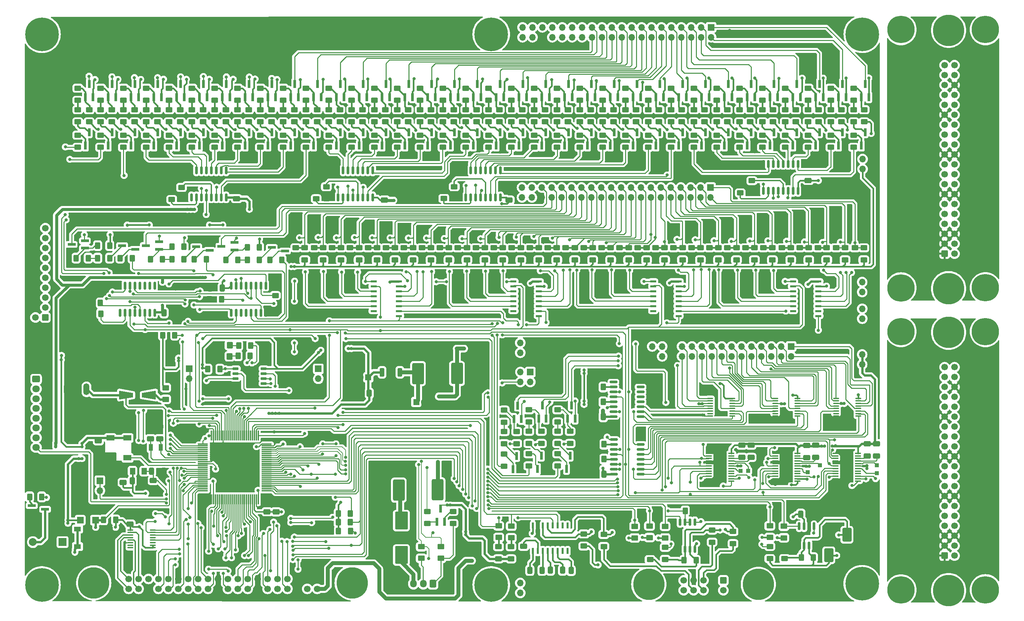
<source format=gbr>
%TF.GenerationSoftware,KiCad,Pcbnew,(7.0.0)*%
%TF.CreationDate,2024-10-14T13:46:46+03:30*%
%TF.ProjectId,tester,74657374-6572-42e6-9b69-6361645f7063,rev?*%
%TF.SameCoordinates,Original*%
%TF.FileFunction,Copper,L1,Top*%
%TF.FilePolarity,Positive*%
%FSLAX46Y46*%
G04 Gerber Fmt 4.6, Leading zero omitted, Abs format (unit mm)*
G04 Created by KiCad (PCBNEW (7.0.0)) date 2024-10-14 13:46:46*
%MOMM*%
%LPD*%
G01*
G04 APERTURE LIST*
G04 Aperture macros list*
%AMRoundRect*
0 Rectangle with rounded corners*
0 $1 Rounding radius*
0 $2 $3 $4 $5 $6 $7 $8 $9 X,Y pos of 4 corners*
0 Add a 4 corners polygon primitive as box body*
4,1,4,$2,$3,$4,$5,$6,$7,$8,$9,$2,$3,0*
0 Add four circle primitives for the rounded corners*
1,1,$1+$1,$2,$3*
1,1,$1+$1,$4,$5*
1,1,$1+$1,$6,$7*
1,1,$1+$1,$8,$9*
0 Add four rect primitives between the rounded corners*
20,1,$1+$1,$2,$3,$4,$5,0*
20,1,$1+$1,$4,$5,$6,$7,0*
20,1,$1+$1,$6,$7,$8,$9,0*
20,1,$1+$1,$8,$9,$2,$3,0*%
%AMOutline4P*
0 Free polygon, 4 corners , with rotation*
0 The origin of the aperture is its center*
0 number of corners: always 4*
0 $1 to $8 corner X, Y*
0 $9 Rotation angle, in degrees counterclockwise*
0 create outline with 4 corners*
4,1,4,$1,$2,$3,$4,$5,$6,$7,$8,$1,$2,$9*%
G04 Aperture macros list end*
%TA.AperFunction,ComponentPad*%
%ADD10C,0.800000*%
%TD*%
%TA.AperFunction,ComponentPad*%
%ADD11C,7.000000*%
%TD*%
%TA.AperFunction,ComponentPad*%
%ADD12RoundRect,0.250000X-0.600000X-0.600000X0.600000X-0.600000X0.600000X0.600000X-0.600000X0.600000X0*%
%TD*%
%TA.AperFunction,ComponentPad*%
%ADD13C,1.700000*%
%TD*%
%TA.AperFunction,ComponentPad*%
%ADD14C,8.000000*%
%TD*%
%TA.AperFunction,ComponentPad*%
%ADD15R,1.000000X1.000000*%
%TD*%
%TA.AperFunction,SMDPad,CuDef*%
%ADD16RoundRect,0.250000X0.625000X-0.400000X0.625000X0.400000X-0.625000X0.400000X-0.625000X-0.400000X0*%
%TD*%
%TA.AperFunction,SMDPad,CuDef*%
%ADD17RoundRect,0.250000X0.400000X0.625000X-0.400000X0.625000X-0.400000X-0.625000X0.400000X-0.625000X0*%
%TD*%
%TA.AperFunction,SMDPad,CuDef*%
%ADD18R,0.700000X2.000000*%
%TD*%
%TA.AperFunction,SMDPad,CuDef*%
%ADD19RoundRect,0.250000X-0.625000X0.400000X-0.625000X-0.400000X0.625000X-0.400000X0.625000X0.400000X0*%
%TD*%
%TA.AperFunction,SMDPad,CuDef*%
%ADD20RoundRect,0.250001X0.624999X-0.462499X0.624999X0.462499X-0.624999X0.462499X-0.624999X-0.462499X0*%
%TD*%
%TA.AperFunction,SMDPad,CuDef*%
%ADD21RoundRect,0.250000X-0.650000X0.412500X-0.650000X-0.412500X0.650000X-0.412500X0.650000X0.412500X0*%
%TD*%
%TA.AperFunction,ComponentPad*%
%ADD22C,0.900000*%
%TD*%
%TA.AperFunction,ComponentPad*%
%ADD23C,8.600000*%
%TD*%
%TA.AperFunction,SMDPad,CuDef*%
%ADD24RoundRect,0.100000X-0.637500X-0.100000X0.637500X-0.100000X0.637500X0.100000X-0.637500X0.100000X0*%
%TD*%
%TA.AperFunction,SMDPad,CuDef*%
%ADD25RoundRect,0.250000X0.412500X0.650000X-0.412500X0.650000X-0.412500X-0.650000X0.412500X-0.650000X0*%
%TD*%
%TA.AperFunction,SMDPad,CuDef*%
%ADD26RoundRect,0.250001X-0.624999X0.462499X-0.624999X-0.462499X0.624999X-0.462499X0.624999X0.462499X0*%
%TD*%
%TA.AperFunction,SMDPad,CuDef*%
%ADD27RoundRect,0.150000X-0.150000X0.800000X-0.150000X-0.800000X0.150000X-0.800000X0.150000X0.800000X0*%
%TD*%
%TA.AperFunction,SMDPad,CuDef*%
%ADD28RoundRect,0.150000X0.150000X-0.837500X0.150000X0.837500X-0.150000X0.837500X-0.150000X-0.837500X0*%
%TD*%
%TA.AperFunction,ComponentPad*%
%ADD29R,1.700000X1.700000*%
%TD*%
%TA.AperFunction,ComponentPad*%
%ADD30O,1.700000X1.700000*%
%TD*%
%TA.AperFunction,SMDPad,CuDef*%
%ADD31RoundRect,0.150000X-0.150000X0.825000X-0.150000X-0.825000X0.150000X-0.825000X0.150000X0.825000X0*%
%TD*%
%TA.AperFunction,SMDPad,CuDef*%
%ADD32RoundRect,0.137500X-0.662500X-0.137500X0.662500X-0.137500X0.662500X0.137500X-0.662500X0.137500X0*%
%TD*%
%TA.AperFunction,SMDPad,CuDef*%
%ADD33R,2.000000X0.700000*%
%TD*%
%TA.AperFunction,SMDPad,CuDef*%
%ADD34RoundRect,0.150000X-0.650000X-0.150000X0.650000X-0.150000X0.650000X0.150000X-0.650000X0.150000X0*%
%TD*%
%TA.AperFunction,ComponentPad*%
%ADD35RoundRect,0.250000X-0.725000X0.600000X-0.725000X-0.600000X0.725000X-0.600000X0.725000X0.600000X0*%
%TD*%
%TA.AperFunction,ComponentPad*%
%ADD36O,1.950000X1.700000*%
%TD*%
%TA.AperFunction,SMDPad,CuDef*%
%ADD37RoundRect,0.250000X0.650000X-0.412500X0.650000X0.412500X-0.650000X0.412500X-0.650000X-0.412500X0*%
%TD*%
%TA.AperFunction,SMDPad,CuDef*%
%ADD38RoundRect,0.250000X0.900000X-1.500000X0.900000X1.500000X-0.900000X1.500000X-0.900000X-1.500000X0*%
%TD*%
%TA.AperFunction,ComponentPad*%
%ADD39R,1.600000X1.600000*%
%TD*%
%TA.AperFunction,ComponentPad*%
%ADD40C,1.600000*%
%TD*%
%TA.AperFunction,SMDPad,CuDef*%
%ADD41RoundRect,0.250000X-0.550000X-0.575000X0.550000X-0.575000X0.550000X0.575000X-0.550000X0.575000X0*%
%TD*%
%TA.AperFunction,SMDPad,CuDef*%
%ADD42RoundRect,0.100000X-0.687500X-0.100000X0.687500X-0.100000X0.687500X0.100000X-0.687500X0.100000X0*%
%TD*%
%TA.AperFunction,ComponentPad*%
%ADD43C,0.600000*%
%TD*%
%TA.AperFunction,SMDPad,CuDef*%
%ADD44R,3.400000X7.800000*%
%TD*%
%TA.AperFunction,SMDPad,CuDef*%
%ADD45RoundRect,0.250001X-0.462499X-0.624999X0.462499X-0.624999X0.462499X0.624999X-0.462499X0.624999X0*%
%TD*%
%TA.AperFunction,SMDPad,CuDef*%
%ADD46RoundRect,0.250000X-0.412500X-0.650000X0.412500X-0.650000X0.412500X0.650000X-0.412500X0.650000X0*%
%TD*%
%TA.AperFunction,SMDPad,CuDef*%
%ADD47R,1.000000X1.800000*%
%TD*%
%TA.AperFunction,SMDPad,CuDef*%
%ADD48RoundRect,0.150000X0.837500X0.150000X-0.837500X0.150000X-0.837500X-0.150000X0.837500X-0.150000X0*%
%TD*%
%TA.AperFunction,SMDPad,CuDef*%
%ADD49RoundRect,0.250000X1.400000X2.000000X-1.400000X2.000000X-1.400000X-2.000000X1.400000X-2.000000X0*%
%TD*%
%TA.AperFunction,SMDPad,CuDef*%
%ADD50RoundRect,0.150000X-0.150000X0.837500X-0.150000X-0.837500X0.150000X-0.837500X0.150000X0.837500X0*%
%TD*%
%TA.AperFunction,SMDPad,CuDef*%
%ADD51RoundRect,0.250000X-0.900000X1.500000X-0.900000X-1.500000X0.900000X-1.500000X0.900000X1.500000X0*%
%TD*%
%TA.AperFunction,SMDPad,CuDef*%
%ADD52RoundRect,0.357000X1.143000X2.368000X-1.143000X2.368000X-1.143000X-2.368000X1.143000X-2.368000X0*%
%TD*%
%TA.AperFunction,ComponentPad*%
%ADD53R,2.000000X2.000000*%
%TD*%
%TA.AperFunction,ComponentPad*%
%ADD54C,2.000000*%
%TD*%
%TA.AperFunction,SMDPad,CuDef*%
%ADD55RoundRect,0.357000X-1.143000X-2.368000X1.143000X-2.368000X1.143000X2.368000X-1.143000X2.368000X0*%
%TD*%
%TA.AperFunction,SMDPad,CuDef*%
%ADD56RoundRect,0.250000X-0.400000X-0.625000X0.400000X-0.625000X0.400000X0.625000X-0.400000X0.625000X0*%
%TD*%
%TA.AperFunction,ComponentPad*%
%ADD57RoundRect,0.250000X0.600000X0.600000X-0.600000X0.600000X-0.600000X-0.600000X0.600000X-0.600000X0*%
%TD*%
%TA.AperFunction,SMDPad,CuDef*%
%ADD58RoundRect,0.137500X0.137500X-0.662500X0.137500X0.662500X-0.137500X0.662500X-0.137500X-0.662500X0*%
%TD*%
%TA.AperFunction,SMDPad,CuDef*%
%ADD59Outline4P,-1.800000X-1.150000X1.800000X-0.550000X1.800000X0.550000X-1.800000X1.150000X0.000000*%
%TD*%
%TA.AperFunction,SMDPad,CuDef*%
%ADD60Outline4P,-1.800000X-1.150000X1.800000X-0.550000X1.800000X0.550000X-1.800000X1.150000X180.000000*%
%TD*%
%TA.AperFunction,SMDPad,CuDef*%
%ADD61R,1.700000X1.700000*%
%TD*%
%TA.AperFunction,ComponentPad*%
%ADD62RoundRect,0.250000X-0.600000X0.600000X-0.600000X-0.600000X0.600000X-0.600000X0.600000X0.600000X0*%
%TD*%
%TA.AperFunction,SMDPad,CuDef*%
%ADD63RoundRect,0.075000X-1.225000X-0.075000X1.225000X-0.075000X1.225000X0.075000X-1.225000X0.075000X0*%
%TD*%
%TA.AperFunction,SMDPad,CuDef*%
%ADD64RoundRect,0.075000X-0.075000X-1.225000X0.075000X-1.225000X0.075000X1.225000X-0.075000X1.225000X0*%
%TD*%
%TA.AperFunction,SMDPad,CuDef*%
%ADD65R,2.000000X1.400000*%
%TD*%
%TA.AperFunction,SMDPad,CuDef*%
%ADD66R,1.800000X1.300000*%
%TD*%
%TA.AperFunction,SMDPad,CuDef*%
%ADD67RoundRect,0.250000X-0.350000X0.850000X-0.350000X-0.850000X0.350000X-0.850000X0.350000X0.850000X0*%
%TD*%
%TA.AperFunction,SMDPad,CuDef*%
%ADD68RoundRect,0.250000X-1.125000X1.275000X-1.125000X-1.275000X1.125000X-1.275000X1.125000X1.275000X0*%
%TD*%
%TA.AperFunction,SMDPad,CuDef*%
%ADD69RoundRect,0.249997X-2.650003X2.950003X-2.650003X-2.950003X2.650003X-2.950003X2.650003X2.950003X0*%
%TD*%
%TA.AperFunction,ComponentPad*%
%ADD70RoundRect,0.250000X0.600000X0.725000X-0.600000X0.725000X-0.600000X-0.725000X0.600000X-0.725000X0*%
%TD*%
%TA.AperFunction,ComponentPad*%
%ADD71O,1.700000X1.950000*%
%TD*%
%TA.AperFunction,ComponentPad*%
%ADD72O,1.524000X3.000000*%
%TD*%
%TA.AperFunction,ViaPad*%
%ADD73C,0.800000*%
%TD*%
%TA.AperFunction,ViaPad*%
%ADD74C,2.700000*%
%TD*%
%TA.AperFunction,Conductor*%
%ADD75C,0.300000*%
%TD*%
%TA.AperFunction,Conductor*%
%ADD76C,0.600000*%
%TD*%
%TA.AperFunction,Conductor*%
%ADD77C,0.250000*%
%TD*%
%TA.AperFunction,Conductor*%
%ADD78C,0.400000*%
%TD*%
%TA.AperFunction,Conductor*%
%ADD79C,0.750000*%
%TD*%
%TA.AperFunction,Conductor*%
%ADD80C,1.000000*%
%TD*%
%TA.AperFunction,Conductor*%
%ADD81C,0.200000*%
%TD*%
G04 APERTURE END LIST*
D10*
%TO.P,H2,1*%
%TO.N,N/C*%
X245935000Y-88565000D03*
X247791155Y-89333845D03*
X244078845Y-89333845D03*
X248560000Y-91190000D03*
D11*
X245935000Y-91190000D03*
D10*
X243310000Y-91190000D03*
X247791155Y-93046155D03*
X244078845Y-93046155D03*
X245935000Y-93815000D03*
%TD*%
%TO.P,H1,1*%
%TO.N,N/C*%
X267560000Y-88560000D03*
X269416155Y-89328845D03*
X265703845Y-89328845D03*
X270185000Y-91185000D03*
D11*
X267560000Y-91185000D03*
D10*
X264935000Y-91185000D03*
X269416155Y-93041155D03*
X265703845Y-93041155D03*
X267560000Y-93810000D03*
%TD*%
%TO.P,H3,1*%
%TO.N,N/C*%
X267560000Y-154680000D03*
X269416155Y-155448845D03*
X265703845Y-155448845D03*
X270185000Y-157305000D03*
D11*
X267560000Y-157305000D03*
D10*
X264935000Y-157305000D03*
X269416155Y-159161155D03*
X265703845Y-159161155D03*
X267560000Y-159930000D03*
%TD*%
%TO.P,H4,1*%
%TO.N,N/C*%
X245935000Y-154705000D03*
X247791155Y-155473845D03*
X244078845Y-155473845D03*
X248560000Y-157330000D03*
D11*
X245935000Y-157330000D03*
D10*
X243310000Y-157330000D03*
X247791155Y-159186155D03*
X244078845Y-159186155D03*
X245935000Y-159955000D03*
%TD*%
D12*
%TO.P,J1,1,Pin_1*%
%TO.N,GND*%
X257100000Y-148570000D03*
D13*
%TO.P,J1,2,Pin_2*%
%TO.N,LED+*%
X259640000Y-148570000D03*
%TO.P,J1,3,Pin_3*%
%TO.N,GND*%
X257100000Y-146030000D03*
%TO.P,J1,4,Pin_4*%
%TO.N,+3.3V*%
X259640000Y-146030000D03*
%TO.P,J1,5,Pin_5*%
%TO.N,GND*%
X257100000Y-143490000D03*
%TO.P,J1,6,Pin_6*%
X259640000Y-143490000D03*
%TO.P,J1,7,Pin_7*%
%TO.N,LCD_R2*%
X257100000Y-140950000D03*
%TO.P,J1,8,Pin_8*%
%TO.N,LCD_R3*%
X259640000Y-140950000D03*
%TO.P,J1,9,Pin_9*%
%TO.N,LCD_R4*%
X257100000Y-138410000D03*
%TO.P,J1,10,Pin_10*%
%TO.N,LCD_R5*%
X259640000Y-138410000D03*
%TO.P,J1,11,Pin_11*%
%TO.N,LCD_R6*%
X257100000Y-135870000D03*
%TO.P,J1,12,Pin_12*%
%TO.N,LCD_R7*%
X259640000Y-135870000D03*
%TO.P,J1,13,Pin_13*%
%TO.N,GND*%
X257100000Y-133330000D03*
%TO.P,J1,14,Pin_14*%
X259640000Y-133330000D03*
%TO.P,J1,15,Pin_15*%
%TO.N,LCD_G2*%
X257100000Y-130790000D03*
%TO.P,J1,16,Pin_16*%
%TO.N,LCD_G3*%
X259640000Y-130790000D03*
%TO.P,J1,17,Pin_17*%
%TO.N,LCD_G4*%
X257100000Y-128250000D03*
%TO.P,J1,18,Pin_18*%
%TO.N,LCD_G5*%
X259640000Y-128250000D03*
%TO.P,J1,19,Pin_19*%
%TO.N,LCD_G6*%
X257100000Y-125710000D03*
%TO.P,J1,20,Pin_20*%
%TO.N,LCD_G7*%
X259640000Y-125710000D03*
%TO.P,J1,21,Pin_21*%
%TO.N,GND*%
X257100000Y-123170000D03*
%TO.P,J1,22,Pin_22*%
X259640000Y-123170000D03*
%TO.P,J1,23,Pin_23*%
%TO.N,LCD_B2*%
X257100000Y-120630000D03*
%TO.P,J1,24,Pin_24*%
%TO.N,LDC_B3*%
X259640000Y-120630000D03*
%TO.P,J1,25,Pin_25*%
%TO.N,LCD_B4*%
X257100000Y-118090000D03*
%TO.P,J1,26,Pin_26*%
%TO.N,LCD_B5*%
X259640000Y-118090000D03*
%TO.P,J1,27,Pin_27*%
%TO.N,LCD_B6*%
X257100000Y-115550000D03*
%TO.P,J1,28,Pin_28*%
%TO.N,LCD_B7*%
X259640000Y-115550000D03*
%TO.P,J1,29,Pin_29*%
%TO.N,GND*%
X257100000Y-113010000D03*
%TO.P,J1,30,Pin_30*%
%TO.N,LCD_CLK*%
X259640000Y-113010000D03*
%TO.P,J1,31,Pin_31*%
%TO.N,LCD_BACK_LIGHT*%
X257100000Y-110470000D03*
%TO.P,J1,32,Pin_32*%
%TO.N,LCD_HS*%
X259640000Y-110470000D03*
%TO.P,J1,33,Pin_33*%
%TO.N,LCD_VS*%
X257100000Y-107930000D03*
%TO.P,J1,34,Pin_34*%
%TO.N,LCD_DE*%
X259640000Y-107930000D03*
%TO.P,J1,35,Pin_35*%
%TO.N,N/C*%
X257100000Y-105390000D03*
%TO.P,J1,36,Pin_36*%
%TO.N,GND*%
X259640000Y-105390000D03*
%TO.P,J1,37,Pin_37*%
%TO.N,N/C*%
X257100000Y-102850000D03*
%TO.P,J1,38,Pin_38*%
X259640000Y-102850000D03*
%TO.P,J1,39,Pin_39*%
X257100000Y-100310000D03*
%TO.P,J1,40,Pin_40*%
X259640000Y-100310000D03*
D14*
%TO.P,J1,MP*%
X258120000Y-91370000D03*
X258120000Y-157510000D03*
%TD*%
D10*
%TO.P,H2,1*%
%TO.N,N/C*%
X245935000Y-11245000D03*
X247791155Y-12013845D03*
X244078845Y-12013845D03*
X248560000Y-13870000D03*
D11*
X245935000Y-13870000D03*
D10*
X243310000Y-13870000D03*
X247791155Y-15726155D03*
X244078845Y-15726155D03*
X245935000Y-16495000D03*
%TD*%
%TO.P,H1,1*%
%TO.N,N/C*%
X267560000Y-11240000D03*
X269416155Y-12008845D03*
X265703845Y-12008845D03*
X270185000Y-13865000D03*
D11*
X267560000Y-13865000D03*
D10*
X264935000Y-13865000D03*
X269416155Y-15721155D03*
X265703845Y-15721155D03*
X267560000Y-16490000D03*
%TD*%
%TO.P,H3,1*%
%TO.N,N/C*%
X267560000Y-77360000D03*
X269416155Y-78128845D03*
X265703845Y-78128845D03*
X270185000Y-79985000D03*
D11*
X267560000Y-79985000D03*
D10*
X264935000Y-79985000D03*
X269416155Y-81841155D03*
X265703845Y-81841155D03*
X267560000Y-82610000D03*
%TD*%
%TO.P,H4,1*%
%TO.N,N/C*%
X245935000Y-77385000D03*
X247791155Y-78153845D03*
X244078845Y-78153845D03*
X248560000Y-80010000D03*
D11*
X245935000Y-80010000D03*
D10*
X243310000Y-80010000D03*
X247791155Y-81866155D03*
X244078845Y-81866155D03*
X245935000Y-82635000D03*
%TD*%
D12*
%TO.P,J1,1,Pin_1*%
%TO.N,GND*%
X257100000Y-71250000D03*
D13*
%TO.P,J1,2,Pin_2*%
%TO.N,LED+*%
X259640000Y-71250000D03*
%TO.P,J1,3,Pin_3*%
%TO.N,GND*%
X257100000Y-68710000D03*
%TO.P,J1,4,Pin_4*%
%TO.N,+3.3V*%
X259640000Y-68710000D03*
%TO.P,J1,5,Pin_5*%
%TO.N,GND*%
X257100000Y-66170000D03*
%TO.P,J1,6,Pin_6*%
X259640000Y-66170000D03*
%TO.P,J1,7,Pin_7*%
%TO.N,LCD_R2*%
X257100000Y-63630000D03*
%TO.P,J1,8,Pin_8*%
%TO.N,LCD_R3*%
X259640000Y-63630000D03*
%TO.P,J1,9,Pin_9*%
%TO.N,LCD_R4*%
X257100000Y-61090000D03*
%TO.P,J1,10,Pin_10*%
%TO.N,LCD_R5*%
X259640000Y-61090000D03*
%TO.P,J1,11,Pin_11*%
%TO.N,LCD_R6*%
X257100000Y-58550000D03*
%TO.P,J1,12,Pin_12*%
%TO.N,LCD_R7*%
X259640000Y-58550000D03*
%TO.P,J1,13,Pin_13*%
%TO.N,GND*%
X257100000Y-56010000D03*
%TO.P,J1,14,Pin_14*%
X259640000Y-56010000D03*
%TO.P,J1,15,Pin_15*%
%TO.N,LCD_G2*%
X257100000Y-53470000D03*
%TO.P,J1,16,Pin_16*%
%TO.N,LCD_G3*%
X259640000Y-53470000D03*
%TO.P,J1,17,Pin_17*%
%TO.N,LCD_G4*%
X257100000Y-50930000D03*
%TO.P,J1,18,Pin_18*%
%TO.N,LCD_G5*%
X259640000Y-50930000D03*
%TO.P,J1,19,Pin_19*%
%TO.N,LCD_G6*%
X257100000Y-48390000D03*
%TO.P,J1,20,Pin_20*%
%TO.N,LCD_G7*%
X259640000Y-48390000D03*
%TO.P,J1,21,Pin_21*%
%TO.N,GND*%
X257100000Y-45850000D03*
%TO.P,J1,22,Pin_22*%
X259640000Y-45850000D03*
%TO.P,J1,23,Pin_23*%
%TO.N,LCD_B2*%
X257100000Y-43310000D03*
%TO.P,J1,24,Pin_24*%
%TO.N,LDC_B3*%
X259640000Y-43310000D03*
%TO.P,J1,25,Pin_25*%
%TO.N,LCD_B4*%
X257100000Y-40770000D03*
%TO.P,J1,26,Pin_26*%
%TO.N,LCD_B5*%
X259640000Y-40770000D03*
%TO.P,J1,27,Pin_27*%
%TO.N,LCD_B6*%
X257100000Y-38230000D03*
%TO.P,J1,28,Pin_28*%
%TO.N,LCD_B7*%
X259640000Y-38230000D03*
%TO.P,J1,29,Pin_29*%
%TO.N,GND*%
X257100000Y-35690000D03*
%TO.P,J1,30,Pin_30*%
%TO.N,LCD_CLK*%
X259640000Y-35690000D03*
%TO.P,J1,31,Pin_31*%
%TO.N,LCD_BACK_LIGHT*%
X257100000Y-33150000D03*
%TO.P,J1,32,Pin_32*%
%TO.N,LCD_HS*%
X259640000Y-33150000D03*
%TO.P,J1,33,Pin_33*%
%TO.N,LCD_VS*%
X257100000Y-30610000D03*
%TO.P,J1,34,Pin_34*%
%TO.N,LCD_DE*%
X259640000Y-30610000D03*
%TO.P,J1,35,Pin_35*%
%TO.N,N/C*%
X257100000Y-28070000D03*
%TO.P,J1,36,Pin_36*%
%TO.N,GND*%
X259640000Y-28070000D03*
%TO.P,J1,37,Pin_37*%
%TO.N,N/C*%
X257100000Y-25530000D03*
%TO.P,J1,38,Pin_38*%
X259640000Y-25530000D03*
%TO.P,J1,39,Pin_39*%
X257100000Y-22990000D03*
%TO.P,J1,40,Pin_40*%
X259640000Y-22990000D03*
D14*
%TO.P,J1,MP*%
X258120000Y-14050000D03*
X258120000Y-80190000D03*
%TD*%
D15*
%TO.P,TP3,1,1*%
%TO.N,Net-(U24-BOOST)*%
X239764999Y-125434999D03*
%TD*%
D16*
%TO.P,R319,1*%
%TO.N,/Digital OUT/out32*%
X52730244Y-44010000D03*
%TO.P,R319,2*%
%TO.N,Net-(Q67-B)*%
X52730244Y-40910000D03*
%TD*%
%TO.P,R105,1*%
%TO.N,+72*%
X236504160Y-37485000D03*
%TO.P,R105,2*%
%TO.N,Net-(Q6-B)*%
X236504160Y-34385000D03*
%TD*%
%TO.P,R382,1*%
%TO.N,+72*%
X107221500Y-72837064D03*
%TO.P,R382,2*%
%TO.N,I29*%
X107221500Y-69737064D03*
%TD*%
D17*
%TO.P,R10,1*%
%TO.N,Net-(U6-~{OE})*%
X72015000Y-82885000D03*
%TO.P,R10,2*%
%TO.N,GND*%
X68915000Y-82885000D03*
%TD*%
D18*
%TO.P,Q78,1,B*%
%TO.N,Net-(Q78-B)*%
X43017201Y-31184999D03*
%TO.P,Q78,2,E*%
%TO.N,Net-(Q78-E)*%
X44917201Y-31184999D03*
%TO.P,Q78,3,C*%
%TO.N,ID2-output*%
X43967201Y-27784999D03*
%TD*%
D19*
%TO.P,R389,1*%
%TO.N,I32*%
X91021500Y-69737064D03*
%TO.P,R389,2*%
%TO.N,GND*%
X91021500Y-72837064D03*
%TD*%
D16*
%TO.P,R145,1*%
%TO.N,Net-(Q17-C)*%
X198780944Y-37485000D03*
%TO.P,R145,2*%
%TO.N,Net-(R145-Pad2)*%
X198780944Y-34385000D03*
%TD*%
D20*
%TO.P,R80,1*%
%TO.N,Net-(J23-Pin_1)*%
X128140000Y-149247500D03*
%TO.P,R80,2*%
%TO.N,USB_D+*%
X128140000Y-146272500D03*
%TD*%
D16*
%TO.P,R344,1*%
%TO.N,+72*%
X194621500Y-72837064D03*
%TO.P,R344,2*%
%TO.N,I10*%
X194621500Y-69737064D03*
%TD*%
%TO.P,R140,1*%
%TO.N,+72*%
X207330229Y-37485000D03*
%TO.P,R140,2*%
%TO.N,Net-(Q16-B)*%
X207330229Y-34385000D03*
%TD*%
%TO.P,R378,1*%
%TO.N,+72*%
X116421500Y-72837064D03*
%TO.P,R378,2*%
%TO.N,I27*%
X116421500Y-69737064D03*
%TD*%
D21*
%TO.P,C72,1*%
%TO.N,+24V*%
X221765000Y-120322500D03*
%TO.P,C72,2*%
%TO.N,Net-(U23-CAP2)*%
X221765000Y-123447500D03*
%TD*%
D16*
%TO.P,R356,1*%
%TO.N,+72*%
X167021500Y-72837064D03*
%TO.P,R356,2*%
%TO.N,I16*%
X167021500Y-69737064D03*
%TD*%
D22*
%TO.P,H2,1*%
%TO.N,N/C*%
X232775000Y-155755000D03*
X233719581Y-153474581D03*
X233719581Y-158035419D03*
X236000000Y-152530000D03*
D23*
X236000000Y-155755000D03*
D22*
X236000000Y-158980000D03*
X238280419Y-153474581D03*
X238280419Y-158035419D03*
X239225000Y-155755000D03*
%TD*%
D19*
%TO.P,R355,1*%
%TO.N,I15*%
X169321500Y-69737064D03*
%TO.P,R355,2*%
%TO.N,GND*%
X169321500Y-72837064D03*
%TD*%
D16*
%TO.P,R313,1*%
%TO.N,Net-(Q65-C)*%
X58572272Y-37485000D03*
%TO.P,R313,2*%
%TO.N,Net-(R313-Pad2)*%
X58572272Y-34385000D03*
%TD*%
D24*
%TO.P,U1,1,VCC*%
%TO.N,+3.3V*%
X48677500Y-141985000D03*
%TO.P,U1,2,XP*%
%TO.N,/LCD/Touch_X+*%
X48677500Y-142635000D03*
%TO.P,U1,3,YP*%
%TO.N,/LCD/Touch_Y+*%
X48677500Y-143285000D03*
%TO.P,U1,4,XN*%
%TO.N,/LCD/Touch_X-*%
X48677500Y-143935000D03*
%TO.P,U1,5,YN*%
%TO.N,/LCD/Touch_Y-*%
X48677500Y-144585000D03*
%TO.P,U1,6,GND*%
%TO.N,GND*%
X48677500Y-145235000D03*
%TO.P,U1,7,VBAT*%
%TO.N,unconnected-(U1-VBAT-Pad7)*%
X48677500Y-145885000D03*
%TO.P,U1,8,IN*%
%TO.N,unconnected-(U1-IN-Pad8)*%
X48677500Y-146535000D03*
%TO.P,U1,9,VREF*%
%TO.N,+3.3V*%
X54402500Y-146535000D03*
%TO.P,U1,10,IOVDD*%
X54402500Y-145885000D03*
%TO.P,U1,11,~{PENIRQ}*%
%TO.N,unconnected-(U1-~{PENIRQ}-Pad11)*%
X54402500Y-145235000D03*
%TO.P,U1,12,DOUT*%
%TO.N,Touch_MISO*%
X54402500Y-144585000D03*
%TO.P,U1,13,BUSY*%
%TO.N,unconnected-(U1-BUSY-Pad13)*%
X54402500Y-143935000D03*
%TO.P,U1,14,DIN*%
%TO.N,Touch_MOSI*%
X54402500Y-143285000D03*
%TO.P,U1,15,~{CS}*%
%TO.N,Touch_CS*%
X54402500Y-142635000D03*
%TO.P,U1,16,DCLK*%
%TO.N,Touch_CLK*%
X54402500Y-141985000D03*
%TD*%
D19*
%TO.P,R361,1*%
%TO.N,I18*%
X155521500Y-69737064D03*
%TO.P,R361,2*%
%TO.N,GND*%
X155521500Y-72837064D03*
%TD*%
D16*
%TO.P,R139,1*%
%TO.N,Net-(R138-Pad2)*%
X204622972Y-31985000D03*
%TO.P,R139,2*%
%TO.N,Net-(Q16-B)*%
X204622972Y-28885000D03*
%TD*%
D17*
%TO.P,R399,1*%
%TO.N,Net-(R398-Pad2)*%
X56890000Y-72659999D03*
%TO.P,R399,2*%
%TO.N,Net-(Q72-B)*%
X53790000Y-72659999D03*
%TD*%
D25*
%TO.P,C69,1*%
%TO.N,+5V*%
X169927500Y-127735000D03*
%TO.P,C69,2*%
%TO.N,GND*%
X166802500Y-127735000D03*
%TD*%
D26*
%TO.P,D28,1,K*%
%TO.N,485TX*%
X185565000Y-141070000D03*
%TO.P,D28,2,A*%
%TO.N,Net-(D28-A)*%
X185565000Y-144045000D03*
%TD*%
D18*
%TO.P,Q17,1,B*%
%TO.N,Net-(Q17-B)*%
X200751957Y-43584999D03*
%TO.P,Q17,2,E*%
%TO.N,GND*%
X202651957Y-43584999D03*
%TO.P,Q17,3,C*%
%TO.N,Net-(Q17-C)*%
X201701957Y-40184999D03*
%TD*%
D16*
%TO.P,R305,1*%
%TO.N,/Digital OUT/out30*%
X64414300Y-44010000D03*
%TO.P,R305,2*%
%TO.N,Net-(Q63-B)*%
X64414300Y-40910000D03*
%TD*%
D17*
%TO.P,R404,1*%
%TO.N,/Digital OUT/3-input*%
X49140000Y-72384999D03*
%TO.P,R404,2*%
%TO.N,Net-(Q73-B)*%
X46040000Y-72384999D03*
%TD*%
%TO.P,R407,1*%
%TO.N,+72*%
X43390000Y-69185000D03*
%TO.P,R407,2*%
%TO.N,Net-(Q74-B)*%
X40290000Y-69185000D03*
%TD*%
D18*
%TO.P,Q25,1,B*%
%TO.N,Net-(Q25-B)*%
X177383845Y-43584999D03*
%TO.P,Q25,2,E*%
%TO.N,GND*%
X179283845Y-43584999D03*
%TO.P,Q25,3,C*%
%TO.N,Net-(Q25-C)*%
X178333845Y-40184999D03*
%TD*%
%TO.P,Q67,1,B*%
%TO.N,Net-(Q67-B)*%
X54701257Y-43584999D03*
%TO.P,Q67,2,E*%
%TO.N,GND*%
X56601257Y-43584999D03*
%TO.P,Q67,3,C*%
%TO.N,Net-(Q67-C)*%
X55651257Y-40184999D03*
%TD*%
D27*
%TO.P,U22,1,RO*%
%TO.N,485RX*%
X193175000Y-139960000D03*
%TO.P,U22,2,~{RE}*%
%TO.N,485DE*%
X191905000Y-139960000D03*
%TO.P,U22,3,DE*%
X190635000Y-139960000D03*
%TO.P,U22,4,DI*%
%TO.N,485TX*%
X189365000Y-139960000D03*
%TO.P,U22,5,GND*%
%TO.N,GND*%
X189365000Y-146960000D03*
%TO.P,U22,6,A*%
%TO.N,Net-(D32-A1)*%
X190635000Y-146960000D03*
%TO.P,U22,7,B*%
%TO.N,Net-(D31-A1)*%
X191905000Y-146960000D03*
%TO.P,U22,8,VCC*%
%TO.N,+3.3V*%
X193175000Y-146960000D03*
%TD*%
D17*
%TO.P,R12,1*%
%TO.N,Net-(U7-~{OE})*%
X40990000Y-83885000D03*
%TO.P,R12,2*%
%TO.N,GND*%
X37890000Y-83885000D03*
%TD*%
D16*
%TO.P,R207,1*%
%TO.N,/Digital OUT/out16*%
X146202692Y-44010000D03*
%TO.P,R207,2*%
%TO.N,Net-(Q35-B)*%
X146202692Y-40910000D03*
%TD*%
D19*
%TO.P,R8,1*%
%TO.N,Net-(U4-~{OE})*%
X98840000Y-54110000D03*
%TO.P,R8,2*%
%TO.N,GND*%
X98840000Y-57210000D03*
%TD*%
D28*
%TO.P,U6,1,QB*%
%TO.N,/Digital OUT/2-output*%
X74470000Y-86347500D03*
%TO.P,U6,2,QC*%
%TO.N,/Digital OUT/3-output*%
X75740000Y-86347500D03*
%TO.P,U6,3,QD*%
%TO.N,unconnected-(U6-QD-Pad3)*%
X77010000Y-86347500D03*
%TO.P,U6,4,QE*%
%TO.N,unconnected-(U6-QE-Pad4)*%
X78280000Y-86347500D03*
%TO.P,U6,5,QF*%
%TO.N,/Digital OUT/1-input*%
X79550000Y-86347500D03*
%TO.P,U6,6,QG*%
%TO.N,/Digital OUT/2-input*%
X80820000Y-86347500D03*
%TO.P,U6,7,QH*%
%TO.N,/Digital OUT/3-input*%
X82090000Y-86347500D03*
%TO.P,U6,8,GND*%
%TO.N,GND*%
X83360000Y-86347500D03*
%TO.P,U6,9,QH'*%
%TO.N,Net-(U6-QH')*%
X83360000Y-79422500D03*
%TO.P,U6,10,~{SRCLR}*%
%TO.N,Net-(U6-~{SRCLR})*%
X82090000Y-79422500D03*
%TO.P,U6,11,SRCLK*%
%TO.N,IO_CLK*%
X80820000Y-79422500D03*
%TO.P,U6,12,RCLK*%
%TO.N,Identity_CS*%
X79550000Y-79422500D03*
%TO.P,U6,13,~{OE}*%
%TO.N,Net-(U6-~{OE})*%
X78280000Y-79422500D03*
%TO.P,U6,14,SER*%
%TO.N,IO_MOSI*%
X77010000Y-79422500D03*
%TO.P,U6,15,QA*%
%TO.N,/Digital OUT/1-output*%
X75740000Y-79422500D03*
%TO.P,U6,16,VCC*%
%TO.N,+5V*%
X74470000Y-79422500D03*
%TD*%
D16*
%TO.P,R421,1*%
%TO.N,+72*%
X43956333Y-37485000D03*
%TO.P,R421,2*%
%TO.N,Net-(Q78-B)*%
X43956333Y-34385000D03*
%TD*%
%TO.P,R200,1*%
%TO.N,/Digital OUT/out15*%
X152044720Y-44010000D03*
%TO.P,R200,2*%
%TO.N,Net-(Q33-B)*%
X152044720Y-40910000D03*
%TD*%
%TO.P,R306,1*%
%TO.N,Net-(Q63-C)*%
X64414300Y-37485000D03*
%TO.P,R306,2*%
%TO.N,Net-(R306-Pad2)*%
X64414300Y-34385000D03*
%TD*%
%TO.P,R123,1*%
%TO.N,/Digital OUT/out4*%
X216307028Y-44010000D03*
%TO.P,R123,2*%
%TO.N,Net-(Q11-B)*%
X216307028Y-40910000D03*
%TD*%
D17*
%TO.P,R392,1*%
%TO.N,Net-(R391-Pad2)*%
X76215000Y-72834999D03*
%TO.P,R392,2*%
%TO.N,Net-(Q70-B)*%
X73115000Y-72834999D03*
%TD*%
D16*
%TO.P,R130,1*%
%TO.N,/Digital OUT/out5*%
X210465000Y-44010000D03*
%TO.P,R130,2*%
%TO.N,Net-(Q13-B)*%
X210465000Y-40910000D03*
%TD*%
D29*
%TO.P,J37,1,Pin_1*%
%TO.N,PWM1*%
X63764999Y-100684999D03*
D30*
%TO.P,J37,2,Pin_2*%
X63764999Y-103224999D03*
%TD*%
D16*
%TO.P,R166,1*%
%TO.N,Net-(Q23-C)*%
X181254860Y-37485000D03*
%TO.P,R166,2*%
%TO.N,Net-(R166-Pad2)*%
X181254860Y-34385000D03*
%TD*%
D18*
%TO.P,Q79,1,B*%
%TO.N,Net-(Q79-B)*%
X37175173Y-43584999D03*
%TO.P,Q79,2,E*%
%TO.N,GND*%
X39075173Y-43584999D03*
%TO.P,Q79,3,C*%
%TO.N,Net-(Q79-C)*%
X38125173Y-40184999D03*
%TD*%
D15*
%TO.P,TP2,1,1*%
%TO.N,Net-(U23-R3SENSE)*%
X222089999Y-127159999D03*
%TD*%
D19*
%TO.P,R383,1*%
%TO.N,I29*%
X104921500Y-69737064D03*
%TO.P,R383,2*%
%TO.N,GND*%
X104921500Y-72837064D03*
%TD*%
D16*
%TO.P,R273,1*%
%TO.N,+72*%
X96469371Y-37485000D03*
%TO.P,R273,2*%
%TO.N,Net-(Q54-B)*%
X96469371Y-34385000D03*
%TD*%
%TO.P,R167,1*%
%TO.N,Net-(R166-Pad2)*%
X181254860Y-31985000D03*
%TO.P,R167,2*%
%TO.N,Net-(Q24-B)*%
X181254860Y-28885000D03*
%TD*%
%TO.P,R388,1*%
%TO.N,+72*%
X93321500Y-72837064D03*
%TO.P,R388,2*%
%TO.N,I32*%
X93321500Y-69737064D03*
%TD*%
%TO.P,R242,1*%
%TO.N,/Digital OUT/out21*%
X116992552Y-44010000D03*
%TO.P,R242,2*%
%TO.N,Net-(Q45-B)*%
X116992552Y-40910000D03*
%TD*%
%TO.P,R196,1*%
%TO.N,+72*%
X160651973Y-37485000D03*
%TO.P,R196,2*%
%TO.N,Net-(Q32-B)*%
X160651973Y-34385000D03*
%TD*%
D17*
%TO.P,R390,1*%
%TO.N,/Digital OUT/1-input*%
X87465000Y-72834999D03*
%TO.P,R390,2*%
%TO.N,Net-(Q69-B)*%
X84365000Y-72834999D03*
%TD*%
D16*
%TO.P,R243,1*%
%TO.N,Net-(Q45-C)*%
X116992552Y-37485000D03*
%TO.P,R243,2*%
%TO.N,Net-(R243-Pad2)*%
X116992552Y-34385000D03*
%TD*%
%TO.P,R300,1*%
%TO.N,Net-(R299-Pad2)*%
X70256328Y-31985000D03*
%TO.P,R300,2*%
%TO.N,Net-(Q62-B)*%
X70256328Y-28885000D03*
%TD*%
D31*
%TO.P,U36,1,D*%
%TO.N,CAN_TX*%
X223675000Y-141035000D03*
%TO.P,U36,2,GND*%
%TO.N,GND*%
X222405000Y-141035000D03*
%TO.P,U36,3,VCC*%
%TO.N,+3.3V*%
X221135000Y-141035000D03*
%TO.P,U36,4,R*%
%TO.N,CAN_RX*%
X219865000Y-141035000D03*
%TO.P,U36,5,Vref*%
%TO.N,GND*%
X219865000Y-145985000D03*
%TO.P,U36,6,CANL*%
%TO.N,Net-(D30-A1)*%
X221135000Y-145985000D03*
%TO.P,U36,7,CANH*%
%TO.N,Net-(D29-A1)*%
X222405000Y-145985000D03*
%TO.P,U36,8,Rs*%
%TO.N,GND*%
X223675000Y-145985000D03*
%TD*%
D15*
%TO.P,TP6,1,1*%
%TO.N,Net-(U25-R3SENSE)*%
X204839999Y-126884999D03*
%TD*%
D16*
%TO.P,R214,1*%
%TO.N,/Digital OUT/out17*%
X140360664Y-44010000D03*
%TO.P,R214,2*%
%TO.N,Net-(Q37-B)*%
X140360664Y-40910000D03*
%TD*%
D19*
%TO.P,R373,1*%
%TO.N,I24*%
X127921500Y-69737064D03*
%TO.P,R373,2*%
%TO.N,GND*%
X127921500Y-72837064D03*
%TD*%
D32*
%TO.P,U32,1,SH/~{LD}*%
%TO.N,DI_CS*%
X182512000Y-78315000D03*
%TO.P,U32,2,CLK*%
%TO.N,IO_CLK*%
X182512000Y-79585000D03*
%TO.P,U32,3,D4*%
%TO.N,I13*%
X182512000Y-80855000D03*
%TO.P,U32,4,D5*%
%TO.N,I14*%
X182512000Y-82125000D03*
%TO.P,U32,5,D6*%
%TO.N,I15*%
X182512000Y-83395000D03*
%TO.P,U32,6,D7*%
%TO.N,I16*%
X182512000Y-84665000D03*
%TO.P,U32,7,~{Q7}*%
%TO.N,unconnected-(U32-~{Q7}-Pad7)*%
X182512000Y-85935000D03*
%TO.P,U32,8,GND*%
%TO.N,GND*%
X182512000Y-87205000D03*
%TO.P,U32,9,Q7*%
%TO.N,Net-(U32-Q7)*%
X189012000Y-87205000D03*
%TO.P,U32,10,SER*%
%TO.N,Net-(U31-Q7)*%
X189012000Y-85935000D03*
%TO.P,U32,11,D0*%
%TO.N,I9*%
X189012000Y-84665000D03*
%TO.P,U32,12,D1*%
%TO.N,I10*%
X189012000Y-83395000D03*
%TO.P,U32,13,D2*%
%TO.N,I11*%
X189012000Y-82125000D03*
%TO.P,U32,14,D3*%
%TO.N,I12*%
X189012000Y-80855000D03*
%TO.P,U32,15,CLK_INH*%
%TO.N,Net-(U32-CLK_INH)*%
X189012000Y-79585000D03*
%TO.P,U32,16,VCC*%
%TO.N,+5V*%
X189012000Y-78315000D03*
%TD*%
D16*
%TO.P,R236,1*%
%TO.N,Net-(Q43-C)*%
X122834580Y-37485000D03*
%TO.P,R236,2*%
%TO.N,Net-(R236-Pad2)*%
X122834580Y-34385000D03*
%TD*%
%TO.P,R384,1*%
%TO.N,+72*%
X102621500Y-72837064D03*
%TO.P,R384,2*%
%TO.N,I30*%
X102621500Y-69737064D03*
%TD*%
D33*
%TO.P,Q69,1,B*%
%TO.N,Net-(Q69-B)*%
X88264998Y-70584998D03*
%TO.P,Q69,2,E*%
%TO.N,GND*%
X88264998Y-68684998D03*
%TO.P,Q69,3,C*%
%TO.N,Net-(Q69-C)*%
X84864998Y-69634998D03*
%TD*%
D18*
%TO.P,Q18,1,B*%
%TO.N,Net-(Q18-B)*%
X200751957Y-31184999D03*
%TO.P,Q18,2,E*%
%TO.N,Net-(Q18-E)*%
X202651957Y-31184999D03*
%TO.P,Q18,3,C*%
%TO.N,O7*%
X201701957Y-27784999D03*
%TD*%
%TO.P,Q65,1,B*%
%TO.N,Net-(Q65-B)*%
X60543285Y-43584999D03*
%TO.P,Q65,2,E*%
%TO.N,GND*%
X62443285Y-43584999D03*
%TO.P,Q65,3,C*%
%TO.N,Net-(Q65-C)*%
X61493285Y-40184999D03*
%TD*%
%TO.P,Q85,1,B*%
%TO.N,Net-(Q85-B)*%
X146614999Y-126434998D03*
%TO.P,Q85,2,E*%
%TO.N,GND*%
X148514999Y-126434998D03*
%TO.P,Q85,3,C*%
%TO.N,Net-(Q85-C)*%
X147564999Y-123034998D03*
%TD*%
D16*
%TO.P,R250,1*%
%TO.N,Net-(Q47-C)*%
X111150524Y-37485000D03*
%TO.P,R250,2*%
%TO.N,Net-(R250-Pad2)*%
X111150524Y-34385000D03*
%TD*%
D18*
%TO.P,Q30,1,B*%
%TO.N,Net-(Q30-B)*%
X165699789Y-31184999D03*
%TO.P,Q30,2,E*%
%TO.N,Net-(Q30-E)*%
X167599789Y-31184999D03*
%TO.P,Q30,3,C*%
%TO.N,O13*%
X166649789Y-27784999D03*
%TD*%
D34*
%TO.P,U10,1,~{CS}*%
%TO.N,FLASH_CS*%
X75615000Y-100680000D03*
%TO.P,U10,2,DO(IO1)*%
%TO.N,FLASH_IO1*%
X75615000Y-101950000D03*
%TO.P,U10,3,IO2*%
%TO.N,FLASH_IO2*%
X75615000Y-103220000D03*
%TO.P,U10,4,GND*%
%TO.N,GND*%
X75615000Y-104490000D03*
%TO.P,U10,5,DI(IO0)*%
%TO.N,FLASH_IO0*%
X82815000Y-104490000D03*
%TO.P,U10,6,CLK*%
%TO.N,FLASH_CLK*%
X82815000Y-103220000D03*
%TO.P,U10,7,IO3*%
%TO.N,FLASH_IO3*%
X82815000Y-101950000D03*
%TO.P,U10,8,VCC*%
%TO.N,+3.3V*%
X82815000Y-100680000D03*
%TD*%
D16*
%TO.P,R158,1*%
%TO.N,/Digital OUT/out9*%
X187096888Y-44010000D03*
%TO.P,R158,2*%
%TO.N,Net-(Q21-B)*%
X187096888Y-40910000D03*
%TD*%
D18*
%TO.P,Q48,1,B*%
%TO.N,Net-(Q48-B)*%
X113121537Y-31184999D03*
%TO.P,Q48,2,E*%
%TO.N,Net-(Q48-E)*%
X115021537Y-31184999D03*
%TO.P,Q48,3,C*%
%TO.N,O22*%
X114071537Y-27784999D03*
%TD*%
%TO.P,Q45,1,B*%
%TO.N,Net-(Q45-B)*%
X118963565Y-43584999D03*
%TO.P,Q45,2,E*%
%TO.N,GND*%
X120863565Y-43584999D03*
%TO.P,Q45,3,C*%
%TO.N,Net-(Q45-C)*%
X119913565Y-40184999D03*
%TD*%
D16*
%TO.P,R376,1*%
%TO.N,+72*%
X121021500Y-72837064D03*
%TO.P,R376,2*%
%TO.N,I26*%
X121021500Y-69737064D03*
%TD*%
D19*
%TO.P,R337,1*%
%TO.N,I6*%
X210721500Y-69737064D03*
%TO.P,R337,2*%
%TO.N,GND*%
X210721500Y-72837064D03*
%TD*%
D16*
%TO.P,R229,1*%
%TO.N,Net-(Q41-C)*%
X128676608Y-37485000D03*
%TO.P,R229,2*%
%TO.N,Net-(R229-Pad2)*%
X128676608Y-34385000D03*
%TD*%
D19*
%TO.P,R345,1*%
%TO.N,I10*%
X192321500Y-69737064D03*
%TO.P,R345,2*%
%TO.N,GND*%
X192321500Y-72837064D03*
%TD*%
D16*
%TO.P,R366,1*%
%TO.N,+72*%
X144021500Y-72837064D03*
%TO.P,R366,2*%
%TO.N,I21*%
X144021500Y-69737064D03*
%TD*%
D35*
%TO.P,J3,1,Pin_1*%
%TO.N,/MCU/KEYPAD1*%
X24540000Y-103360000D03*
D36*
%TO.P,J3,2,Pin_2*%
%TO.N,/MCU/KEYPAD2*%
X24539999Y-105859999D03*
%TO.P,J3,3,Pin_3*%
%TO.N,/MCU/KEYPAD3*%
X24539999Y-108359999D03*
%TO.P,J3,4,Pin_4*%
%TO.N,/MCU/KEYPAD4*%
X24539999Y-110859999D03*
%TO.P,J3,5,Pin_4*%
%TO.N,/MCU/KEYPAD5*%
X24539999Y-113359999D03*
%TO.P,J3,6,Pin_4*%
%TO.N,/MCU/KEYPAD6*%
X24539999Y-115859999D03*
%TO.P,J3,7,Pin_4*%
%TO.N,/MCU/KEYPAD7*%
X24539999Y-118359999D03*
%TO.P,J3,8,Pin_4*%
%TO.N,/MCU/KEYPAD8*%
X24539999Y-120859999D03*
%TD*%
D17*
%TO.P,R405,1*%
%TO.N,Net-(Q73-C)*%
X43390000Y-72384999D03*
%TO.P,R405,2*%
%TO.N,Net-(R405-Pad2)*%
X40290000Y-72384999D03*
%TD*%
D21*
%TO.P,C3,1*%
%TO.N,+5V*%
X222165000Y-52497500D03*
%TO.P,C3,2*%
%TO.N,GND*%
X222165000Y-55622500D03*
%TD*%
D16*
%TO.P,R147,1*%
%TO.N,+72*%
X201495447Y-37485000D03*
%TO.P,R147,2*%
%TO.N,Net-(Q18-B)*%
X201495447Y-34385000D03*
%TD*%
D18*
%TO.P,Q55,1,B*%
%TO.N,Net-(Q55-B)*%
X89753425Y-43584999D03*
%TO.P,Q55,2,E*%
%TO.N,GND*%
X91653425Y-43584999D03*
%TO.P,Q55,3,C*%
%TO.N,Net-(Q55-C)*%
X90703425Y-40184999D03*
%TD*%
D16*
%TO.P,R175,1*%
%TO.N,+72*%
X178156319Y-37485000D03*
%TO.P,R175,2*%
%TO.N,Net-(Q26-B)*%
X178156319Y-34385000D03*
%TD*%
%TO.P,R286,1*%
%TO.N,Net-(R285-Pad2)*%
X81940384Y-31985000D03*
%TO.P,R286,2*%
%TO.N,Net-(Q58-B)*%
X81940384Y-28885000D03*
%TD*%
D19*
%TO.P,R369,1*%
%TO.N,I22*%
X137121500Y-69737064D03*
%TO.P,R369,2*%
%TO.N,GND*%
X137121500Y-72837064D03*
%TD*%
D16*
%TO.P,R414,1*%
%TO.N,+72*%
X49791115Y-37485000D03*
%TO.P,R414,2*%
%TO.N,Net-(Q76-B)*%
X49791115Y-34385000D03*
%TD*%
%TO.P,R340,1*%
%TO.N,+72*%
X203821500Y-72837064D03*
%TO.P,R340,2*%
%TO.N,I8*%
X203821500Y-69737064D03*
%TD*%
%TO.P,R160,1*%
%TO.N,Net-(R159-Pad2)*%
X187096888Y-31985000D03*
%TO.P,R160,2*%
%TO.N,Net-(Q22-B)*%
X187096888Y-28885000D03*
%TD*%
%TO.P,R112,1*%
%TO.N,+72*%
X230669357Y-37485000D03*
%TO.P,R112,2*%
%TO.N,Net-(Q8-B)*%
X230669357Y-34385000D03*
%TD*%
D37*
%TO.P,C13,1*%
%TO.N,/MCU/VCAP*%
X83665000Y-137322500D03*
%TO.P,C13,2*%
%TO.N,GND*%
X83665000Y-134197500D03*
%TD*%
D38*
%TO.P,D29,1,A1*%
%TO.N,Net-(D29-A1)*%
X227465000Y-148457500D03*
%TO.P,D29,2,A2*%
%TO.N,GND*%
X227465000Y-143057500D03*
%TD*%
D16*
%TO.P,R370,1*%
%TO.N,+72*%
X134821500Y-72837064D03*
%TO.P,R370,2*%
%TO.N,I23*%
X134821500Y-69737064D03*
%TD*%
D19*
%TO.P,R375,1*%
%TO.N,I25*%
X123321500Y-69737064D03*
%TO.P,R375,2*%
%TO.N,GND*%
X123321500Y-72837064D03*
%TD*%
D16*
%TO.P,R245,1*%
%TO.N,+72*%
X119808499Y-37485000D03*
%TO.P,R245,2*%
%TO.N,Net-(Q46-B)*%
X119808499Y-34385000D03*
%TD*%
D19*
%TO.P,R381,1*%
%TO.N,I28*%
X109521500Y-69737064D03*
%TO.P,R381,2*%
%TO.N,GND*%
X109521500Y-72837064D03*
%TD*%
D26*
%TO.P,D26,1,K*%
%TO.N,485DE*%
X181565000Y-140970000D03*
%TO.P,D26,2,A*%
%TO.N,Net-(D26-A)*%
X181565000Y-143945000D03*
%TD*%
D16*
%TO.P,R161,1*%
%TO.N,+72*%
X189825883Y-37485000D03*
%TO.P,R161,2*%
%TO.N,Net-(Q22-B)*%
X189825883Y-34385000D03*
%TD*%
D29*
%TO.P,J2,1,Pin_1*%
%TO.N,I1*%
X197194999Y-54309999D03*
D30*
%TO.P,J2,2,Pin_2*%
%TO.N,I2*%
X197194999Y-56849999D03*
%TO.P,J2,3,Pin_3*%
%TO.N,I3*%
X194654999Y-54309999D03*
%TO.P,J2,4,Pin_4*%
%TO.N,I4*%
X194654999Y-56849999D03*
%TO.P,J2,5,Pin_5*%
%TO.N,I5*%
X192114999Y-54309999D03*
%TO.P,J2,6,Pin_6*%
%TO.N,I6*%
X192114999Y-56849999D03*
%TO.P,J2,7,Pin_7*%
%TO.N,I7*%
X189574999Y-54309999D03*
%TO.P,J2,8,Pin_8*%
%TO.N,I8*%
X189574999Y-56849999D03*
%TO.P,J2,9,Pin_9*%
%TO.N,I9*%
X187034999Y-54309999D03*
%TO.P,J2,10,Pin_10*%
%TO.N,I10*%
X187034999Y-56849999D03*
%TO.P,J2,11,Pin_11*%
%TO.N,I11*%
X184494999Y-54309999D03*
%TO.P,J2,12,Pin_12*%
%TO.N,I12*%
X184494999Y-56849999D03*
%TO.P,J2,13,Pin_13*%
%TO.N,I13*%
X181954999Y-54309999D03*
%TO.P,J2,14,Pin_14*%
%TO.N,I14*%
X181954999Y-56849999D03*
%TO.P,J2,15,Pin_15*%
%TO.N,I15*%
X179414999Y-54309999D03*
%TO.P,J2,16,Pin_16*%
%TO.N,I16*%
X179414999Y-56849999D03*
%TO.P,J2,17,Pin_17*%
%TO.N,I17*%
X176874999Y-54309999D03*
%TO.P,J2,18,Pin_18*%
%TO.N,I18*%
X176874999Y-56849999D03*
%TO.P,J2,19,Pin_19*%
%TO.N,I19*%
X174334999Y-54309999D03*
%TO.P,J2,20,Pin_20*%
%TO.N,I20*%
X174334999Y-56849999D03*
%TO.P,J2,21,Pin_21*%
%TO.N,I21*%
X171794999Y-54309999D03*
%TO.P,J2,22,Pin_22*%
%TO.N,I22*%
X171794999Y-56849999D03*
%TO.P,J2,23,Pin_23*%
%TO.N,I23*%
X169254999Y-54309999D03*
%TO.P,J2,24,Pin_24*%
%TO.N,I24*%
X169254999Y-56849999D03*
%TO.P,J2,25,Pin_25*%
%TO.N,I25*%
X166714999Y-54309999D03*
%TO.P,J2,26,Pin_26*%
%TO.N,I26*%
X166714999Y-56849999D03*
%TO.P,J2,27,Pin_27*%
%TO.N,I27*%
X164174999Y-54309999D03*
%TO.P,J2,28,Pin_28*%
%TO.N,I28*%
X164174999Y-56849999D03*
%TO.P,J2,29,Pin_29*%
%TO.N,I29*%
X161634999Y-54309999D03*
%TO.P,J2,30,Pin_30*%
%TO.N,I30*%
X161634999Y-56849999D03*
%TO.P,J2,31,Pin_31*%
%TO.N,I31*%
X159094999Y-54309999D03*
%TO.P,J2,32,Pin_32*%
%TO.N,I32*%
X159094999Y-56849999D03*
%TO.P,J2,33,Pin_33*%
%TO.N,ID1-input*%
X156554999Y-54309999D03*
%TO.P,J2,34,Pin_34*%
%TO.N,ID2-input*%
X156554999Y-56849999D03*
%TO.P,J2,35,Pin_35*%
%TO.N,ID3-input*%
X154014999Y-54309999D03*
%TO.P,J2,36,Pin_36*%
%TO.N,GND*%
X154014999Y-56849999D03*
%TO.P,J2,37,Pin_37*%
%TO.N,+72*%
X151474999Y-54309999D03*
%TO.P,J2,38,Pin_38*%
%TO.N,unconnected-(J2-Pin_38-Pad38)*%
X151474999Y-56849999D03*
%TO.P,J2,39,Pin_39*%
%TO.N,unconnected-(J2-Pin_39-Pad39)*%
X148934999Y-54309999D03*
%TO.P,J2,40,Pin_40*%
%TO.N,unconnected-(J2-Pin_40-Pad40)*%
X148934999Y-56849999D03*
%TD*%
D20*
%TO.P,R81,1*%
%TO.N,Net-(J23-Pin_2)*%
X123140000Y-149247500D03*
%TO.P,R81,2*%
%TO.N,USB_D-*%
X123140000Y-146272500D03*
%TD*%
D25*
%TO.P,C126,1*%
%TO.N,+3.3V*%
X109827500Y-106985000D03*
%TO.P,C126,2*%
%TO.N,GND*%
X106702500Y-106985000D03*
%TD*%
D16*
%TO.P,R173,1*%
%TO.N,Net-(Q25-C)*%
X175412832Y-37485000D03*
%TO.P,R173,2*%
%TO.N,Net-(R173-Pad2)*%
X175412832Y-34385000D03*
%TD*%
D18*
%TO.P,Q49,1,B*%
%TO.N,Net-(Q49-B)*%
X107279509Y-43584999D03*
%TO.P,Q49,2,E*%
%TO.N,GND*%
X109179509Y-43584999D03*
%TO.P,Q49,3,C*%
%TO.N,Net-(Q49-C)*%
X108229509Y-40184999D03*
%TD*%
D33*
%TO.P,Q1,1,B*%
%TO.N,Net-(Q1-B)*%
X23439999Y-135759999D03*
%TO.P,Q1,2,E*%
%TO.N,GND*%
X23439999Y-137659999D03*
%TO.P,Q1,3,C*%
%TO.N,Net-(Q1-C)*%
X26839999Y-136709999D03*
%TD*%
D16*
%TO.P,R1,1*%
%TO.N,Net-(U2-~{SRCLR})*%
X204790000Y-55685000D03*
%TO.P,R1,2*%
%TO.N,GND*%
X204790000Y-52585000D03*
%TD*%
D21*
%TO.P,C11,1*%
%TO.N,VDDA*%
X54515000Y-129347500D03*
%TO.P,C11,2*%
%TO.N,GND*%
X54515000Y-132472500D03*
%TD*%
D18*
%TO.P,Q24,1,B*%
%TO.N,Net-(Q24-B)*%
X183225873Y-31184999D03*
%TO.P,Q24,2,E*%
%TO.N,Net-(Q24-E)*%
X185125873Y-31184999D03*
%TO.P,Q24,3,C*%
%TO.N,O10*%
X184175873Y-27784999D03*
%TD*%
D16*
%TO.P,R258,1*%
%TO.N,Net-(R257-Pad2)*%
X105308496Y-31985000D03*
%TO.P,R258,2*%
%TO.N,Net-(Q50-B)*%
X105308496Y-28885000D03*
%TD*%
D18*
%TO.P,Q80,1,B*%
%TO.N,Net-(Q80-B)*%
X37175173Y-31184999D03*
%TO.P,Q80,2,E*%
%TO.N,Net-(Q80-E)*%
X39075173Y-31184999D03*
%TO.P,Q80,3,C*%
%TO.N,ID3-output*%
X38125173Y-27784999D03*
%TD*%
D39*
%TO.P,C124,1*%
%TO.N,Net-(U35-VI)*%
X121869999Y-109209999D03*
D40*
%TO.P,C124,2*%
%TO.N,GND*%
X123870000Y-109210000D03*
%TD*%
D16*
%TO.P,R2,1*%
%TO.N,Net-(U3-~{SRCLR})*%
X128915000Y-57110000D03*
%TO.P,R2,2*%
%TO.N,GND*%
X128915000Y-54010000D03*
%TD*%
D41*
%TO.P,D2,1,K*%
%TO.N,GND*%
X71265000Y-94695000D03*
%TO.P,D2,2,A*%
%TO.N,Net-(D2-A)*%
X74115000Y-94695000D03*
%TD*%
D32*
%TO.P,U34,1,SH/~{LD}*%
%TO.N,DI_CS*%
X110940000Y-78315000D03*
%TO.P,U34,2,CLK*%
%TO.N,IO_CLK*%
X110940000Y-79585000D03*
%TO.P,U34,3,D4*%
%TO.N,I29*%
X110940000Y-80855000D03*
%TO.P,U34,4,D5*%
%TO.N,I30*%
X110940000Y-82125000D03*
%TO.P,U34,5,D6*%
%TO.N,I31*%
X110940000Y-83395000D03*
%TO.P,U34,6,D7*%
%TO.N,I32*%
X110940000Y-84665000D03*
%TO.P,U34,7,~{Q7}*%
%TO.N,unconnected-(U34-~{Q7}-Pad7)*%
X110940000Y-85935000D03*
%TO.P,U34,8,GND*%
%TO.N,GND*%
X110940000Y-87205000D03*
%TO.P,U34,9,Q7*%
%TO.N,IO_MISO*%
X117440000Y-87205000D03*
%TO.P,U34,10,SER*%
%TO.N,Net-(U33-Q7)*%
X117440000Y-85935000D03*
%TO.P,U34,11,D0*%
%TO.N,I25*%
X117440000Y-84665000D03*
%TO.P,U34,12,D1*%
%TO.N,I26*%
X117440000Y-83395000D03*
%TO.P,U34,13,D2*%
%TO.N,I27*%
X117440000Y-82125000D03*
%TO.P,U34,14,D3*%
%TO.N,I28*%
X117440000Y-80855000D03*
%TO.P,U34,15,CLK_INH*%
%TO.N,Net-(U34-CLK_INH)*%
X117440000Y-79585000D03*
%TO.P,U34,16,VCC*%
%TO.N,+5V*%
X117440000Y-78315000D03*
%TD*%
D41*
%TO.P,D3,1,K*%
%TO.N,GND*%
X71240000Y-97535000D03*
%TO.P,D3,2,A*%
%TO.N,Net-(D3-A)*%
X74090000Y-97535000D03*
%TD*%
D17*
%TO.P,R397,1*%
%TO.N,/Digital OUT/2-input*%
X68140000Y-72659999D03*
%TO.P,R397,2*%
%TO.N,Net-(Q71-B)*%
X65040000Y-72659999D03*
%TD*%
D16*
%TO.P,R146,1*%
%TO.N,Net-(R145-Pad2)*%
X198780944Y-31985000D03*
%TO.P,R146,2*%
%TO.N,Net-(Q18-B)*%
X198780944Y-28885000D03*
%TD*%
D19*
%TO.P,R363,1*%
%TO.N,I19*%
X150921500Y-69737064D03*
%TO.P,R363,2*%
%TO.N,GND*%
X150921500Y-72837064D03*
%TD*%
D33*
%TO.P,Q71,1,B*%
%TO.N,Net-(Q71-B)*%
X68939998Y-70409998D03*
%TO.P,Q71,2,E*%
%TO.N,GND*%
X68939998Y-68509998D03*
%TO.P,Q71,3,C*%
%TO.N,Net-(Q71-C)*%
X65539998Y-69459998D03*
%TD*%
D18*
%TO.P,Q8,1,B*%
%TO.N,Net-(Q8-B)*%
X229962097Y-31184999D03*
%TO.P,Q8,2,E*%
%TO.N,Net-(Q8-E)*%
X231862097Y-31184999D03*
%TO.P,Q8,3,C*%
%TO.N,O2*%
X230912097Y-27784999D03*
%TD*%
D42*
%TO.P,U24,1,GND*%
%TO.N,GND*%
X229177500Y-122360000D03*
%TO.P,U24,2,DVCC*%
%TO.N,Net-(U24-DVCC)*%
X229177500Y-123010000D03*
%TO.P,U24,3,\u002AFAULT*%
%TO.N,AO_Fault1*%
X229177500Y-123660000D03*
%TO.P,U24,4,GND*%
%TO.N,GND*%
X229177500Y-124310000D03*
%TO.P,U24,5,GND*%
X229177500Y-124960000D03*
%TO.P,U24,6,CLEAR*%
%TO.N,AO_Clear1*%
X229177500Y-125610000D03*
%TO.P,U24,7,LATCH*%
%TO.N,AO_CS*%
X229177500Y-126260000D03*
%TO.P,U24,8,SCLK*%
%TO.N,IO_CLK*%
X229177500Y-126910000D03*
%TO.P,U24,9,SDIN*%
%TO.N,IO_MOSI*%
X229177500Y-127560000D03*
%TO.P,U24,10,SDO*%
%TO.N,Net-(U23-SDIN)*%
X229177500Y-128210000D03*
%TO.P,U24,11,GND*%
%TO.N,GND*%
X229177500Y-128860000D03*
%TO.P,U24,12,GND*%
X229177500Y-129510000D03*
%TO.P,U24,13,RSET*%
%TO.N,Net-(U24-RSET)*%
X234902500Y-129510000D03*
%TO.P,U24,14,REFOUT*%
%TO.N,Net-(U24-REFOUT)*%
X234902500Y-128860000D03*
%TO.P,U24,15,REFIN*%
%TO.N,Net-(U24-REFIN)*%
X234902500Y-128210000D03*
%TO.P,U24,16,DVCCSELECT*%
%TO.N,unconnected-(U24-DVCCSELECT-Pad16)*%
X234902500Y-127560000D03*
%TO.P,U24,17,NC*%
%TO.N,unconnected-(U24-NC-Pad17)*%
X234902500Y-126910000D03*
%TO.P,U24,18,R3SENSE*%
%TO.N,Net-(U24-R3SENSE)*%
X234902500Y-126260000D03*
%TO.P,U24,19,IOUT*%
%TO.N,Net-(U24-IOUT)*%
X234902500Y-125610000D03*
%TO.P,U24,20,BOOST*%
%TO.N,Net-(U24-BOOST)*%
X234902500Y-124960000D03*
%TO.P,U24,21,CAP1*%
%TO.N,Net-(U24-CAP1)*%
X234902500Y-124310000D03*
%TO.P,U24,22,CAP2*%
%TO.N,Net-(U24-CAP2)*%
X234902500Y-123660000D03*
%TO.P,U24,23,NC*%
%TO.N,unconnected-(U24-NC-Pad23)*%
X234902500Y-123010000D03*
%TO.P,U24,24,AVDD*%
%TO.N,+24V*%
X234902500Y-122360000D03*
D43*
%TO.P,U24,25,PAD*%
%TO.N,GND*%
X230740000Y-122685000D03*
X230740000Y-123985000D03*
X230740000Y-125285000D03*
X230740000Y-126585000D03*
X230740000Y-127885000D03*
X230740000Y-129185000D03*
X232040000Y-122685000D03*
X232040000Y-123985000D03*
X232040000Y-125285000D03*
D44*
X232039999Y-125934999D03*
D43*
X232040000Y-126585000D03*
X232040000Y-127885000D03*
X232040000Y-129185000D03*
X233340000Y-122685000D03*
X233340000Y-123985000D03*
X233340000Y-125285000D03*
X233340000Y-126585000D03*
X233340000Y-127885000D03*
X233340000Y-129185000D03*
%TD*%
D45*
%TO.P,FB1,1*%
%TO.N,+3.3V*%
X49215000Y-126935000D03*
%TO.P,FB1,2*%
%TO.N,VDDA*%
X52190000Y-126935000D03*
%TD*%
D46*
%TO.P,C7,1*%
%TO.N,+5V*%
X57302500Y-86385000D03*
%TO.P,C7,2*%
%TO.N,GND*%
X60427500Y-86385000D03*
%TD*%
D16*
%TO.P,R257,1*%
%TO.N,Net-(Q49-C)*%
X105308496Y-37485000D03*
%TO.P,R257,2*%
%TO.N,Net-(R257-Pad2)*%
X105308496Y-34385000D03*
%TD*%
%TO.P,R251,1*%
%TO.N,Net-(R250-Pad2)*%
X111150524Y-31985000D03*
%TO.P,R251,2*%
%TO.N,Net-(Q48-B)*%
X111150524Y-28885000D03*
%TD*%
D18*
%TO.P,Q35,1,B*%
%TO.N,Net-(Q35-B)*%
X148173705Y-43584999D03*
%TO.P,Q35,2,E*%
%TO.N,GND*%
X150073705Y-43584999D03*
%TO.P,Q35,3,C*%
%TO.N,Net-(Q35-C)*%
X149123705Y-40184999D03*
%TD*%
%TO.P,Q53,1,B*%
%TO.N,Net-(Q53-B)*%
X95595453Y-43584999D03*
%TO.P,Q53,2,E*%
%TO.N,GND*%
X97495453Y-43584999D03*
%TO.P,Q53,3,C*%
%TO.N,Net-(Q53-C)*%
X96545453Y-40184999D03*
%TD*%
%TO.P,Q84,1,B*%
%TO.N,Net-(Q84-B)*%
X153214998Y-113484999D03*
%TO.P,Q84,2,E*%
%TO.N,Net-(Q84-E)*%
X155114998Y-113484999D03*
%TO.P,Q84,3,C*%
%TO.N,ID2-analog*%
X154164998Y-110084999D03*
%TD*%
D16*
%TO.P,R201,1*%
%TO.N,Net-(Q33-C)*%
X152044720Y-37485000D03*
%TO.P,R201,2*%
%TO.N,Net-(R201-Pad2)*%
X152044720Y-34385000D03*
%TD*%
%TO.P,R360,1*%
%TO.N,+72*%
X157821500Y-72837064D03*
%TO.P,R360,2*%
%TO.N,I18*%
X157821500Y-69737064D03*
%TD*%
D18*
%TO.P,Q12,1,B*%
%TO.N,Net-(Q12-B)*%
X218278041Y-31184999D03*
%TO.P,Q12,2,E*%
%TO.N,Net-(Q12-E)*%
X220178041Y-31184999D03*
%TO.P,Q12,3,C*%
%TO.N,O4*%
X219228041Y-27784999D03*
%TD*%
D16*
%TO.P,R179,1*%
%TO.N,/Digital OUT/out12*%
X169570804Y-44010000D03*
%TO.P,R179,2*%
%TO.N,Net-(Q27-B)*%
X169570804Y-40910000D03*
%TD*%
%TO.P,R217,1*%
%TO.N,+72*%
X143147627Y-37485000D03*
%TO.P,R217,2*%
%TO.N,Net-(Q38-B)*%
X143147627Y-34385000D03*
%TD*%
%TO.P,R3,1*%
%TO.N,Net-(U4-~{SRCLR})*%
X96240000Y-57185000D03*
%TO.P,R3,2*%
%TO.N,GND*%
X96240000Y-54085000D03*
%TD*%
D37*
%TO.P,C4,1*%
%TO.N,+5V*%
X145615000Y-57497500D03*
%TO.P,C4,2*%
%TO.N,GND*%
X145615000Y-54372500D03*
%TD*%
D47*
%TO.P,U11,1,1*%
%TO.N,/MCU/OS_32K_IN*%
X56414999Y-120834999D03*
%TO.P,U11,2,2*%
%TO.N,/MCU/OS_32K_OUT*%
X53914999Y-120834999D03*
%TD*%
D16*
%TO.P,R153,1*%
%TO.N,Net-(R152-Pad2)*%
X192938916Y-31985000D03*
%TO.P,R153,2*%
%TO.N,Net-(Q20-B)*%
X192938916Y-28885000D03*
%TD*%
D29*
%TO.P,J21,1,Pin_1*%
%TO.N,/Analog Out/Analog_out1*%
X217834999Y-94984999D03*
D30*
%TO.P,J21,2,Pin_2*%
%TO.N,/Analog Out/Analog_out2*%
X217834999Y-97524999D03*
%TO.P,J21,3,Pin_3*%
%TO.N,/Analog Out/Analog_out3*%
X215294999Y-94984999D03*
%TO.P,J21,4,Pin_4*%
%TO.N,/Analog Out/Analog_out4*%
X215294999Y-97524999D03*
%TO.P,J21,5,Pin_5*%
%TO.N,/Analog Out/Analog_out5*%
X212754999Y-94984999D03*
%TO.P,J21,6,Pin_6*%
%TO.N,/Analog Out/Analog_out6*%
X212754999Y-97524999D03*
%TO.P,J21,7,Pin_7*%
%TO.N,/Analog Out/Analog_out7*%
X210214999Y-94984999D03*
%TO.P,J21,8,Pin_8*%
%TO.N,/Analog Out/Analog_out8*%
X210214999Y-97524999D03*
%TO.P,J21,9,Pin_9*%
%TO.N,/Analog Out/Analog_out9*%
X207674999Y-94984999D03*
%TO.P,J21,10,Pin_10*%
%TO.N,/Analog Out/Analog_out10*%
X207674999Y-97524999D03*
%TO.P,J21,11,Pin_11*%
%TO.N,/Analog Out/Analog_out11*%
X205134999Y-94984999D03*
%TO.P,J21,12,Pin_12*%
%TO.N,/Analog Out/Analog_out12*%
X205134999Y-97524999D03*
%TO.P,J21,13,Pin_13*%
%TO.N,/Analog Out/Analog_out13*%
X202594999Y-94984999D03*
%TO.P,J21,14,Pin_14*%
%TO.N,/Analog Out/Analog_out14*%
X202594999Y-97524999D03*
%TO.P,J21,15,Pin_15*%
%TO.N,/Analog Out/Analog_out15*%
X200054999Y-94984999D03*
%TO.P,J21,16,Pin_16*%
%TO.N,/Analog Out/Analog_out16*%
X200054999Y-97524999D03*
%TO.P,J21,17,Pin_17*%
%TO.N,/Analog Out/Analog_out17*%
X197514999Y-94984999D03*
%TO.P,J21,18,Pin_18*%
%TO.N,/Analog Out/Analog_out18*%
X197514999Y-97524999D03*
%TO.P,J21,19,Pin_19*%
%TO.N,/Analog Out/Analog_out19*%
X194974999Y-94984999D03*
%TO.P,J21,20,Pin_20*%
%TO.N,/Analog Out/Analog_out20*%
X194974999Y-97524999D03*
%TO.P,J21,21,Pin_21*%
%TO.N,/Analog Out/Analog_out21*%
X192434999Y-94984999D03*
%TO.P,J21,22,Pin_22*%
%TO.N,/Analog Out/Analog_out22*%
X192434999Y-97524999D03*
%TO.P,J21,23,Pin_23*%
%TO.N,/Analog Out/Analog_out23*%
X189894999Y-94984999D03*
%TO.P,J21,24,Pin_24*%
%TO.N,/Analog Out/Analog_out24*%
X189894999Y-97524999D03*
%TO.P,J21,25,Pin_25*%
%TO.N,GND*%
X187354999Y-94984999D03*
%TO.P,J21,26,Pin_26*%
X187354999Y-97524999D03*
%TO.P,J21,27,Pin_27*%
%TO.N,ID1-analog*%
X184814999Y-94984999D03*
%TO.P,J21,28,Pin_28*%
%TO.N,ID2-analog*%
X184814999Y-97524999D03*
%TO.P,J21,29,Pin_29*%
%TO.N,ID3-analog*%
X182274999Y-94984999D03*
%TO.P,J21,30,Pin_30*%
%TO.N,GND*%
X182274999Y-97524999D03*
%TD*%
D19*
%TO.P,R353,1*%
%TO.N,I14*%
X173921500Y-69737064D03*
%TO.P,R353,2*%
%TO.N,GND*%
X173921500Y-72837064D03*
%TD*%
D15*
%TO.P,TP4,1,1*%
%TO.N,Net-(U24-R3SENSE)*%
X239789999Y-127459999D03*
%TD*%
D16*
%TO.P,R449,1*%
%TO.N,24vSupply *%
X147564999Y-119885000D03*
%TO.P,R449,2*%
%TO.N,Net-(Q86-B)*%
X147564999Y-116785000D03*
%TD*%
%TO.P,R71,1*%
%TO.N,Net-(D32-A1)*%
X185590000Y-149535000D03*
%TO.P,R71,2*%
%TO.N,+3.3V*%
X185590000Y-146435000D03*
%TD*%
D37*
%TO.P,C17,1*%
%TO.N,/MCU/OS_32K_IN*%
X56190000Y-118610000D03*
%TO.P,C17,2*%
%TO.N,GND*%
X56190000Y-115485000D03*
%TD*%
D16*
%TO.P,R203,1*%
%TO.N,+72*%
X154817191Y-37485000D03*
%TO.P,R203,2*%
%TO.N,Net-(Q34-B)*%
X154817191Y-34385000D03*
%TD*%
%TO.P,R419,1*%
%TO.N,Net-(Q77-C)*%
X41046188Y-37485000D03*
%TO.P,R419,2*%
%TO.N,Net-(R419-Pad2)*%
X41046188Y-34385000D03*
%TD*%
%TO.P,R308,1*%
%TO.N,+72*%
X67295461Y-37485000D03*
%TO.P,R308,2*%
%TO.N,Net-(Q64-B)*%
X67295461Y-34385000D03*
%TD*%
%TO.P,R332,1*%
%TO.N,+72*%
X222321500Y-72837064D03*
%TO.P,R332,2*%
%TO.N,I4*%
X222321500Y-69737064D03*
%TD*%
%TO.P,R307,1*%
%TO.N,Net-(R306-Pad2)*%
X64414300Y-31985000D03*
%TO.P,R307,2*%
%TO.N,Net-(Q64-B)*%
X64414300Y-28885000D03*
%TD*%
%TO.P,R427,1*%
%TO.N,Net-(R426-Pad2)*%
X35204160Y-31985000D03*
%TO.P,R427,2*%
%TO.N,Net-(Q80-B)*%
X35204160Y-28885000D03*
%TD*%
D17*
%TO.P,R398,1*%
%TO.N,Net-(Q71-C)*%
X62390000Y-72659999D03*
%TO.P,R398,2*%
%TO.N,Net-(R398-Pad2)*%
X59290000Y-72659999D03*
%TD*%
D15*
%TO.P,TP5,1,1*%
%TO.N,Net-(U25-BOOST)*%
X206839999Y-126884999D03*
%TD*%
D18*
%TO.P,Q44,1,B*%
%TO.N,Net-(Q44-B)*%
X124805593Y-31184999D03*
%TO.P,Q44,2,E*%
%TO.N,Net-(Q44-E)*%
X126705593Y-31184999D03*
%TO.P,Q44,3,C*%
%TO.N,O20*%
X125755593Y-27784999D03*
%TD*%
D16*
%TO.P,R4,1*%
%TO.N,Net-(U5-~{SRCLR})*%
X59265000Y-57385000D03*
%TO.P,R4,2*%
%TO.N,GND*%
X59265000Y-54285000D03*
%TD*%
D19*
%TO.P,R365,1*%
%TO.N,I20*%
X146321500Y-69737064D03*
%TO.P,R365,2*%
%TO.N,GND*%
X146321500Y-72837064D03*
%TD*%
D16*
%TO.P,R237,1*%
%TO.N,Net-(R236-Pad2)*%
X122834580Y-31985000D03*
%TO.P,R237,2*%
%TO.N,Net-(Q44-B)*%
X122834580Y-28885000D03*
%TD*%
D48*
%TO.P,U26,1,QB*%
%TO.N,/Analog Out/A1_1*%
X179327500Y-127680000D03*
%TO.P,U26,2,QC*%
%TO.N,/Analog Out/A2_1*%
X179327500Y-126410000D03*
%TO.P,U26,3,QD*%
%TO.N,/Analog Out/EN_1*%
X179327500Y-125140000D03*
%TO.P,U26,4,QE*%
%TO.N,/Analog Out/A0_2*%
X179327500Y-123870000D03*
%TO.P,U26,5,QF*%
%TO.N,/Analog Out/A1_2*%
X179327500Y-122600000D03*
%TO.P,U26,6,QG*%
%TO.N,/Analog Out/A2_2*%
X179327500Y-121330000D03*
%TO.P,U26,7,QH*%
%TO.N,/Analog Out/EN_2*%
X179327500Y-120060000D03*
%TO.P,U26,8,GND*%
%TO.N,GND*%
X179327500Y-118790000D03*
%TO.P,U26,9,QH'*%
%TO.N,Net-(U26-QH')*%
X172402500Y-118790000D03*
%TO.P,U26,10,~{SRCLR}*%
%TO.N,Net-(U26-~{SRCLR})*%
X172402500Y-120060000D03*
%TO.P,U26,11,SRCLK*%
%TO.N,IO_CLK*%
X172402500Y-121330000D03*
%TO.P,U26,12,RCLK*%
%TO.N,AnalogSwitch_CS*%
X172402500Y-122600000D03*
%TO.P,U26,13,~{OE}*%
%TO.N,Net-(U26-~{OE})*%
X172402500Y-123870000D03*
%TO.P,U26,14,SER*%
%TO.N,IO_MOSI*%
X172402500Y-125140000D03*
%TO.P,U26,15,QA*%
%TO.N,/Analog Out/A0_1*%
X172402500Y-126410000D03*
%TO.P,U26,16,VCC*%
%TO.N,+5V*%
X172402500Y-127680000D03*
%TD*%
D21*
%TO.P,C73,1*%
%TO.N,+24V*%
X237340000Y-119947500D03*
%TO.P,C73,2*%
%TO.N,Net-(U24-CAP2)*%
X237340000Y-123072500D03*
%TD*%
D18*
%TO.P,Q57,1,B*%
%TO.N,Net-(Q57-B)*%
X83911397Y-43584999D03*
%TO.P,Q57,2,E*%
%TO.N,GND*%
X85811397Y-43584999D03*
%TO.P,Q57,3,C*%
%TO.N,Net-(Q57-C)*%
X84861397Y-40184999D03*
%TD*%
D16*
%TO.P,R208,1*%
%TO.N,Net-(Q35-C)*%
X146202692Y-37485000D03*
%TO.P,R208,2*%
%TO.N,Net-(R208-Pad2)*%
X146202692Y-34385000D03*
%TD*%
%TO.P,R426,1*%
%TO.N,Net-(Q79-C)*%
X35204160Y-37485000D03*
%TO.P,R426,2*%
%TO.N,Net-(R426-Pad2)*%
X35204160Y-34385000D03*
%TD*%
%TO.P,R428,1*%
%TO.N,+72*%
X38121551Y-37485000D03*
%TO.P,R428,2*%
%TO.N,Net-(Q80-B)*%
X38121551Y-34385000D03*
%TD*%
%TO.P,R180,1*%
%TO.N,Net-(Q27-C)*%
X169570804Y-37485000D03*
%TO.P,R180,2*%
%TO.N,Net-(R180-Pad2)*%
X169570804Y-34385000D03*
%TD*%
D37*
%TO.P,C10,1*%
%TO.N,+3.3V*%
X46815000Y-129822500D03*
%TO.P,C10,2*%
%TO.N,GND*%
X46815000Y-126697500D03*
%TD*%
D16*
%TO.P,R249,1*%
%TO.N,/Digital OUT/out22*%
X111150524Y-44010000D03*
%TO.P,R249,2*%
%TO.N,Net-(Q47-B)*%
X111150524Y-40910000D03*
%TD*%
D19*
%TO.P,R79,1*%
%TO.N,Net-(Q4-E)*%
X131265000Y-137235000D03*
%TO.P,R79,2*%
%TO.N,Net-(J23-Pin_1)*%
X131265000Y-140335000D03*
%TD*%
%TO.P,R327,1*%
%TO.N,I1*%
X234165000Y-69727936D03*
%TO.P,R327,2*%
%TO.N,GND*%
X234165000Y-72827936D03*
%TD*%
D16*
%TO.P,R124,1*%
%TO.N,Net-(Q11-C)*%
X216307028Y-37485000D03*
%TO.P,R124,2*%
%TO.N,Net-(R124-Pad2)*%
X216307028Y-34385000D03*
%TD*%
D46*
%TO.P,C64,1*%
%TO.N,Net-(U20-C2+)*%
X156202500Y-152270000D03*
%TO.P,C64,2*%
%TO.N,Net-(U20-C2-)*%
X159327500Y-152270000D03*
%TD*%
D16*
%TO.P,R321,1*%
%TO.N,Net-(R320-Pad2)*%
X52730244Y-31985000D03*
%TO.P,R321,2*%
%TO.N,Net-(Q68-B)*%
X52730244Y-28885000D03*
%TD*%
%TO.P,R126,1*%
%TO.N,+72*%
X218999793Y-37485000D03*
%TO.P,R126,2*%
%TO.N,Net-(Q12-B)*%
X218999793Y-34385000D03*
%TD*%
%TO.P,R252,1*%
%TO.N,+72*%
X113973717Y-37485000D03*
%TO.P,R252,2*%
%TO.N,Net-(Q48-B)*%
X113973717Y-34385000D03*
%TD*%
D49*
%TO.P,D35,1,K*%
%TO.N,Net-(D35-K)*%
X118065000Y-148385000D03*
%TO.P,D35,2,A*%
%TO.N,Net-(D35-A)*%
X118065000Y-139585000D03*
%TD*%
D16*
%TO.P,R322,1*%
%TO.N,+72*%
X55625897Y-37485000D03*
%TO.P,R322,2*%
%TO.N,Net-(Q68-B)*%
X55625897Y-34385000D03*
%TD*%
D50*
%TO.P,U7,1,QB*%
%TO.N,unconnected-(U7-QB-Pad1)*%
X54910000Y-79422500D03*
%TO.P,U7,2,QC*%
%TO.N,unconnected-(U7-QC-Pad2)*%
X53640000Y-79422500D03*
%TO.P,U7,3,QD*%
%TO.N,unconnected-(U7-QD-Pad3)*%
X52370000Y-79422500D03*
%TO.P,U7,4,QE*%
%TO.N,unconnected-(U7-QE-Pad4)*%
X51100000Y-79422500D03*
%TO.P,U7,5,QF*%
%TO.N,/Digital OUT/1-analog*%
X49830000Y-79422500D03*
%TO.P,U7,6,QG*%
%TO.N,/Digital OUT/2-analog*%
X48560000Y-79422500D03*
%TO.P,U7,7,QH*%
%TO.N,/Digital OUT/3-analog*%
X47290000Y-79422500D03*
%TO.P,U7,8,GND*%
%TO.N,GND*%
X46020000Y-79422500D03*
%TO.P,U7,9,QH'*%
%TO.N,unconnected-(U7-QH'-Pad9)*%
X46020000Y-86347500D03*
%TO.P,U7,10,~{SRCLR}*%
%TO.N,Net-(U7-~{SRCLR})*%
X47290000Y-86347500D03*
%TO.P,U7,11,SRCLK*%
%TO.N,IO_CLK*%
X48560000Y-86347500D03*
%TO.P,U7,12,RCLK*%
%TO.N,Identity_CS*%
X49830000Y-86347500D03*
%TO.P,U7,13,~{OE}*%
%TO.N,Net-(U7-~{OE})*%
X51100000Y-86347500D03*
%TO.P,U7,14,SER*%
%TO.N,Net-(U6-QH')*%
X52370000Y-86347500D03*
%TO.P,U7,15,QA*%
%TO.N,unconnected-(U7-QA-Pad15)*%
X53640000Y-86347500D03*
%TO.P,U7,16,VCC*%
%TO.N,+5V*%
X54910000Y-86347500D03*
%TD*%
D37*
%TO.P,C18,1*%
%TO.N,/MCU/OS_32K_OUT*%
X53865000Y-118635000D03*
%TO.P,C18,2*%
%TO.N,GND*%
X53865000Y-115510000D03*
%TD*%
D16*
%TO.P,R259,1*%
%TO.N,+72*%
X108138935Y-37485000D03*
%TO.P,R259,2*%
%TO.N,Net-(Q50-B)*%
X108138935Y-34385000D03*
%TD*%
D32*
%TO.P,U31,1,SH/~{LD}*%
%TO.N,DI_CS*%
X218298000Y-78315000D03*
%TO.P,U31,2,CLK*%
%TO.N,IO_CLK*%
X218298000Y-79585000D03*
%TO.P,U31,3,D4*%
%TO.N,I5*%
X218298000Y-80855000D03*
%TO.P,U31,4,D5*%
%TO.N,I6*%
X218298000Y-82125000D03*
%TO.P,U31,5,D6*%
%TO.N,I7*%
X218298000Y-83395000D03*
%TO.P,U31,6,D7*%
%TO.N,I8*%
X218298000Y-84665000D03*
%TO.P,U31,7,~{Q7}*%
%TO.N,unconnected-(U31-~{Q7}-Pad7)*%
X218298000Y-85935000D03*
%TO.P,U31,8,GND*%
%TO.N,GND*%
X218298000Y-87205000D03*
%TO.P,U31,9,Q7*%
%TO.N,Net-(U31-Q7)*%
X224798000Y-87205000D03*
%TO.P,U31,10,SER*%
%TO.N,unconnected-(U31-SER-Pad10)*%
X224798000Y-85935000D03*
%TO.P,U31,11,D0*%
%TO.N,I1*%
X224798000Y-84665000D03*
%TO.P,U31,12,D1*%
%TO.N,I2*%
X224798000Y-83395000D03*
%TO.P,U31,13,D2*%
%TO.N,I3*%
X224798000Y-82125000D03*
%TO.P,U31,14,D3*%
%TO.N,I4*%
X224798000Y-80855000D03*
%TO.P,U31,15,CLK_INH*%
%TO.N,Net-(U31-CLK_INH)*%
X224798000Y-79585000D03*
%TO.P,U31,16,VCC*%
%TO.N,+5V*%
X224798000Y-78315000D03*
%TD*%
D16*
%TO.P,R5,1*%
%TO.N,Net-(U6-~{SRCLR})*%
X85790000Y-81960000D03*
%TO.P,R5,2*%
%TO.N,GND*%
X85790000Y-78860000D03*
%TD*%
D18*
%TO.P,Q36,1,B*%
%TO.N,Net-(Q36-B)*%
X148173705Y-31184999D03*
%TO.P,Q36,2,E*%
%TO.N,Net-(Q36-E)*%
X150073705Y-31184999D03*
%TO.P,Q36,3,C*%
%TO.N,O16*%
X149123705Y-27784999D03*
%TD*%
D16*
%TO.P,R228,1*%
%TO.N,/Digital OUT/out19*%
X128676608Y-44010000D03*
%TO.P,R228,2*%
%TO.N,Net-(Q41-B)*%
X128676608Y-40910000D03*
%TD*%
D18*
%TO.P,Q31,1,B*%
%TO.N,Net-(Q31-B)*%
X159857761Y-43584999D03*
%TO.P,Q31,2,E*%
%TO.N,GND*%
X161757761Y-43584999D03*
%TO.P,Q31,3,C*%
%TO.N,Net-(Q31-C)*%
X160807761Y-40184999D03*
%TD*%
D16*
%TO.P,R348,1*%
%TO.N,+72*%
X185421500Y-72837064D03*
%TO.P,R348,2*%
%TO.N,I12*%
X185421500Y-69737064D03*
%TD*%
%TO.P,R202,1*%
%TO.N,Net-(R201-Pad2)*%
X152044720Y-31985000D03*
%TO.P,R202,2*%
%TO.N,Net-(Q34-B)*%
X152044720Y-28885000D03*
%TD*%
%TO.P,R372,1*%
%TO.N,+72*%
X130221500Y-72837064D03*
%TO.P,R372,2*%
%TO.N,I24*%
X130221500Y-69737064D03*
%TD*%
D17*
%TO.P,R88,1*%
%TO.N,Net-(U26-~{SRCLR})*%
X169915000Y-120035000D03*
%TO.P,R88,2*%
%TO.N,GND*%
X166815000Y-120035000D03*
%TD*%
D16*
%TO.P,R293,1*%
%TO.N,Net-(R292-Pad2)*%
X76098356Y-31985000D03*
%TO.P,R293,2*%
%TO.N,Net-(Q60-B)*%
X76098356Y-28885000D03*
%TD*%
D18*
%TO.P,Q23,1,B*%
%TO.N,Net-(Q23-B)*%
X183225873Y-43584999D03*
%TO.P,Q23,2,E*%
%TO.N,GND*%
X185125873Y-43584999D03*
%TO.P,Q23,3,C*%
%TO.N,Net-(Q23-C)*%
X184175873Y-40184999D03*
%TD*%
D50*
%TO.P,U4,1,QB*%
%TO.N,/Digital OUT/out18*%
X110735000Y-49897500D03*
%TO.P,U4,2,QC*%
%TO.N,/Digital OUT/out19*%
X109465000Y-49897500D03*
%TO.P,U4,3,QD*%
%TO.N,/Digital OUT/out20*%
X108195000Y-49897500D03*
%TO.P,U4,4,QE*%
%TO.N,/Digital OUT/out21*%
X106925000Y-49897500D03*
%TO.P,U4,5,QF*%
%TO.N,/Digital OUT/out22*%
X105655000Y-49897500D03*
%TO.P,U4,6,QG*%
%TO.N,/Digital OUT/out23*%
X104385000Y-49897500D03*
%TO.P,U4,7,QH*%
%TO.N,/Digital OUT/out24*%
X103115000Y-49897500D03*
%TO.P,U4,8,GND*%
%TO.N,GND*%
X101845000Y-49897500D03*
%TO.P,U4,9,QH'*%
%TO.N,Net-(U4-QH')*%
X101845000Y-56822500D03*
%TO.P,U4,10,~{SRCLR}*%
%TO.N,Net-(U4-~{SRCLR})*%
X103115000Y-56822500D03*
%TO.P,U4,11,SRCLK*%
%TO.N,IO_CLK*%
X104385000Y-56822500D03*
%TO.P,U4,12,RCLK*%
%TO.N,DO_CS*%
X105655000Y-56822500D03*
%TO.P,U4,13,~{OE}*%
%TO.N,Net-(U4-~{OE})*%
X106925000Y-56822500D03*
%TO.P,U4,14,SER*%
%TO.N,Net-(U3-QH')*%
X108195000Y-56822500D03*
%TO.P,U4,15,QA*%
%TO.N,/Digital OUT/out17*%
X109465000Y-56822500D03*
%TO.P,U4,16,VCC*%
%TO.N,+5V*%
X110735000Y-56822500D03*
%TD*%
D19*
%TO.P,R359,1*%
%TO.N,I17*%
X160121500Y-69737064D03*
%TO.P,R359,2*%
%TO.N,GND*%
X160121500Y-72837064D03*
%TD*%
D16*
%TO.P,R154,1*%
%TO.N,+72*%
X195660665Y-37485000D03*
%TO.P,R154,2*%
%TO.N,Net-(Q20-B)*%
X195660665Y-34385000D03*
%TD*%
%TO.P,R346,1*%
%TO.N,+72*%
X190021500Y-72837064D03*
%TO.P,R346,2*%
%TO.N,I11*%
X190021500Y-69737064D03*
%TD*%
D19*
%TO.P,R77,1*%
%TO.N,Net-(D34-A1)*%
X169865000Y-143120000D03*
%TO.P,R77,2*%
%TO.N,232RD*%
X169865000Y-146220000D03*
%TD*%
D16*
%TO.P,R298,1*%
%TO.N,/Digital OUT/out29*%
X70256328Y-44010000D03*
%TO.P,R298,2*%
%TO.N,Net-(Q61-B)*%
X70256328Y-40910000D03*
%TD*%
D19*
%TO.P,R78,1*%
%TO.N,USB_Host-Device*%
X124665000Y-137235000D03*
%TO.P,R78,2*%
%TO.N,Net-(Q4-B)*%
X124665000Y-140335000D03*
%TD*%
D16*
%TO.P,R368,1*%
%TO.N,+72*%
X139421500Y-72837064D03*
%TO.P,R368,2*%
%TO.N,I22*%
X139421500Y-69737064D03*
%TD*%
%TO.P,R420,1*%
%TO.N,Net-(R419-Pad2)*%
X41046188Y-31985000D03*
%TO.P,R420,2*%
%TO.N,Net-(Q78-B)*%
X41046188Y-28885000D03*
%TD*%
D51*
%TO.P,D30,1,A1*%
%TO.N,Net-(D30-A1)*%
X232115000Y-143210000D03*
%TO.P,D30,2,A2*%
%TO.N,GND*%
X232115000Y-148610000D03*
%TD*%
D16*
%TO.P,R330,1*%
%TO.N,+72*%
X226921500Y-72837064D03*
%TO.P,R330,2*%
%TO.N,I3*%
X226921500Y-69737064D03*
%TD*%
%TO.P,R342,1*%
%TO.N,+72*%
X199221500Y-72837064D03*
%TO.P,R342,2*%
%TO.N,I9*%
X199221500Y-69737064D03*
%TD*%
%TO.P,R116,1*%
%TO.N,/Digital OUT/out3*%
X222149056Y-44010000D03*
%TO.P,R116,2*%
%TO.N,Net-(Q9-B)*%
X222149056Y-40910000D03*
%TD*%
D19*
%TO.P,R367,1*%
%TO.N,I21*%
X141721500Y-69737064D03*
%TO.P,R367,2*%
%TO.N,GND*%
X141721500Y-72837064D03*
%TD*%
D21*
%TO.P,C80,1*%
%TO.N,+24V*%
X207540000Y-120272500D03*
%TO.P,C80,2*%
%TO.N,Net-(U25-CAP1)*%
X207540000Y-123397500D03*
%TD*%
%TO.P,C78,1*%
%TO.N,+24V*%
X224115000Y-120222500D03*
%TO.P,C78,2*%
%TO.N,Net-(U23-CAP1)*%
X224115000Y-123347500D03*
%TD*%
D16*
%TO.P,R174,1*%
%TO.N,Net-(R173-Pad2)*%
X175412832Y-31985000D03*
%TO.P,R174,2*%
%TO.N,Net-(Q26-B)*%
X175412832Y-28885000D03*
%TD*%
D19*
%TO.P,R379,1*%
%TO.N,I27*%
X114121500Y-69737064D03*
%TO.P,R379,2*%
%TO.N,GND*%
X114121500Y-72837064D03*
%TD*%
D18*
%TO.P,Q22,1,B*%
%TO.N,Net-(Q22-B)*%
X189067901Y-31184999D03*
%TO.P,Q22,2,E*%
%TO.N,Net-(Q22-E)*%
X190967901Y-31184999D03*
%TO.P,Q22,3,C*%
%TO.N,O9*%
X190017901Y-27784999D03*
%TD*%
D16*
%TO.P,R272,1*%
%TO.N,Net-(R271-Pad2)*%
X93624440Y-31985000D03*
%TO.P,R272,2*%
%TO.N,Net-(Q54-B)*%
X93624440Y-28885000D03*
%TD*%
D18*
%TO.P,Q76,1,B*%
%TO.N,Net-(Q76-B)*%
X48859229Y-31184999D03*
%TO.P,Q76,2,E*%
%TO.N,Net-(Q76-E)*%
X50759229Y-31184999D03*
%TO.P,Q76,3,C*%
%TO.N,ID1-output*%
X49809229Y-27784999D03*
%TD*%
D52*
%TO.P,J19,1,1*%
%TO.N,+5V*%
X127352500Y-131725000D03*
%TO.P,J19,2,2*%
%TO.N,Net-(D35-A)*%
X117377500Y-131775000D03*
%TD*%
D18*
%TO.P,Q34,1,B*%
%TO.N,Net-(Q34-B)*%
X154015733Y-31184999D03*
%TO.P,Q34,2,E*%
%TO.N,Net-(Q34-E)*%
X155915733Y-31184999D03*
%TO.P,Q34,3,C*%
%TO.N,O15*%
X154965733Y-27784999D03*
%TD*%
%TO.P,Q20,1,B*%
%TO.N,Net-(Q20-B)*%
X194909929Y-31184999D03*
%TO.P,Q20,2,E*%
%TO.N,Net-(Q20-E)*%
X196809929Y-31184999D03*
%TO.P,Q20,3,C*%
%TO.N,O8*%
X195859929Y-27784999D03*
%TD*%
D53*
%TO.P,U9,1,-*%
%TO.N,+5V*%
X31319999Y-145089999D03*
D54*
%TO.P,U9,2,+*%
%TO.N,Net-(Q1-C)*%
X23720000Y-145090000D03*
%TD*%
D16*
%TO.P,R328,1*%
%TO.N,+72*%
X231615000Y-72830000D03*
%TO.P,R328,2*%
%TO.N,I2*%
X231615000Y-69730000D03*
%TD*%
D46*
%TO.P,C12,1*%
%TO.N,VDDA*%
X54102500Y-126960000D03*
%TO.P,C12,2*%
%TO.N,GND*%
X57227500Y-126960000D03*
%TD*%
D16*
%TO.P,R188,1*%
%TO.N,Net-(R187-Pad2)*%
X163728776Y-31985000D03*
%TO.P,R188,2*%
%TO.N,Net-(Q30-B)*%
X163728776Y-28885000D03*
%TD*%
D18*
%TO.P,Q10,1,B*%
%TO.N,Net-(Q10-B)*%
X224120069Y-31184999D03*
%TO.P,Q10,2,E*%
%TO.N,Net-(Q10-E)*%
X226020069Y-31184999D03*
%TO.P,Q10,3,C*%
%TO.N,O3*%
X225070069Y-27784999D03*
%TD*%
D25*
%TO.P,C62,1*%
%TO.N,GND*%
X223402500Y-137910000D03*
%TO.P,C62,2*%
%TO.N,+3.3V*%
X220277500Y-137910000D03*
%TD*%
D37*
%TO.P,C5,1*%
%TO.N,+5V*%
X113715000Y-57522500D03*
%TO.P,C5,2*%
%TO.N,GND*%
X113715000Y-54397500D03*
%TD*%
D55*
%TO.P,J25,1,1*%
%TO.N,Net-(U35-VI)*%
X122295000Y-101960000D03*
%TO.P,J25,2,2*%
%TO.N,+5V*%
X132270000Y-101910000D03*
%TD*%
D16*
%TO.P,R326,1*%
%TO.N,+72*%
X236421500Y-72837064D03*
%TO.P,R326,2*%
%TO.N,I1*%
X236421500Y-69737064D03*
%TD*%
%TO.P,R425,1*%
%TO.N,/Digital OUT/3-output*%
X35204160Y-44010000D03*
%TO.P,R425,2*%
%TO.N,Net-(Q79-B)*%
X35204160Y-40910000D03*
%TD*%
%TO.P,R280,1*%
%TO.N,+72*%
X90634589Y-37485000D03*
%TO.P,R280,2*%
%TO.N,Net-(Q56-B)*%
X90634589Y-34385000D03*
%TD*%
D46*
%TO.P,C60,1*%
%TO.N,Net-(U20-C1+)*%
X150927500Y-152335000D03*
%TO.P,C60,2*%
%TO.N,Net-(U20-C1-)*%
X154052500Y-152335000D03*
%TD*%
D18*
%TO.P,Q7,1,B*%
%TO.N,Net-(Q7-B)*%
X229962097Y-43584999D03*
%TO.P,Q7,2,E*%
%TO.N,GND*%
X231862097Y-43584999D03*
%TO.P,Q7,3,C*%
%TO.N,Net-(Q7-C)*%
X230912097Y-40184999D03*
%TD*%
D37*
%TO.P,C6,1*%
%TO.N,+5V*%
X75840000Y-57147500D03*
%TO.P,C6,2*%
%TO.N,GND*%
X75840000Y-54022500D03*
%TD*%
D16*
%TO.P,R117,1*%
%TO.N,Net-(Q9-C)*%
X222149056Y-37485000D03*
%TO.P,R117,2*%
%TO.N,Net-(R117-Pad2)*%
X222149056Y-34385000D03*
%TD*%
%TO.P,R354,1*%
%TO.N,+72*%
X171621500Y-72837064D03*
%TO.P,R354,2*%
%TO.N,I15*%
X171621500Y-69737064D03*
%TD*%
D18*
%TO.P,Q51,1,B*%
%TO.N,Net-(Q51-B)*%
X101437481Y-43584999D03*
%TO.P,Q51,2,E*%
%TO.N,GND*%
X103337481Y-43584999D03*
%TO.P,Q51,3,C*%
%TO.N,Net-(Q51-C)*%
X102387481Y-40184999D03*
%TD*%
D19*
%TO.P,R377,1*%
%TO.N,I26*%
X118721500Y-69737064D03*
%TO.P,R377,2*%
%TO.N,GND*%
X118721500Y-72837064D03*
%TD*%
%TO.P,R6,1*%
%TO.N,Net-(U2-~{OE})*%
X207765000Y-52560000D03*
%TO.P,R6,2*%
%TO.N,GND*%
X207765000Y-55660000D03*
%TD*%
D16*
%TO.P,R291,1*%
%TO.N,/Digital OUT/out28*%
X76098356Y-44010000D03*
%TO.P,R291,2*%
%TO.N,Net-(Q59-B)*%
X76098356Y-40910000D03*
%TD*%
D26*
%TO.P,D24,1,K*%
%TO.N,CAN_TX*%
X212365000Y-140932500D03*
%TO.P,D24,2,A*%
%TO.N,Net-(D24-A)*%
X212365000Y-143907500D03*
%TD*%
D21*
%TO.P,C66,1*%
%TO.N,Net-(U20-VS+)*%
X149340000Y-146172500D03*
%TO.P,C66,2*%
%TO.N,GND*%
X149340000Y-149297500D03*
%TD*%
D16*
%TO.P,R446,1*%
%TO.N,/Digital OUT/3-analog*%
X144365000Y-125635000D03*
%TO.P,R446,2*%
%TO.N,Net-(Q85-B)*%
X144365000Y-122535000D03*
%TD*%
D18*
%TO.P,Q37,1,B*%
%TO.N,Net-(Q37-B)*%
X142331677Y-43584999D03*
%TO.P,Q37,2,E*%
%TO.N,GND*%
X144231677Y-43584999D03*
%TO.P,Q37,3,C*%
%TO.N,Net-(Q37-C)*%
X143281677Y-40184999D03*
%TD*%
D33*
%TO.P,Q74,1,B*%
%TO.N,Net-(Q74-B)*%
X37039999Y-69834999D03*
%TO.P,Q74,2,E*%
%TO.N,Net-(Q74-E)*%
X37039999Y-67934999D03*
%TO.P,Q74,3,C*%
%TO.N,ID3-input*%
X33639999Y-68884999D03*
%TD*%
D18*
%TO.P,Q28,1,B*%
%TO.N,Net-(Q28-B)*%
X171541817Y-31184999D03*
%TO.P,Q28,2,E*%
%TO.N,Net-(Q28-E)*%
X173441817Y-31184999D03*
%TO.P,Q28,3,C*%
%TO.N,O12*%
X172491817Y-27784999D03*
%TD*%
D17*
%TO.P,R70,1*%
%TO.N,Net-(D31-A1)*%
X193495000Y-149757500D03*
%TO.P,R70,2*%
%TO.N,Net-(D32-A1)*%
X190395000Y-149757500D03*
%TD*%
D19*
%TO.P,R341,1*%
%TO.N,I8*%
X201521500Y-69737064D03*
%TO.P,R341,2*%
%TO.N,GND*%
X201521500Y-72837064D03*
%TD*%
D50*
%TO.P,U3,1,QB*%
%TO.N,/Digital OUT/out10*%
X143435000Y-49897500D03*
%TO.P,U3,2,QC*%
%TO.N,/Digital OUT/out11*%
X142165000Y-49897500D03*
%TO.P,U3,3,QD*%
%TO.N,/Digital OUT/out12*%
X140895000Y-49897500D03*
%TO.P,U3,4,QE*%
%TO.N,/Digital OUT/out13*%
X139625000Y-49897500D03*
%TO.P,U3,5,QF*%
%TO.N,/Digital OUT/out14*%
X138355000Y-49897500D03*
%TO.P,U3,6,QG*%
%TO.N,/Digital OUT/out15*%
X137085000Y-49897500D03*
%TO.P,U3,7,QH*%
%TO.N,/Digital OUT/out16*%
X135815000Y-49897500D03*
%TO.P,U3,8,GND*%
%TO.N,GND*%
X134545000Y-49897500D03*
%TO.P,U3,9,QH'*%
%TO.N,Net-(U3-QH')*%
X134545000Y-56822500D03*
%TO.P,U3,10,~{SRCLR}*%
%TO.N,Net-(U3-~{SRCLR})*%
X135815000Y-56822500D03*
%TO.P,U3,11,SRCLK*%
%TO.N,IO_CLK*%
X137085000Y-56822500D03*
%TO.P,U3,12,RCLK*%
%TO.N,DO_CS*%
X138355000Y-56822500D03*
%TO.P,U3,13,~{OE}*%
%TO.N,Net-(U3-~{OE})*%
X139625000Y-56822500D03*
%TO.P,U3,14,SER*%
%TO.N,Net-(U2-QH')*%
X140895000Y-56822500D03*
%TO.P,U3,15,QA*%
%TO.N,/Digital OUT/out9*%
X142165000Y-56822500D03*
%TO.P,U3,16,VCC*%
%TO.N,+5V*%
X143435000Y-56822500D03*
%TD*%
D18*
%TO.P,Q68,1,B*%
%TO.N,Net-(Q68-B)*%
X54701257Y-31184999D03*
%TO.P,Q68,2,E*%
%TO.N,Net-(Q68-E)*%
X56601257Y-31184999D03*
%TO.P,Q68,3,C*%
%TO.N,O32*%
X55651257Y-27784999D03*
%TD*%
%TO.P,Q42,1,B*%
%TO.N,Net-(Q42-B)*%
X130647621Y-31184999D03*
%TO.P,Q42,2,E*%
%TO.N,Net-(Q42-E)*%
X132547621Y-31184999D03*
%TO.P,Q42,3,C*%
%TO.N,O19*%
X131597621Y-27784999D03*
%TD*%
D16*
%TO.P,R138,1*%
%TO.N,Net-(Q15-C)*%
X204622972Y-37485000D03*
%TO.P,R138,2*%
%TO.N,Net-(R138-Pad2)*%
X204622972Y-34385000D03*
%TD*%
D22*
%TO.P,H4,1*%
%TO.N,N/C*%
X137815000Y-15060000D03*
X138759581Y-12779581D03*
X138759581Y-17340419D03*
X141040000Y-11835000D03*
D23*
X141040000Y-15060000D03*
D22*
X141040000Y-18285000D03*
X143320419Y-12779581D03*
X143320419Y-17340419D03*
X144265000Y-15060000D03*
%TD*%
D17*
%TO.P,R400,1*%
%TO.N,+72*%
X62390000Y-69460000D03*
%TO.P,R400,2*%
%TO.N,Net-(Q72-B)*%
X59290000Y-69460000D03*
%TD*%
D18*
%TO.P,Q64,1,B*%
%TO.N,Net-(Q64-B)*%
X66385313Y-31184999D03*
%TO.P,Q64,2,E*%
%TO.N,Net-(Q64-E)*%
X68285313Y-31184999D03*
%TO.P,Q64,3,C*%
%TO.N,O30*%
X67335313Y-27784999D03*
%TD*%
%TO.P,Q11,1,B*%
%TO.N,Net-(Q11-B)*%
X218278041Y-43584999D03*
%TO.P,Q11,2,E*%
%TO.N,GND*%
X220178041Y-43584999D03*
%TO.P,Q11,3,C*%
%TO.N,Net-(Q11-C)*%
X219228041Y-40184999D03*
%TD*%
%TO.P,Q26,1,B*%
%TO.N,Net-(Q26-B)*%
X177383845Y-31184999D03*
%TO.P,Q26,2,E*%
%TO.N,Net-(Q26-E)*%
X179283845Y-31184999D03*
%TO.P,Q26,3,C*%
%TO.N,O11*%
X178333845Y-27784999D03*
%TD*%
D16*
%TO.P,R277,1*%
%TO.N,/Digital OUT/out26*%
X87782412Y-44010000D03*
%TO.P,R277,2*%
%TO.N,Net-(Q55-B)*%
X87782412Y-40910000D03*
%TD*%
%TO.P,R181,1*%
%TO.N,Net-(R180-Pad2)*%
X169570804Y-31985000D03*
%TO.P,R181,2*%
%TO.N,Net-(Q28-B)*%
X169570804Y-28885000D03*
%TD*%
D32*
%TO.P,U33,1,SH/~{LD}*%
%TO.N,DI_CS*%
X146726000Y-78315000D03*
%TO.P,U33,2,CLK*%
%TO.N,IO_CLK*%
X146726000Y-79585000D03*
%TO.P,U33,3,D4*%
%TO.N,I21*%
X146726000Y-80855000D03*
%TO.P,U33,4,D5*%
%TO.N,I22*%
X146726000Y-82125000D03*
%TO.P,U33,5,D6*%
%TO.N,I23*%
X146726000Y-83395000D03*
%TO.P,U33,6,D7*%
%TO.N,I24*%
X146726000Y-84665000D03*
%TO.P,U33,7,~{Q7}*%
%TO.N,unconnected-(U33-~{Q7}-Pad7)*%
X146726000Y-85935000D03*
%TO.P,U33,8,GND*%
%TO.N,GND*%
X146726000Y-87205000D03*
%TO.P,U33,9,Q7*%
%TO.N,Net-(U33-Q7)*%
X153226000Y-87205000D03*
%TO.P,U33,10,SER*%
%TO.N,Net-(U32-Q7)*%
X153226000Y-85935000D03*
%TO.P,U33,11,D0*%
%TO.N,I17*%
X153226000Y-84665000D03*
%TO.P,U33,12,D1*%
%TO.N,I18*%
X153226000Y-83395000D03*
%TO.P,U33,13,D2*%
%TO.N,I19*%
X153226000Y-82125000D03*
%TO.P,U33,14,D3*%
%TO.N,I20*%
X153226000Y-80855000D03*
%TO.P,U33,15,CLK_INH*%
%TO.N,Net-(U33-CLK_INH)*%
X153226000Y-79585000D03*
%TO.P,U33,16,VCC*%
%TO.N,+5V*%
X153226000Y-78315000D03*
%TD*%
D19*
%TO.P,R61,1*%
%TO.N,Net-(D25-A)*%
X142905000Y-146275000D03*
%TO.P,R61,2*%
%TO.N,+3.3V*%
X142905000Y-149375000D03*
%TD*%
D16*
%TO.P,R144,1*%
%TO.N,/Digital OUT/out7*%
X198780944Y-44010000D03*
%TO.P,R144,2*%
%TO.N,Net-(Q17-B)*%
X198780944Y-40910000D03*
%TD*%
%TO.P,R103,1*%
%TO.N,Net-(Q5-C)*%
X233833112Y-37485000D03*
%TO.P,R103,2*%
%TO.N,Net-(R103-Pad2)*%
X233833112Y-34385000D03*
%TD*%
D26*
%TO.P,D23,1,K*%
%TO.N,485RX*%
X177765000Y-141070000D03*
%TO.P,D23,2,A*%
%TO.N,Net-(D23-A)*%
X177765000Y-144045000D03*
%TD*%
D16*
%TO.P,R264,1*%
%TO.N,Net-(Q51-C)*%
X99466468Y-37485000D03*
%TO.P,R264,2*%
%TO.N,Net-(R264-Pad2)*%
X99466468Y-34385000D03*
%TD*%
D18*
%TO.P,Q86,1,B*%
%TO.N,Net-(Q86-B)*%
X146839999Y-113559999D03*
%TO.P,Q86,2,E*%
%TO.N,Net-(Q86-E)*%
X148739999Y-113559999D03*
%TO.P,Q86,3,C*%
%TO.N,ID3-analog*%
X147789999Y-110159999D03*
%TD*%
D16*
%TO.P,R336,1*%
%TO.N,+72*%
X213021500Y-72837064D03*
%TO.P,R336,2*%
%TO.N,I6*%
X213021500Y-69737064D03*
%TD*%
D19*
%TO.P,R351,1*%
%TO.N,I13*%
X178521500Y-69737064D03*
%TO.P,R351,2*%
%TO.N,GND*%
X178521500Y-72837064D03*
%TD*%
%TO.P,R385,1*%
%TO.N,I30*%
X100321500Y-69737064D03*
%TO.P,R385,2*%
%TO.N,GND*%
X100321500Y-72837064D03*
%TD*%
D18*
%TO.P,Q56,1,B*%
%TO.N,Net-(Q56-B)*%
X89753425Y-31184999D03*
%TO.P,Q56,2,E*%
%TO.N,Net-(Q56-E)*%
X91653425Y-31184999D03*
%TO.P,Q56,3,C*%
%TO.N,O26*%
X90703425Y-27784999D03*
%TD*%
D39*
%TO.P,C127,1*%
%TO.N,+3.3V*%
X109569999Y-102909999D03*
D40*
%TO.P,C127,2*%
%TO.N,GND*%
X107570000Y-102910000D03*
%TD*%
D19*
%TO.P,R331,1*%
%TO.N,I3*%
X224665000Y-69730000D03*
%TO.P,R331,2*%
%TO.N,GND*%
X224665000Y-72830000D03*
%TD*%
D21*
%TO.P,C74,1*%
%TO.N,+24V*%
X205190000Y-120247500D03*
%TO.P,C74,2*%
%TO.N,Net-(U25-CAP2)*%
X205190000Y-123372500D03*
%TD*%
D18*
%TO.P,Q66,1,B*%
%TO.N,Net-(Q66-B)*%
X60543285Y-31184999D03*
%TO.P,Q66,2,E*%
%TO.N,Net-(Q66-E)*%
X62443285Y-31184999D03*
%TO.P,Q66,3,C*%
%TO.N,O31*%
X61493285Y-27784999D03*
%TD*%
D19*
%TO.P,R329,1*%
%TO.N,I2*%
X229365000Y-69730000D03*
%TO.P,R329,2*%
%TO.N,GND*%
X229365000Y-72830000D03*
%TD*%
D16*
%TO.P,R312,1*%
%TO.N,/Digital OUT/out31*%
X58572272Y-44010000D03*
%TO.P,R312,2*%
%TO.N,Net-(Q65-B)*%
X58572272Y-40910000D03*
%TD*%
D18*
%TO.P,Q83,1,B*%
%TO.N,Net-(Q83-B)*%
X152914999Y-126384998D03*
%TO.P,Q83,2,E*%
%TO.N,GND*%
X154814999Y-126384998D03*
%TO.P,Q83,3,C*%
%TO.N,Net-(Q83-C)*%
X153864999Y-122984998D03*
%TD*%
D16*
%TO.P,R380,1*%
%TO.N,+72*%
X111821500Y-72837064D03*
%TO.P,R380,2*%
%TO.N,I28*%
X111821500Y-69737064D03*
%TD*%
D50*
%TO.P,U2,1,QB*%
%TO.N,/Digital OUT/out2*%
X219585000Y-48247500D03*
%TO.P,U2,2,QC*%
%TO.N,/Digital OUT/out3*%
X218315000Y-48247500D03*
%TO.P,U2,3,QD*%
%TO.N,/Digital OUT/out4*%
X217045000Y-48247500D03*
%TO.P,U2,4,QE*%
%TO.N,/Digital OUT/out5*%
X215775000Y-48247500D03*
%TO.P,U2,5,QF*%
%TO.N,/Digital OUT/out6*%
X214505000Y-48247500D03*
%TO.P,U2,6,QG*%
%TO.N,/Digital OUT/out7*%
X213235000Y-48247500D03*
%TO.P,U2,7,QH*%
%TO.N,/Digital OUT/out8*%
X211965000Y-48247500D03*
%TO.P,U2,8,GND*%
%TO.N,GND*%
X210695000Y-48247500D03*
%TO.P,U2,9,QH'*%
%TO.N,Net-(U2-QH')*%
X210695000Y-55172500D03*
%TO.P,U2,10,~{SRCLR}*%
%TO.N,Net-(U2-~{SRCLR})*%
X211965000Y-55172500D03*
%TO.P,U2,11,SRCLK*%
%TO.N,IO_CLK*%
X213235000Y-55172500D03*
%TO.P,U2,12,RCLK*%
%TO.N,DO_CS*%
X214505000Y-55172500D03*
%TO.P,U2,13,~{OE}*%
%TO.N,Net-(U2-~{OE})*%
X215775000Y-55172500D03*
%TO.P,U2,14,SER*%
%TO.N,IO_MOSI*%
X217045000Y-55172500D03*
%TO.P,U2,15,QA*%
%TO.N,/Digital OUT/out1*%
X218315000Y-55172500D03*
%TO.P,U2,16,VCC*%
%TO.N,+5V*%
X219585000Y-55172500D03*
%TD*%
D16*
%TO.P,R279,1*%
%TO.N,Net-(R278-Pad2)*%
X87782412Y-31985000D03*
%TO.P,R279,2*%
%TO.N,Net-(Q56-B)*%
X87782412Y-28885000D03*
%TD*%
D29*
%TO.P,J36,1,Pin_1*%
%TO.N,O1*%
X197324999Y-13284999D03*
D30*
%TO.P,J36,2,Pin_2*%
%TO.N,O2*%
X197324999Y-15824999D03*
%TO.P,J36,3,Pin_3*%
%TO.N,O3*%
X194784999Y-13284999D03*
%TO.P,J36,4,Pin_4*%
%TO.N,O4*%
X194784999Y-15824999D03*
%TO.P,J36,5,Pin_5*%
%TO.N,O5*%
X192244999Y-13284999D03*
%TO.P,J36,6,Pin_6*%
%TO.N,O6*%
X192244999Y-15824999D03*
%TO.P,J36,7,Pin_7*%
%TO.N,O7*%
X189704999Y-13284999D03*
%TO.P,J36,8,Pin_8*%
%TO.N,O8*%
X189704999Y-15824999D03*
%TO.P,J36,9,Pin_9*%
%TO.N,O9*%
X187164999Y-13284999D03*
%TO.P,J36,10,Pin_10*%
%TO.N,O10*%
X187164999Y-15824999D03*
%TO.P,J36,11,Pin_11*%
%TO.N,O11*%
X184624999Y-13284999D03*
%TO.P,J36,12,Pin_12*%
%TO.N,O12*%
X184624999Y-15824999D03*
%TO.P,J36,13,Pin_13*%
%TO.N,O13*%
X182084999Y-13284999D03*
%TO.P,J36,14,Pin_14*%
%TO.N,O14*%
X182084999Y-15824999D03*
%TO.P,J36,15,Pin_15*%
%TO.N,O15*%
X179544999Y-13284999D03*
%TO.P,J36,16,Pin_16*%
%TO.N,O16*%
X179544999Y-15824999D03*
%TO.P,J36,17,Pin_17*%
%TO.N,O17*%
X177004999Y-13284999D03*
%TO.P,J36,18,Pin_18*%
%TO.N,O18*%
X177004999Y-15824999D03*
%TO.P,J36,19,Pin_19*%
%TO.N,O19*%
X174464999Y-13284999D03*
%TO.P,J36,20,Pin_20*%
%TO.N,O20*%
X174464999Y-15824999D03*
%TO.P,J36,21,Pin_21*%
%TO.N,O21*%
X171924999Y-13284999D03*
%TO.P,J36,22,Pin_22*%
%TO.N,O22*%
X171924999Y-15824999D03*
%TO.P,J36,23,Pin_23*%
%TO.N,O23*%
X169384999Y-13284999D03*
%TO.P,J36,24,Pin_24*%
%TO.N,O24*%
X169384999Y-15824999D03*
%TO.P,J36,25,Pin_25*%
%TO.N,O25*%
X166844999Y-13284999D03*
%TO.P,J36,26,Pin_26*%
%TO.N,O26*%
X166844999Y-15824999D03*
%TO.P,J36,27,Pin_27*%
%TO.N,O27*%
X164304999Y-13284999D03*
%TO.P,J36,28,Pin_28*%
%TO.N,O28*%
X164304999Y-15824999D03*
%TO.P,J36,29,Pin_29*%
%TO.N,O29*%
X161764999Y-13284999D03*
%TO.P,J36,30,Pin_30*%
%TO.N,O30*%
X161764999Y-15824999D03*
%TO.P,J36,31,Pin_31*%
%TO.N,O31*%
X159224999Y-13284999D03*
%TO.P,J36,32,Pin_32*%
%TO.N,O32*%
X159224999Y-15824999D03*
%TO.P,J36,33,Pin_33*%
%TO.N,ID1-output*%
X156684999Y-13284999D03*
%TO.P,J36,34,Pin_34*%
%TO.N,ID2-output*%
X156684999Y-15824999D03*
%TO.P,J36,35,Pin_35*%
%TO.N,ID3-output*%
X154144999Y-13284999D03*
%TO.P,J36,36,Pin_36*%
%TO.N,GND*%
X154144999Y-15824999D03*
%TO.P,J36,37,Pin_37*%
%TO.N,unconnected-(J36-Pin_37-Pad37)*%
X151604999Y-13284999D03*
%TO.P,J36,38,Pin_38*%
%TO.N,unconnected-(J36-Pin_38-Pad38)*%
X151604999Y-15824999D03*
%TO.P,J36,39,Pin_39*%
%TO.N,unconnected-(J36-Pin_39-Pad39)*%
X149064999Y-13284999D03*
%TO.P,J36,40,Pin_40*%
%TO.N,unconnected-(J36-Pin_40-Pad40)*%
X149064999Y-15824999D03*
%TD*%
D16*
%TO.P,R352,1*%
%TO.N,+72*%
X176221500Y-72837064D03*
%TO.P,R352,2*%
%TO.N,I14*%
X176221500Y-69737064D03*
%TD*%
D19*
%TO.P,R371,1*%
%TO.N,I23*%
X132521500Y-69737064D03*
%TO.P,R371,2*%
%TO.N,GND*%
X132521500Y-72837064D03*
%TD*%
D15*
%TO.P,TP1,1,1*%
%TO.N,Net-(U23-BOOST)*%
X225164999Y-125384999D03*
%TD*%
D16*
%TO.P,R433,1*%
%TO.N,Net-(Q81-C)*%
X158065000Y-119835000D03*
%TO.P,R433,2*%
%TO.N,Net-(R433-Pad2)*%
X158065000Y-116735000D03*
%TD*%
D18*
%TO.P,Q15,1,B*%
%TO.N,Net-(Q15-B)*%
X206593985Y-43584999D03*
%TO.P,Q15,2,E*%
%TO.N,GND*%
X208493985Y-43584999D03*
%TO.P,Q15,3,C*%
%TO.N,Net-(Q15-C)*%
X207543985Y-40184999D03*
%TD*%
D56*
%TO.P,R458,1*%
%TO.N,+3.3V*%
X101940000Y-142310000D03*
%TO.P,R458,2*%
%TO.N,AO_CS*%
X105040000Y-142310000D03*
%TD*%
D16*
%TO.P,R231,1*%
%TO.N,+72*%
X131478063Y-37485000D03*
%TO.P,R231,2*%
%TO.N,Net-(Q42-B)*%
X131478063Y-34385000D03*
%TD*%
D17*
%TO.P,R94,1*%
%TO.N,Net-(U27-~{OE})*%
X169715000Y-109185000D03*
%TO.P,R94,2*%
%TO.N,GND*%
X166615000Y-109185000D03*
%TD*%
D16*
%TO.P,R189,1*%
%TO.N,+72*%
X166486755Y-37485000D03*
%TO.P,R189,2*%
%TO.N,Net-(Q30-B)*%
X166486755Y-34385000D03*
%TD*%
D25*
%TO.P,C84,1*%
%TO.N,+5V*%
X169727500Y-112985000D03*
%TO.P,C84,2*%
%TO.N,GND*%
X166602500Y-112985000D03*
%TD*%
D19*
%TO.P,R74,1*%
%TO.N,Net-(D31-A1)*%
X197590000Y-142010000D03*
%TO.P,R74,2*%
%TO.N,485B*%
X197590000Y-145110000D03*
%TD*%
D57*
%TO.P,J20,1,Pin_1*%
%TO.N,+3.3V*%
X26920000Y-87585000D03*
D13*
%TO.P,J20,2,Pin_2*%
X24380000Y-87585000D03*
%TO.P,J20,3,Pin_3*%
%TO.N,unconnected-(J20-Pin_3-Pad3)*%
X26920000Y-85045000D03*
%TO.P,J20,4,Pin_4*%
%TO.N,GND*%
X24380000Y-85045000D03*
%TO.P,J20,5,Pin_5*%
%TO.N,unconnected-(J20-Pin_5-Pad5)*%
X26920000Y-82505000D03*
%TO.P,J20,6,Pin_6*%
%TO.N,GND*%
X24380000Y-82505000D03*
%TO.P,J20,7,Pin_7*%
%TO.N,/MCU/SWDIO*%
X26920000Y-79965000D03*
%TO.P,J20,8,Pin_8*%
%TO.N,GND*%
X24380000Y-79965000D03*
%TO.P,J20,9,Pin_9*%
%TO.N,/MCU/SWCLK*%
X26920000Y-77425000D03*
%TO.P,J20,10,Pin_10*%
%TO.N,GND*%
X24380000Y-77425000D03*
%TO.P,J20,11,Pin_11*%
%TO.N,unconnected-(J20-Pin_11-Pad11)*%
X26920000Y-74885000D03*
%TO.P,J20,12,Pin_12*%
%TO.N,GND*%
X24380000Y-74885000D03*
%TO.P,J20,13,Pin_13*%
%TO.N,unconnected-(J20-Pin_13-Pad13)*%
X26920000Y-72345000D03*
%TO.P,J20,14,Pin_14*%
%TO.N,GND*%
X24380000Y-72345000D03*
%TO.P,J20,15,Pin_15*%
%TO.N,/MCU/RST*%
X26920000Y-69805000D03*
%TO.P,J20,16,Pin_16*%
%TO.N,GND*%
X24380000Y-69805000D03*
%TO.P,J20,17,Pin_17*%
%TO.N,unconnected-(J20-Pin_17-Pad17)*%
X26920000Y-67265000D03*
%TO.P,J20,18,Pin_18*%
%TO.N,GND*%
X24380000Y-67265000D03*
%TO.P,J20,19,Pin_19*%
%TO.N,unconnected-(J20-Pin_19-Pad19)*%
X26920000Y-64725000D03*
%TO.P,J20,20,Pin_20*%
%TO.N,GND*%
X24380000Y-64725000D03*
%TD*%
D26*
%TO.P,D25,1,K*%
%TO.N,232RXTTL*%
X142965000Y-140932500D03*
%TO.P,D25,2,A*%
%TO.N,Net-(D25-A)*%
X142965000Y-143907500D03*
%TD*%
D18*
%TO.P,Q54,1,B*%
%TO.N,Net-(Q54-B)*%
X95595453Y-31184999D03*
%TO.P,Q54,2,E*%
%TO.N,Net-(Q54-E)*%
X97495453Y-31184999D03*
%TO.P,Q54,3,C*%
%TO.N,O25*%
X96545453Y-27784999D03*
%TD*%
D16*
%TO.P,R168,1*%
%TO.N,+72*%
X183991101Y-37485000D03*
%TO.P,R168,2*%
%TO.N,Net-(Q24-B)*%
X183991101Y-34385000D03*
%TD*%
%TO.P,R358,1*%
%TO.N,+72*%
X162421500Y-72837064D03*
%TO.P,R358,2*%
%TO.N,I17*%
X162421500Y-69737064D03*
%TD*%
%TO.P,R193,1*%
%TO.N,/Digital OUT/out14*%
X157886748Y-44010000D03*
%TO.P,R193,2*%
%TO.N,Net-(Q31-B)*%
X157886748Y-40910000D03*
%TD*%
%TO.P,R439,1*%
%TO.N,/Digital OUT/2-analog*%
X150665000Y-125585000D03*
%TO.P,R439,2*%
%TO.N,Net-(Q83-B)*%
X150665000Y-122485000D03*
%TD*%
D18*
%TO.P,Q82,1,B*%
%TO.N,Net-(Q82-B)*%
X160614998Y-113484999D03*
%TO.P,Q82,2,E*%
%TO.N,Net-(Q82-E)*%
X162514998Y-113484999D03*
%TO.P,Q82,3,C*%
%TO.N,ID1-analog*%
X161564998Y-110084999D03*
%TD*%
%TO.P,Q77,1,B*%
%TO.N,Net-(Q77-B)*%
X43017201Y-43584999D03*
%TO.P,Q77,2,E*%
%TO.N,GND*%
X44917201Y-43584999D03*
%TO.P,Q77,3,C*%
%TO.N,Net-(Q77-C)*%
X43967201Y-40184999D03*
%TD*%
D16*
%TO.P,R299,1*%
%TO.N,Net-(Q61-C)*%
X70256328Y-37485000D03*
%TO.P,R299,2*%
%TO.N,Net-(R299-Pad2)*%
X70256328Y-34385000D03*
%TD*%
%TO.P,R413,1*%
%TO.N,Net-(R412-Pad2)*%
X46888216Y-31985000D03*
%TO.P,R413,2*%
%TO.N,Net-(Q76-B)*%
X46888216Y-28885000D03*
%TD*%
D19*
%TO.P,R343,1*%
%TO.N,I9*%
X196921500Y-69737064D03*
%TO.P,R343,2*%
%TO.N,GND*%
X196921500Y-72837064D03*
%TD*%
D58*
%TO.P,U20,1,C1+*%
%TO.N,Net-(U20-C1+)*%
X151715000Y-147370000D03*
%TO.P,U20,2,VS+*%
%TO.N,Net-(U20-VS+)*%
X152985000Y-147370000D03*
%TO.P,U20,3,C1-*%
%TO.N,Net-(U20-C1-)*%
X154255000Y-147370000D03*
%TO.P,U20,4,C2+*%
%TO.N,Net-(U20-C2+)*%
X155525000Y-147370000D03*
%TO.P,U20,5,C2-*%
%TO.N,Net-(U20-C2-)*%
X156795000Y-147370000D03*
%TO.P,U20,6,VS-*%
%TO.N,Net-(U20-VS-)*%
X158065000Y-147370000D03*
%TO.P,U20,7,T2OUT*%
%TO.N,unconnected-(U20-T2OUT-Pad7)*%
X159335000Y-147370000D03*
%TO.P,U20,8,R2IN*%
%TO.N,unconnected-(U20-R2IN-Pad8)*%
X160605000Y-147370000D03*
%TO.P,U20,9,R2OUT*%
%TO.N,unconnected-(U20-R2OUT-Pad9)*%
X160605000Y-140870000D03*
%TO.P,U20,10,T2IN*%
%TO.N,unconnected-(U20-T2IN-Pad10)*%
X159335000Y-140870000D03*
%TO.P,U20,11,T1IN*%
%TO.N,232TXTTL*%
X158065000Y-140870000D03*
%TO.P,U20,12,R1OUT*%
%TO.N,232RXTTL*%
X156795000Y-140870000D03*
%TO.P,U20,13,R1IN*%
%TO.N,Net-(D34-A1)*%
X155525000Y-140870000D03*
%TO.P,U20,14,T1OUT*%
%TO.N,Net-(D33-A1)*%
X154255000Y-140870000D03*
%TO.P,U20,15,GND*%
%TO.N,GND*%
X152985000Y-140870000D03*
%TO.P,U20,16,VCC*%
%TO.N,+3.3V*%
X151715000Y-140870000D03*
%TD*%
D16*
%TO.P,R152,1*%
%TO.N,Net-(Q19-C)*%
X192938916Y-37485000D03*
%TO.P,R152,2*%
%TO.N,Net-(R152-Pad2)*%
X192938916Y-34385000D03*
%TD*%
D37*
%TO.P,C1,1*%
%TO.N,+3.3V*%
X48590000Y-140472500D03*
%TO.P,C1,2*%
%TO.N,GND*%
X48590000Y-137347500D03*
%TD*%
D16*
%TO.P,R278,1*%
%TO.N,Net-(Q55-C)*%
X87782412Y-37485000D03*
%TO.P,R278,2*%
%TO.N,Net-(R278-Pad2)*%
X87782412Y-34385000D03*
%TD*%
D18*
%TO.P,Q43,1,B*%
%TO.N,Net-(Q43-B)*%
X124805593Y-43584999D03*
%TO.P,Q43,2,E*%
%TO.N,GND*%
X126705593Y-43584999D03*
%TO.P,Q43,3,C*%
%TO.N,Net-(Q43-C)*%
X125755593Y-40184999D03*
%TD*%
D17*
%TO.P,R393,1*%
%TO.N,+72*%
X81715000Y-69635000D03*
%TO.P,R393,2*%
%TO.N,Net-(Q70-B)*%
X78615000Y-69635000D03*
%TD*%
D18*
%TO.P,Q59,1,B*%
%TO.N,Net-(Q59-B)*%
X78069369Y-43584999D03*
%TO.P,Q59,2,E*%
%TO.N,GND*%
X79969369Y-43584999D03*
%TO.P,Q59,3,C*%
%TO.N,Net-(Q59-C)*%
X79019369Y-40184999D03*
%TD*%
D19*
%TO.P,R58,1*%
%TO.N,Net-(D22-A)*%
X146115000Y-146285000D03*
%TO.P,R58,2*%
%TO.N,+3.3V*%
X146115000Y-149385000D03*
%TD*%
D17*
%TO.P,R16,1*%
%TO.N,/MCU/LED2*%
X79340000Y-97410000D03*
%TO.P,R16,2*%
%TO.N,Net-(D3-A)*%
X76240000Y-97410000D03*
%TD*%
D16*
%TO.P,R374,1*%
%TO.N,+72*%
X125621500Y-72837064D03*
%TO.P,R374,2*%
%TO.N,I25*%
X125621500Y-69737064D03*
%TD*%
D18*
%TO.P,Q19,1,B*%
%TO.N,Net-(Q19-B)*%
X194909929Y-43584999D03*
%TO.P,Q19,2,E*%
%TO.N,GND*%
X196809929Y-43584999D03*
%TO.P,Q19,3,C*%
%TO.N,Net-(Q19-C)*%
X195859929Y-40184999D03*
%TD*%
D33*
%TO.P,Q72,1,B*%
%TO.N,Net-(Q72-B)*%
X56039999Y-70109999D03*
%TO.P,Q72,2,E*%
%TO.N,Net-(Q72-E)*%
X56039999Y-68209999D03*
%TO.P,Q72,3,C*%
%TO.N,ID2-input*%
X52639999Y-69159999D03*
%TD*%
D56*
%TO.P,R65,1*%
%TO.N,485DE*%
X190715000Y-137085000D03*
%TO.P,R65,2*%
%TO.N,GND*%
X193815000Y-137085000D03*
%TD*%
D16*
%TO.P,R287,1*%
%TO.N,+72*%
X84799807Y-37485000D03*
%TO.P,R287,2*%
%TO.N,Net-(Q58-B)*%
X84799807Y-34385000D03*
%TD*%
D17*
%TO.P,R18,1*%
%TO.N,+3.3V*%
X44915000Y-139410000D03*
%TO.P,R18,2*%
%TO.N,/MCU/RST*%
X41815000Y-139410000D03*
%TD*%
%TO.P,R11,1*%
%TO.N,Net-(U7-~{SRCLR})*%
X41090000Y-86610000D03*
%TO.P,R11,2*%
%TO.N,GND*%
X37990000Y-86610000D03*
%TD*%
D59*
%TO.P,D1,1,K*%
%TO.N,+BATT*%
X47595000Y-107460000D03*
D60*
%TO.P,D1,2,A*%
%TO.N,Net-(D1-A)*%
X53395000Y-107460000D03*
%TD*%
D16*
%TO.P,R301,1*%
%TO.N,+72*%
X73130243Y-37485000D03*
%TO.P,R301,2*%
%TO.N,Net-(Q62-B)*%
X73130243Y-34385000D03*
%TD*%
D18*
%TO.P,Q32,1,B*%
%TO.N,Net-(Q32-B)*%
X159857761Y-31184999D03*
%TO.P,Q32,2,E*%
%TO.N,Net-(Q32-E)*%
X161757761Y-31184999D03*
%TO.P,Q32,3,C*%
%TO.N,O14*%
X160807761Y-27784999D03*
%TD*%
D16*
%TO.P,R334,1*%
%TO.N,+72*%
X217721500Y-72837064D03*
%TO.P,R334,2*%
%TO.N,I5*%
X217721500Y-69737064D03*
%TD*%
D22*
%TO.P,H5,1*%
%TO.N,N/C*%
X22815000Y-156060000D03*
X23759581Y-153779581D03*
X23759581Y-158340419D03*
X26040000Y-152835000D03*
D23*
X26040000Y-156060000D03*
D22*
X26040000Y-159285000D03*
X28320419Y-153779581D03*
X28320419Y-158340419D03*
X29265000Y-156060000D03*
%TD*%
D29*
%TO.P,J38,1,Pin_1*%
%TO.N,PWM2*%
X96789999Y-100734999D03*
D30*
%TO.P,J38,2,Pin_2*%
X96789999Y-103274999D03*
%TD*%
D16*
%TO.P,R222,1*%
%TO.N,Net-(Q39-C)*%
X134518636Y-37485000D03*
%TO.P,R222,2*%
%TO.N,Net-(R222-Pad2)*%
X134518636Y-34385000D03*
%TD*%
%TO.P,R151,1*%
%TO.N,/Digital OUT/out8*%
X192938916Y-44010000D03*
%TO.P,R151,2*%
%TO.N,Net-(Q19-B)*%
X192938916Y-40910000D03*
%TD*%
D56*
%TO.P,R455,1*%
%TO.N,+3.3V*%
X101890000Y-137760000D03*
%TO.P,R455,2*%
%TO.N,Identity_CS*%
X104990000Y-137760000D03*
%TD*%
D16*
%TO.P,R224,1*%
%TO.N,+72*%
X137312845Y-37485000D03*
%TO.P,R224,2*%
%TO.N,Net-(Q40-B)*%
X137312845Y-34385000D03*
%TD*%
%TO.P,R159,1*%
%TO.N,Net-(Q21-C)*%
X187096888Y-37485000D03*
%TO.P,R159,2*%
%TO.N,Net-(R159-Pad2)*%
X187096888Y-34385000D03*
%TD*%
%TO.P,R215,1*%
%TO.N,Net-(Q37-C)*%
X140360664Y-37485000D03*
%TO.P,R215,2*%
%TO.N,Net-(R215-Pad2)*%
X140360664Y-34385000D03*
%TD*%
D18*
%TO.P,Q29,1,B*%
%TO.N,Net-(Q29-B)*%
X165699789Y-43584999D03*
%TO.P,Q29,2,E*%
%TO.N,GND*%
X167599789Y-43584999D03*
%TO.P,Q29,3,C*%
%TO.N,Net-(Q29-C)*%
X166649789Y-40184999D03*
%TD*%
%TO.P,Q58,1,B*%
%TO.N,Net-(Q58-B)*%
X83911397Y-31184999D03*
%TO.P,Q58,2,E*%
%TO.N,Net-(Q58-E)*%
X85811397Y-31184999D03*
%TO.P,Q58,3,C*%
%TO.N,O27*%
X84861397Y-27784999D03*
%TD*%
%TO.P,Q61,1,B*%
%TO.N,Net-(Q61-B)*%
X72227341Y-43584999D03*
%TO.P,Q61,2,E*%
%TO.N,GND*%
X74127341Y-43584999D03*
%TO.P,Q61,3,C*%
%TO.N,Net-(Q61-C)*%
X73177341Y-40184999D03*
%TD*%
D16*
%TO.P,R216,1*%
%TO.N,Net-(R215-Pad2)*%
X140360664Y-31985000D03*
%TO.P,R216,2*%
%TO.N,Net-(Q38-B)*%
X140360664Y-28885000D03*
%TD*%
D19*
%TO.P,R335,1*%
%TO.N,I5*%
X215421500Y-69737064D03*
%TO.P,R335,2*%
%TO.N,GND*%
X215421500Y-72837064D03*
%TD*%
D18*
%TO.P,Q6,1,B*%
%TO.N,Net-(Q6-B)*%
X235804159Y-31184999D03*
%TO.P,Q6,2,E*%
%TO.N,Net-(Q6-E)*%
X237704159Y-31184999D03*
%TO.P,Q6,3,C*%
%TO.N,O1*%
X236754159Y-27784999D03*
%TD*%
D26*
%TO.P,D22,1,K*%
%TO.N,232TXTTL*%
X146165000Y-140997500D03*
%TO.P,D22,2,A*%
%TO.N,Net-(D22-A)*%
X146165000Y-143972500D03*
%TD*%
D22*
%TO.P,H6,1*%
%TO.N,N/C*%
X137815000Y-156060000D03*
X138759581Y-153779581D03*
X138759581Y-158340419D03*
X141040000Y-152835000D03*
D23*
X141040000Y-156060000D03*
D22*
X141040000Y-159285000D03*
X143320419Y-153779581D03*
X143320419Y-158340419D03*
X144265000Y-156060000D03*
%TD*%
D17*
%TO.P,R15,1*%
%TO.N,/MCU/LED1*%
X79490000Y-94785000D03*
%TO.P,R15,2*%
%TO.N,Net-(D2-A)*%
X76390000Y-94785000D03*
%TD*%
D16*
%TO.P,R194,1*%
%TO.N,Net-(Q31-C)*%
X157886748Y-37485000D03*
%TO.P,R194,2*%
%TO.N,Net-(R194-Pad2)*%
X157886748Y-34385000D03*
%TD*%
D48*
%TO.P,U27,1,QB*%
%TO.N,/Analog Out/A1_3*%
X179265000Y-112975000D03*
%TO.P,U27,2,QC*%
%TO.N,/Analog Out/A2_3*%
X179265000Y-111705000D03*
%TO.P,U27,3,QD*%
%TO.N,/Analog Out/EN_3*%
X179265000Y-110435000D03*
%TO.P,U27,4,QE*%
%TO.N,unconnected-(U27-QE-Pad4)*%
X179265000Y-109165000D03*
%TO.P,U27,5,QF*%
%TO.N,unconnected-(U27-QF-Pad5)*%
X179265000Y-107895000D03*
%TO.P,U27,6,QG*%
%TO.N,unconnected-(U27-QG-Pad6)*%
X179265000Y-106625000D03*
%TO.P,U27,7,QH*%
%TO.N,unconnected-(U27-QH-Pad7)*%
X179265000Y-105355000D03*
%TO.P,U27,8,GND*%
%TO.N,GND*%
X179265000Y-104085000D03*
%TO.P,U27,9,QH'*%
%TO.N,unconnected-(U27-QH'-Pad9)*%
X172340000Y-104085000D03*
%TO.P,U27,10,~{SRCLR}*%
%TO.N,Net-(U27-~{SRCLR})*%
X172340000Y-105355000D03*
%TO.P,U27,11,SRCLK*%
%TO.N,IO_CLK*%
X172340000Y-106625000D03*
%TO.P,U27,12,RCLK*%
%TO.N,AnalogSwitch_CS*%
X172340000Y-107895000D03*
%TO.P,U27,13,~{OE}*%
%TO.N,Net-(U27-~{OE})*%
X172340000Y-109165000D03*
%TO.P,U27,14,SER*%
%TO.N,Net-(U26-QH')*%
X172340000Y-110435000D03*
%TO.P,U27,15,QA*%
%TO.N,/Analog Out/A0_3*%
X172340000Y-111705000D03*
%TO.P,U27,16,VCC*%
%TO.N,+5V*%
X172340000Y-112975000D03*
%TD*%
D16*
%TO.P,R448,1*%
%TO.N,Net-(R447-Pad2)*%
X144365000Y-114385000D03*
%TO.P,R448,2*%
%TO.N,Net-(Q86-B)*%
X144365000Y-111285000D03*
%TD*%
D18*
%TO.P,Q21,1,B*%
%TO.N,Net-(Q21-B)*%
X189067901Y-43584999D03*
%TO.P,Q21,2,E*%
%TO.N,GND*%
X190967901Y-43584999D03*
%TO.P,Q21,3,C*%
%TO.N,Net-(Q21-C)*%
X190017901Y-40184999D03*
%TD*%
D16*
%TO.P,R447,1*%
%TO.N,Net-(Q85-C)*%
X144365000Y-119885000D03*
%TO.P,R447,2*%
%TO.N,Net-(R447-Pad2)*%
X144365000Y-116785000D03*
%TD*%
%TO.P,R315,1*%
%TO.N,+72*%
X61460679Y-37485000D03*
%TO.P,R315,2*%
%TO.N,Net-(Q66-B)*%
X61460679Y-34385000D03*
%TD*%
%TO.P,R386,1*%
%TO.N,+72*%
X98021500Y-72837064D03*
%TO.P,R386,2*%
%TO.N,I31*%
X98021500Y-69737064D03*
%TD*%
%TO.P,R119,1*%
%TO.N,+72*%
X224834575Y-37485000D03*
%TO.P,R119,2*%
%TO.N,Net-(Q10-B)*%
X224834575Y-34385000D03*
%TD*%
%TO.P,R434,1*%
%TO.N,Net-(R433-Pad2)*%
X158065000Y-114335000D03*
%TO.P,R434,2*%
%TO.N,Net-(Q82-B)*%
X158065000Y-111235000D03*
%TD*%
D25*
%TO.P,C2,1*%
%TO.N,+5V*%
X72177500Y-80060000D03*
%TO.P,C2,2*%
%TO.N,GND*%
X69052500Y-80060000D03*
%TD*%
D16*
%TO.P,R418,1*%
%TO.N,/Digital OUT/2-output*%
X41046188Y-44010000D03*
%TO.P,R418,2*%
%TO.N,Net-(Q77-B)*%
X41046188Y-40910000D03*
%TD*%
%TO.P,R111,1*%
%TO.N,Net-(R110-Pad2)*%
X227991084Y-31985000D03*
%TO.P,R111,2*%
%TO.N,Net-(Q8-B)*%
X227991084Y-28885000D03*
%TD*%
%TO.P,R165,1*%
%TO.N,/Digital OUT/out10*%
X181254860Y-44010000D03*
%TO.P,R165,2*%
%TO.N,Net-(Q23-B)*%
X181254860Y-40910000D03*
%TD*%
%TO.P,R320,1*%
%TO.N,Net-(Q67-C)*%
X52730244Y-37485000D03*
%TO.P,R320,2*%
%TO.N,Net-(R320-Pad2)*%
X52730244Y-34385000D03*
%TD*%
D33*
%TO.P,Q73,1,B*%
%TO.N,Net-(Q73-B)*%
X49939998Y-70134998D03*
%TO.P,Q73,2,E*%
%TO.N,GND*%
X49939998Y-68234998D03*
%TO.P,Q73,3,C*%
%TO.N,Net-(Q73-C)*%
X46539998Y-69184998D03*
%TD*%
D16*
%TO.P,R132,1*%
%TO.N,Net-(R131-Pad2)*%
X210465000Y-31985000D03*
%TO.P,R132,2*%
%TO.N,Net-(Q14-B)*%
X210465000Y-28885000D03*
%TD*%
D56*
%TO.P,R454,1*%
%TO.N,+3.3V*%
X56940000Y-92110000D03*
%TO.P,R454,2*%
%TO.N,DO_CS*%
X60040000Y-92110000D03*
%TD*%
D42*
%TO.P,U25,1,GND*%
%TO.N,GND*%
X196752500Y-122360000D03*
%TO.P,U25,2,DVCC*%
%TO.N,Net-(U25-DVCC)*%
X196752500Y-123010000D03*
%TO.P,U25,3,\u002AFAULT*%
%TO.N,AO_Fault3*%
X196752500Y-123660000D03*
%TO.P,U25,4,GND*%
%TO.N,GND*%
X196752500Y-124310000D03*
%TO.P,U25,5,GND*%
X196752500Y-124960000D03*
%TO.P,U25,6,CLEAR*%
%TO.N,AO_Clear3*%
X196752500Y-125610000D03*
%TO.P,U25,7,LATCH*%
%TO.N,AO_CS*%
X196752500Y-126260000D03*
%TO.P,U25,8,SCLK*%
%TO.N,IO_CLK*%
X196752500Y-126910000D03*
%TO.P,U25,9,SDIN*%
%TO.N,Net-(U23-SDO)*%
X196752500Y-127560000D03*
%TO.P,U25,10,SDO*%
%TO.N,IO_MISO*%
X196752500Y-128210000D03*
%TO.P,U25,11,GND*%
%TO.N,GND*%
X196752500Y-128860000D03*
%TO.P,U25,12,GND*%
X196752500Y-129510000D03*
%TO.P,U25,13,RSET*%
%TO.N,Net-(U25-RSET)*%
X202477500Y-129510000D03*
%TO.P,U25,14,REFOUT*%
%TO.N,Net-(U25-REFOUT)*%
X202477500Y-128860000D03*
%TO.P,U25,15,REFIN*%
%TO.N,Net-(U25-REFIN)*%
X202477500Y-128210000D03*
%TO.P,U25,16,DVCCSELECT*%
%TO.N,unconnected-(U25-DVCCSELECT-Pad16)*%
X202477500Y-127560000D03*
%TO.P,U25,17,NC*%
%TO.N,unconnected-(U25-NC-Pad17)*%
X202477500Y-126910000D03*
%TO.P,U25,18,R3SENSE*%
%TO.N,Net-(U25-R3SENSE)*%
X202477500Y-126260000D03*
%TO.P,U25,19,IOUT*%
%TO.N,Net-(U25-IOUT)*%
X202477500Y-125610000D03*
%TO.P,U25,20,BOOST*%
%TO.N,Net-(U25-BOOST)*%
X202477500Y-124960000D03*
%TO.P,U25,21,CAP1*%
%TO.N,Net-(U25-CAP1)*%
X202477500Y-124310000D03*
%TO.P,U25,22,CAP2*%
%TO.N,Net-(U25-CAP2)*%
X202477500Y-123660000D03*
%TO.P,U25,23,NC*%
%TO.N,unconnected-(U25-NC-Pad23)*%
X202477500Y-123010000D03*
%TO.P,U25,24,AVDD*%
%TO.N,+24V*%
X202477500Y-122360000D03*
D43*
%TO.P,U25,25,PAD*%
%TO.N,GND*%
X198315000Y-122685000D03*
X198315000Y-123985000D03*
X198315000Y-125285000D03*
X198315000Y-126585000D03*
X198315000Y-127885000D03*
X198315000Y-129185000D03*
X199615000Y-122685000D03*
X199615000Y-123985000D03*
X199615000Y-125285000D03*
D44*
X199614999Y-125934999D03*
D43*
X199615000Y-126585000D03*
X199615000Y-127885000D03*
X199615000Y-129185000D03*
X200915000Y-122685000D03*
X200915000Y-123985000D03*
X200915000Y-125285000D03*
X200915000Y-126585000D03*
X200915000Y-127885000D03*
X200915000Y-129185000D03*
%TD*%
D33*
%TO.P,Q70,1,B*%
%TO.N,Net-(Q70-B)*%
X75364999Y-70284999D03*
%TO.P,Q70,2,E*%
%TO.N,Net-(Q70-E)*%
X75364999Y-68384999D03*
%TO.P,Q70,3,C*%
%TO.N,ID1-input*%
X71964999Y-69334999D03*
%TD*%
D22*
%TO.P,H3,1*%
%TO.N,N/C*%
X22815000Y-15060000D03*
X23759581Y-12779581D03*
X23759581Y-17340419D03*
X26040000Y-11835000D03*
D23*
X26040000Y-15060000D03*
D22*
X26040000Y-18285000D03*
X28320419Y-12779581D03*
X28320419Y-17340419D03*
X29265000Y-15060000D03*
%TD*%
D61*
%TO.P,D4,1,K*%
%TO.N,+3.3V*%
X35839999Y-139459999D03*
%TO.P,D4,2,A*%
%TO.N,/MCU/RST*%
X39739999Y-139459999D03*
%TD*%
D19*
%TO.P,R75,1*%
%TO.N,Net-(D32-A1)*%
X202940000Y-142385000D03*
%TO.P,R75,2*%
%TO.N,485A*%
X202940000Y-145485000D03*
%TD*%
D22*
%TO.P,H1,1*%
%TO.N,N/C*%
X232815000Y-15060000D03*
X233759581Y-12779581D03*
X233759581Y-17340419D03*
X236040000Y-11835000D03*
D23*
X236040000Y-15060000D03*
D22*
X236040000Y-18285000D03*
X238320419Y-12779581D03*
X238320419Y-17340419D03*
X239265000Y-15060000D03*
%TD*%
D16*
%TO.P,R432,1*%
%TO.N,/Digital OUT/1-analog*%
X158065000Y-125585000D03*
%TO.P,R432,2*%
%TO.N,Net-(Q81-B)*%
X158065000Y-122485000D03*
%TD*%
D24*
%TO.P,U30,1,S4*%
%TO.N,/Analog Out/Analog_out21*%
X197052500Y-108295000D03*
%TO.P,U30,2,S6*%
%TO.N,/Analog Out/Analog_out23*%
X197052500Y-108945000D03*
%TO.P,U30,3,D*%
%TO.N,Net-(U30-D)*%
X197052500Y-109595000D03*
%TO.P,U30,4,S7*%
%TO.N,/Analog Out/Analog_out24*%
X197052500Y-110245000D03*
%TO.P,U30,5,S5*%
%TO.N,/Analog Out/Analog_out22*%
X197052500Y-110895000D03*
%TO.P,U30,6,EN*%
%TO.N,/Analog Out/EN_3*%
X197052500Y-111545000D03*
%TO.P,U30,7,NC*%
%TO.N,unconnected-(U30-NC-Pad7)*%
X197052500Y-112195000D03*
%TO.P,U30,8,GND*%
%TO.N,GND*%
X197052500Y-112845000D03*
%TO.P,U30,9,A2*%
%TO.N,/Analog Out/A2_3*%
X202777500Y-112845000D03*
%TO.P,U30,10,A1*%
%TO.N,/Analog Out/A1_3*%
X202777500Y-112195000D03*
%TO.P,U30,11,A0*%
%TO.N,/Analog Out/A0_3*%
X202777500Y-111545000D03*
%TO.P,U30,12,S3*%
%TO.N,/Analog Out/Analog_out20*%
X202777500Y-110895000D03*
%TO.P,U30,13,S0*%
%TO.N,/Analog Out/Analog_out17*%
X202777500Y-110245000D03*
%TO.P,U30,14,S1*%
%TO.N,/Analog Out/Analog_out18*%
X202777500Y-109595000D03*
%TO.P,U30,15,S2*%
%TO.N,/Analog Out/Analog_out19*%
X202777500Y-108945000D03*
%TO.P,U30,16,VDD*%
%TO.N,+5V*%
X202777500Y-108295000D03*
%TD*%
D17*
%TO.P,R89,1*%
%TO.N,Net-(U26-~{OE})*%
X169915000Y-123835000D03*
%TO.P,R89,2*%
%TO.N,GND*%
X166815000Y-123835000D03*
%TD*%
D18*
%TO.P,Q60,1,B*%
%TO.N,Net-(Q60-B)*%
X78069369Y-31184999D03*
%TO.P,Q60,2,E*%
%TO.N,Net-(Q60-E)*%
X79969369Y-31184999D03*
%TO.P,Q60,3,C*%
%TO.N,O28*%
X79019369Y-27784999D03*
%TD*%
D16*
%TO.P,R235,1*%
%TO.N,/Digital OUT/out20*%
X122834580Y-44010000D03*
%TO.P,R235,2*%
%TO.N,Net-(Q43-B)*%
X122834580Y-40910000D03*
%TD*%
%TO.P,R284,1*%
%TO.N,/Digital OUT/out27*%
X81940384Y-44010000D03*
%TO.P,R284,2*%
%TO.N,Net-(Q57-B)*%
X81940384Y-40910000D03*
%TD*%
%TO.P,R109,1*%
%TO.N,/Digital OUT/out2*%
X227991084Y-44010000D03*
%TO.P,R109,2*%
%TO.N,Net-(Q7-B)*%
X227991084Y-40910000D03*
%TD*%
D29*
%TO.P,J39,1,Pin_1*%
%TO.N,Analog_in*%
X40864999Y-129359999D03*
D30*
%TO.P,J39,2,Pin_2*%
X40864999Y-131899999D03*
%TD*%
D19*
%TO.P,R339,1*%
%TO.N,I7*%
X206121500Y-69737064D03*
%TO.P,R339,2*%
%TO.N,GND*%
X206121500Y-72837064D03*
%TD*%
D16*
%TO.P,R131,1*%
%TO.N,Net-(Q13-C)*%
X210465000Y-37485000D03*
%TO.P,R131,2*%
%TO.N,Net-(R131-Pad2)*%
X210465000Y-34385000D03*
%TD*%
D21*
%TO.P,C20,1*%
%TO.N,+3.3V*%
X40465000Y-119147500D03*
%TO.P,C20,2*%
%TO.N,GND*%
X40465000Y-122272500D03*
%TD*%
D16*
%TO.P,R195,1*%
%TO.N,Net-(R194-Pad2)*%
X157886748Y-31985000D03*
%TO.P,R195,2*%
%TO.N,Net-(Q32-B)*%
X157886748Y-28885000D03*
%TD*%
%TO.P,R314,1*%
%TO.N,Net-(R313-Pad2)*%
X58572272Y-31985000D03*
%TO.P,R314,2*%
%TO.N,Net-(Q66-B)*%
X58572272Y-28885000D03*
%TD*%
%TO.P,R104,1*%
%TO.N,Net-(R103-Pad2)*%
X233833112Y-31985000D03*
%TO.P,R104,2*%
%TO.N,Net-(Q6-B)*%
X233833112Y-28885000D03*
%TD*%
%TO.P,R294,1*%
%TO.N,+72*%
X78965025Y-37485000D03*
%TO.P,R294,2*%
%TO.N,Net-(Q60-B)*%
X78965025Y-34385000D03*
%TD*%
%TO.P,R442,1*%
%TO.N,24vSupply *%
X153864999Y-119835000D03*
%TO.P,R442,2*%
%TO.N,Net-(Q84-B)*%
X153864999Y-116735000D03*
%TD*%
D17*
%TO.P,R406,1*%
%TO.N,Net-(R405-Pad2)*%
X37890000Y-72384999D03*
%TO.P,R406,2*%
%TO.N,Net-(Q74-B)*%
X34790000Y-72384999D03*
%TD*%
D18*
%TO.P,Q47,1,B*%
%TO.N,Net-(Q47-B)*%
X113121537Y-43584999D03*
%TO.P,Q47,2,E*%
%TO.N,GND*%
X115021537Y-43584999D03*
%TO.P,Q47,3,C*%
%TO.N,Net-(Q47-C)*%
X114071537Y-40184999D03*
%TD*%
D16*
%TO.P,R265,1*%
%TO.N,Net-(R264-Pad2)*%
X99466468Y-31985000D03*
%TO.P,R265,2*%
%TO.N,Net-(Q52-B)*%
X99466468Y-28885000D03*
%TD*%
%TO.P,R133,1*%
%TO.N,+72*%
X213165011Y-37485000D03*
%TO.P,R133,2*%
%TO.N,Net-(Q14-B)*%
X213165011Y-34385000D03*
%TD*%
%TO.P,R285,1*%
%TO.N,Net-(Q57-C)*%
X81940384Y-37485000D03*
%TO.P,R285,2*%
%TO.N,Net-(R285-Pad2)*%
X81940384Y-34385000D03*
%TD*%
D18*
%TO.P,Q13,1,B*%
%TO.N,Net-(Q13-B)*%
X212436013Y-43584999D03*
%TO.P,Q13,2,E*%
%TO.N,GND*%
X214336013Y-43584999D03*
%TO.P,Q13,3,C*%
%TO.N,Net-(Q13-C)*%
X213386013Y-40184999D03*
%TD*%
D16*
%TO.P,R362,1*%
%TO.N,+72*%
X153221500Y-72837064D03*
%TO.P,R362,2*%
%TO.N,I19*%
X153221500Y-69737064D03*
%TD*%
D19*
%TO.P,R69,1*%
%TO.N,GND*%
X181715000Y-146460000D03*
%TO.P,R69,2*%
%TO.N,Net-(D31-A1)*%
X181715000Y-149560000D03*
%TD*%
D17*
%TO.P,R93,1*%
%TO.N,Net-(U27-~{SRCLR})*%
X169715000Y-105385000D03*
%TO.P,R93,2*%
%TO.N,GND*%
X166615000Y-105385000D03*
%TD*%
D16*
%TO.P,R266,1*%
%TO.N,+72*%
X102304153Y-37485000D03*
%TO.P,R266,2*%
%TO.N,Net-(Q52-B)*%
X102304153Y-34385000D03*
%TD*%
%TO.P,R435,1*%
%TO.N,24vSupply *%
X161264999Y-119835000D03*
%TO.P,R435,2*%
%TO.N,Net-(Q82-B)*%
X161264999Y-116735000D03*
%TD*%
D19*
%TO.P,R76,1*%
%TO.N,Net-(D33-A1)*%
X164765000Y-143020000D03*
%TO.P,R76,2*%
%TO.N,232TD*%
X164765000Y-146120000D03*
%TD*%
D46*
%TO.P,C65,1*%
%TO.N,Net-(U20-VS-)*%
X161502500Y-152370000D03*
%TO.P,C65,2*%
%TO.N,GND*%
X164627500Y-152370000D03*
%TD*%
D62*
%TO.P,J24,1,Pin_1*%
%TO.N,CANH*%
X200480000Y-154895000D03*
D13*
%TO.P,J24,2,Pin_2*%
%TO.N,CANL*%
X200480000Y-157435000D03*
%TO.P,J24,3,Pin_3*%
%TO.N,GND*%
X197940000Y-154895000D03*
%TO.P,J24,4,Pin_4*%
X197940000Y-157435000D03*
%TO.P,J24,5,Pin_5*%
%TO.N,485A*%
X195400000Y-154895000D03*
%TO.P,J24,6,Pin_6*%
%TO.N,485B*%
X195400000Y-157435000D03*
%TO.P,J24,7,Pin_7*%
%TO.N,GND*%
X192860000Y-154895000D03*
%TO.P,J24,8,Pin_8*%
%TO.N,232RD*%
X192860000Y-157435000D03*
%TO.P,J24,9,Pin_9*%
%TO.N,232TD*%
X190320000Y-154895000D03*
%TO.P,J24,10,Pin_10*%
%TO.N,unconnected-(J24-Pin_10-Pad10)*%
X190320000Y-157435000D03*
D14*
%TO.P,J24,MP*%
%TO.N,N/C*%
X209420000Y-155915000D03*
X181380000Y-155915000D03*
%TD*%
D18*
%TO.P,Q75,1,B*%
%TO.N,Net-(Q75-B)*%
X48859229Y-43584999D03*
%TO.P,Q75,2,E*%
%TO.N,GND*%
X50759229Y-43584999D03*
%TO.P,Q75,3,C*%
%TO.N,Net-(Q75-C)*%
X49809229Y-40184999D03*
%TD*%
D16*
%TO.P,R441,1*%
%TO.N,Net-(R440-Pad2)*%
X150665000Y-114335000D03*
%TO.P,R441,2*%
%TO.N,Net-(Q84-B)*%
X150665000Y-111235000D03*
%TD*%
D18*
%TO.P,Q62,1,B*%
%TO.N,Net-(Q62-B)*%
X72227341Y-31184999D03*
%TO.P,Q62,2,E*%
%TO.N,Net-(Q62-E)*%
X74127341Y-31184999D03*
%TO.P,Q62,3,C*%
%TO.N,O29*%
X73177341Y-27784999D03*
%TD*%
D16*
%TO.P,R292,1*%
%TO.N,Net-(Q59-C)*%
X76098356Y-37485000D03*
%TO.P,R292,2*%
%TO.N,Net-(R292-Pad2)*%
X76098356Y-34385000D03*
%TD*%
%TO.P,R118,1*%
%TO.N,Net-(R117-Pad2)*%
X222149056Y-31985000D03*
%TO.P,R118,2*%
%TO.N,Net-(Q10-B)*%
X222149056Y-28885000D03*
%TD*%
%TO.P,R230,1*%
%TO.N,Net-(R229-Pad2)*%
X128676608Y-31985000D03*
%TO.P,R230,2*%
%TO.N,Net-(Q42-B)*%
X128676608Y-28885000D03*
%TD*%
D63*
%TO.P,U8,1,PE2*%
%TO.N,FLASH_IO2*%
X67232500Y-119960000D03*
%TO.P,U8,2,PE3*%
%TO.N,/MCU/KEYPAD2*%
X67232500Y-120460000D03*
%TO.P,U8,3,PE4*%
%TO.N,/MCU/KEYPAD3*%
X67232500Y-120960000D03*
%TO.P,U8,4,PE5*%
%TO.N,/MCU/KEYPAD4*%
X67232500Y-121460000D03*
%TO.P,U8,5,PE6*%
%TO.N,/MCU/KEYPAD5*%
X67232500Y-121960000D03*
%TO.P,U8,6,VBAT*%
%TO.N,+BATT*%
X67232500Y-122460000D03*
%TO.P,U8,7,PC13*%
%TO.N,/MCU/KEYPAD6*%
X67232500Y-122960000D03*
%TO.P,U8,8,PC14-OSC32_ON*%
%TO.N,/MCU/OS_32K_IN*%
X67232500Y-123460000D03*
%TO.P,U8,9,PC15-OSC32_OUT*%
%TO.N,/MCU/OS_32K_OUT*%
X67232500Y-123960000D03*
%TO.P,U8,10,VSS*%
%TO.N,GND*%
X67232500Y-124460000D03*
%TO.P,U8,11,VDD*%
%TO.N,+3.3V*%
X67232500Y-124960000D03*
%TO.P,U8,12,PH0-OSC_IN*%
%TO.N,/MCU/OS_IN*%
X67232500Y-125460000D03*
%TO.P,U8,13,PH1-OSC_OUT*%
%TO.N,unconnected-(U8-PH1-OSC_OUT-Pad13)*%
X67232500Y-125960000D03*
%TO.P,U8,14,~{RST}*%
%TO.N,/MCU/RST*%
X67232500Y-126460000D03*
%TO.P,U8,15,PC0*%
%TO.N,LCD_G2*%
X67232500Y-126960000D03*
%TO.P,U8,16,PC1*%
%TO.N,/MCU/KEYPAD7*%
X67232500Y-127460000D03*
%TO.P,U8,17,PC2_C*%
%TO.N,Touch_MISO*%
X67232500Y-127960000D03*
%TO.P,U8,18,PC3_C*%
%TO.N,Touch_MOSI*%
X67232500Y-128460000D03*
%TO.P,U8,19,VSSA*%
%TO.N,GND*%
X67232500Y-128960000D03*
%TO.P,U8,20,VREF+*%
%TO.N,VDDA*%
X67232500Y-129460000D03*
%TO.P,U8,21,VDDA*%
X67232500Y-129960000D03*
%TO.P,U8,22,PA0*%
%TO.N,24vCurrent*%
X67232500Y-130460000D03*
%TO.P,U8,23,PA1*%
%TO.N,LCD_R2*%
X67232500Y-130960000D03*
%TO.P,U8,24,PA2*%
%TO.N,Analog_in*%
X67232500Y-131460000D03*
%TO.P,U8,25,PA3*%
%TO.N,LCD_B5*%
X67232500Y-131960000D03*
D64*
%TO.P,U8,26,VSS*%
%TO.N,GND*%
X69407500Y-134135000D03*
%TO.P,U8,27,VDD*%
%TO.N,+3.3V*%
X69907500Y-134135000D03*
%TO.P,U8,28,PA4*%
%TO.N,24vControl*%
X70407500Y-134135000D03*
%TO.P,U8,29,PA5*%
%TO.N,LCD_R4*%
X70907500Y-134135000D03*
%TO.P,U8,30,PA6*%
%TO.N,72vControl*%
X71407500Y-134135000D03*
%TO.P,U8,31,PA7*%
%TO.N,LCD_VS*%
X71907500Y-134135000D03*
%TO.P,U8,32,PC4*%
%TO.N,/MCU/KEYPAD8*%
X72407500Y-134135000D03*
%TO.P,U8,33,PC5*%
%TO.N,/MCU/BUZZ*%
X72907500Y-134135000D03*
%TO.P,U8,34,PB0*%
%TO.N,LCD_R3*%
X73407500Y-134135000D03*
%TO.P,U8,35,PB1*%
%TO.N,LCD_R6*%
X73907500Y-134135000D03*
%TO.P,U8,36,PB2*%
%TO.N,FLASH_CLK*%
X74407500Y-134135000D03*
%TO.P,U8,37,PE7*%
%TO.N,AO_Clear1*%
X74907500Y-134135000D03*
%TO.P,U8,38,PE8*%
%TO.N,AO_Fault1*%
X75407500Y-134135000D03*
%TO.P,U8,39,PE9*%
%TO.N,AO_CS*%
X75907500Y-134135000D03*
%TO.P,U8,40,PE10*%
%TO.N,AnalogSwitch_CS*%
X76407500Y-134135000D03*
%TO.P,U8,41,PE11*%
%TO.N,LCD_G3*%
X76907500Y-134135000D03*
%TO.P,U8,42,PE12*%
%TO.N,LCD_B4*%
X77407500Y-134135000D03*
%TO.P,U8,43,PE13*%
%TO.N,LCD_DE*%
X77907500Y-134135000D03*
%TO.P,U8,44,PE14*%
%TO.N,LCD_CLK*%
X78407500Y-134135000D03*
%TO.P,U8,45,PE15*%
%TO.N,LCD_R7*%
X78907500Y-134135000D03*
%TO.P,U8,46,PB10*%
%TO.N,LCD_G4*%
X79407500Y-134135000D03*
%TO.P,U8,47,PB11*%
%TO.N,LCD_G5*%
X79907500Y-134135000D03*
%TO.P,U8,48,VCAP*%
%TO.N,/MCU/VCAP*%
X80407500Y-134135000D03*
%TO.P,U8,49,VSS*%
%TO.N,GND*%
X80907500Y-134135000D03*
%TO.P,U8,50,VDD*%
%TO.N,+3.3V*%
X81407500Y-134135000D03*
D63*
%TO.P,U8,51,PB12*%
%TO.N,CAN_RX*%
X83582500Y-131960000D03*
%TO.P,U8,52,PB13*%
%TO.N,CAN_TX*%
X83582500Y-131460000D03*
%TO.P,U8,53,PB14*%
%TO.N,485DE*%
X83582500Y-130960000D03*
%TO.P,U8,54,PB15*%
%TO.N,LCD_G7*%
X83582500Y-130460000D03*
%TO.P,U8,55,PD8*%
%TO.N,485TX*%
X83582500Y-129960000D03*
%TO.P,U8,56,PD9*%
%TO.N,485RX*%
X83582500Y-129460000D03*
%TO.P,U8,57,PD10*%
%TO.N,LDC_B3*%
X83582500Y-128960000D03*
%TO.P,U8,58,PD11*%
%TO.N,FLASH_IO0*%
X83582500Y-128460000D03*
%TO.P,U8,59,PD12*%
%TO.N,FLASH_IO1*%
X83582500Y-127960000D03*
%TO.P,U8,60,PD13*%
%TO.N,FLASH_IO3*%
X83582500Y-127460000D03*
%TO.P,U8,61,PD14*%
%TO.N,Identity_CS*%
X83582500Y-126960000D03*
%TO.P,U8,62,PD15*%
%TO.N,LCD_BACK_LIGHT*%
X83582500Y-126460000D03*
%TO.P,U8,63,PC6*%
%TO.N,LCD_HS*%
X83582500Y-125960000D03*
%TO.P,U8,64,PC7*%
%TO.N,LCD_G6*%
X83582500Y-125460000D03*
%TO.P,U8,65,PC8*%
%TO.N,AO_Clear3*%
X83582500Y-124960000D03*
%TO.P,U8,66,PC9*%
%TO.N,AO_Fault3*%
X83582500Y-124460000D03*
%TO.P,U8,67,PA8*%
%TO.N,PWM2*%
X83582500Y-123960000D03*
%TO.P,U8,68,PA9*%
%TO.N,LCD_R5*%
X83582500Y-123460000D03*
%TO.P,U8,69,PA10*%
%TO.N,USB_Host-Device*%
X83582500Y-122960000D03*
%TO.P,U8,70,PA11*%
%TO.N,USB_D-*%
X83582500Y-122460000D03*
%TO.P,U8,71,PA12*%
%TO.N,USB_D+*%
X83582500Y-121960000D03*
%TO.P,U8,72,PA13*%
%TO.N,/MCU/SWDIO*%
X83582500Y-121460000D03*
%TO.P,U8,73,VCAP*%
%TO.N,/MCU/VCAP*%
X83582500Y-120960000D03*
%TO.P,U8,74,VSS*%
%TO.N,GND*%
X83582500Y-120460000D03*
%TO.P,U8,75,VDD*%
%TO.N,+3.3V*%
X83582500Y-119960000D03*
D64*
%TO.P,U8,76,PA14*%
%TO.N,/MCU/SWCLK*%
X81407500Y-117785000D03*
%TO.P,U8,77,PA15*%
%TO.N,active_24vSupply*%
X80907500Y-117785000D03*
%TO.P,U8,78,PC10*%
%TO.N,AO_Clear2*%
X80407500Y-117785000D03*
%TO.P,U8,79,PC11*%
%TO.N,AO_Fault2*%
X79907500Y-117785000D03*
%TO.P,U8,80,PC12*%
%TO.N,unconnected-(U8-PC12-Pad80)*%
X79407500Y-117785000D03*
%TO.P,U8,81,PD0*%
%TO.N,232RXTTL*%
X78907500Y-117785000D03*
%TO.P,U8,82,PD1*%
%TO.N,232TXTTL*%
X78407500Y-117785000D03*
%TO.P,U8,83,PD2*%
%TO.N,LCD_B7*%
X77907500Y-117785000D03*
%TO.P,U8,84,PD3*%
%TO.N,Touch_CLK*%
X77407500Y-117785000D03*
%TO.P,U8,85,PD4*%
%TO.N,/MCU/LED1*%
X76907500Y-117785000D03*
%TO.P,U8,86,PD5*%
%TO.N,/MCU/LED2*%
X76407500Y-117785000D03*
%TO.P,U8,87,PD6*%
%TO.N,LCD_B2*%
X75907500Y-117785000D03*
%TO.P,U8,88,PD7*%
%TO.N,/MCU/KEYPAD1*%
X75407500Y-117785000D03*
%TO.P,U8,89,PB3*%
%TO.N,IO_CLK*%
X74907500Y-117785000D03*
%TO.P,U8,90,PB4*%
%TO.N,IO_MISO*%
X74407500Y-117785000D03*
%TO.P,U8,91,PB5*%
%TO.N,IO_MOSI*%
X73907500Y-117785000D03*
%TO.P,U8,92,PB6*%
%TO.N,FLASH_CS*%
X73407500Y-117785000D03*
%TO.P,U8,93,PB7*%
%TO.N,PWM1*%
X72907500Y-117785000D03*
%TO.P,U8,94,BOOT0*%
%TO.N,GND*%
X72407500Y-117785000D03*
%TO.P,U8,95,PB8*%
%TO.N,LCD_B6*%
X71907500Y-117785000D03*
%TO.P,U8,96,PB9*%
%TO.N,Touch_CS*%
X71407500Y-117785000D03*
%TO.P,U8,97,PE0*%
%TO.N,DO_CS*%
X70907500Y-117785000D03*
%TO.P,U8,98,PE1*%
%TO.N,DI_CS*%
X70407500Y-117785000D03*
%TO.P,U8,99,VSS*%
%TO.N,GND*%
X69907500Y-117785000D03*
%TO.P,U8,100,VDD*%
%TO.N,+3.3V*%
X69407500Y-117785000D03*
%TD*%
D18*
%TO.P,Q63,1,B*%
%TO.N,Net-(Q63-B)*%
X66385313Y-43584999D03*
%TO.P,Q63,2,E*%
%TO.N,GND*%
X68285313Y-43584999D03*
%TO.P,Q63,3,C*%
%TO.N,Net-(Q63-C)*%
X67335313Y-40184999D03*
%TD*%
D29*
%TO.P,J14,1,Pin_1*%
%TO.N,GND*%
X238539999Y-81059999D03*
D30*
%TO.P,J14,2,Pin_2*%
%TO.N,24vSupply *%
X235999999Y-81059999D03*
%TO.P,J14,3,Pin_3*%
%TO.N,GND*%
X238539999Y-78519999D03*
%TO.P,J14,4,Pin_4*%
%TO.N,24vSupply *%
X235999999Y-78519999D03*
%TD*%
D18*
%TO.P,Q81,1,B*%
%TO.N,Net-(Q81-B)*%
X160314999Y-126384998D03*
%TO.P,Q81,2,E*%
%TO.N,GND*%
X162214999Y-126384998D03*
%TO.P,Q81,3,C*%
%TO.N,Net-(Q81-C)*%
X161264999Y-122984998D03*
%TD*%
D50*
%TO.P,U5,1,QB*%
%TO.N,/Digital OUT/out26*%
X73185000Y-49897500D03*
%TO.P,U5,2,QC*%
%TO.N,/Digital OUT/out27*%
X71915000Y-49897500D03*
%TO.P,U5,3,QD*%
%TO.N,/Digital OUT/out28*%
X70645000Y-49897500D03*
%TO.P,U5,4,QE*%
%TO.N,/Digital OUT/out29*%
X69375000Y-49897500D03*
%TO.P,U5,5,QF*%
%TO.N,/Digital OUT/out30*%
X68105000Y-49897500D03*
%TO.P,U5,6,QG*%
%TO.N,/Digital OUT/out31*%
X66835000Y-49897500D03*
%TO.P,U5,7,QH*%
%TO.N,/Digital OUT/out32*%
X65565000Y-49897500D03*
%TO.P,U5,8,GND*%
%TO.N,GND*%
X64295000Y-49897500D03*
%TO.P,U5,9,QH'*%
%TO.N,unconnected-(U5-QH'-Pad9)*%
X64295000Y-56822500D03*
%TO.P,U5,10,~{SRCLR}*%
%TO.N,Net-(U5-~{SRCLR})*%
X65565000Y-56822500D03*
%TO.P,U5,11,SRCLK*%
%TO.N,IO_CLK*%
X66835000Y-56822500D03*
%TO.P,U5,12,RCLK*%
%TO.N,DO_CS*%
X68105000Y-56822500D03*
%TO.P,U5,13,~{OE}*%
%TO.N,Net-(U5-~{OE})*%
X69375000Y-56822500D03*
%TO.P,U5,14,SER*%
%TO.N,Net-(U4-QH')*%
X70645000Y-56822500D03*
%TO.P,U5,15,QA*%
%TO.N,/Digital OUT/out25*%
X71915000Y-56822500D03*
%TO.P,U5,16,VCC*%
%TO.N,+5V*%
X73185000Y-56822500D03*
%TD*%
D16*
%TO.P,R137,1*%
%TO.N,/Digital OUT/out6*%
X204622972Y-44010000D03*
%TO.P,R137,2*%
%TO.N,Net-(Q15-B)*%
X204622972Y-40910000D03*
%TD*%
D18*
%TO.P,Q39,1,B*%
%TO.N,Net-(Q39-B)*%
X136489649Y-43584999D03*
%TO.P,Q39,2,E*%
%TO.N,GND*%
X138389649Y-43584999D03*
%TO.P,Q39,3,C*%
%TO.N,Net-(Q39-C)*%
X137439649Y-40184999D03*
%TD*%
D16*
%TO.P,R440,1*%
%TO.N,Net-(Q83-C)*%
X150665000Y-119835000D03*
%TO.P,R440,2*%
%TO.N,Net-(R440-Pad2)*%
X150665000Y-116735000D03*
%TD*%
D18*
%TO.P,Q46,1,B*%
%TO.N,Net-(Q46-B)*%
X118963565Y-31184999D03*
%TO.P,Q46,2,E*%
%TO.N,Net-(Q46-E)*%
X120863565Y-31184999D03*
%TO.P,Q46,3,C*%
%TO.N,O21*%
X119913565Y-27784999D03*
%TD*%
D16*
%TO.P,R350,1*%
%TO.N,+72*%
X180821500Y-72837064D03*
%TO.P,R350,2*%
%TO.N,I13*%
X180821500Y-69737064D03*
%TD*%
D19*
%TO.P,R387,1*%
%TO.N,I31*%
X95721500Y-69737064D03*
%TO.P,R387,2*%
%TO.N,GND*%
X95721500Y-72837064D03*
%TD*%
%TO.P,R66,1*%
%TO.N,+3.3V*%
X212365000Y-146207500D03*
%TO.P,R66,2*%
%TO.N,Net-(D29-A1)*%
X212365000Y-149307500D03*
%TD*%
D42*
%TO.P,U23,1,GND*%
%TO.N,GND*%
X213727500Y-122360000D03*
%TO.P,U23,2,DVCC*%
%TO.N,Net-(U23-DVCC)*%
X213727500Y-123010000D03*
%TO.P,U23,3,\u002AFAULT*%
%TO.N,AO_Fault2*%
X213727500Y-123660000D03*
%TO.P,U23,4,GND*%
%TO.N,GND*%
X213727500Y-124310000D03*
%TO.P,U23,5,GND*%
X213727500Y-124960000D03*
%TO.P,U23,6,CLEAR*%
%TO.N,AO_Clear2*%
X213727500Y-125610000D03*
%TO.P,U23,7,LATCH*%
%TO.N,AO_CS*%
X213727500Y-126260000D03*
%TO.P,U23,8,SCLK*%
%TO.N,IO_CLK*%
X213727500Y-126910000D03*
%TO.P,U23,9,SDIN*%
%TO.N,Net-(U23-SDIN)*%
X213727500Y-127560000D03*
%TO.P,U23,10,SDO*%
%TO.N,Net-(U23-SDO)*%
X213727500Y-128210000D03*
%TO.P,U23,11,GND*%
%TO.N,GND*%
X213727500Y-128860000D03*
%TO.P,U23,12,GND*%
X213727500Y-129510000D03*
%TO.P,U23,13,RSET*%
%TO.N,Net-(U23-RSET)*%
X219452500Y-129510000D03*
%TO.P,U23,14,REFOUT*%
%TO.N,Net-(U23-REFOUT)*%
X219452500Y-128860000D03*
%TO.P,U23,15,REFIN*%
%TO.N,Net-(U23-REFIN)*%
X219452500Y-128210000D03*
%TO.P,U23,16,DVCCSELECT*%
%TO.N,unconnected-(U23-DVCCSELECT-Pad16)*%
X219452500Y-127560000D03*
%TO.P,U23,17,NC*%
%TO.N,unconnected-(U23-NC-Pad17)*%
X219452500Y-126910000D03*
%TO.P,U23,18,R3SENSE*%
%TO.N,Net-(U23-R3SENSE)*%
X219452500Y-126260000D03*
%TO.P,U23,19,IOUT*%
%TO.N,Net-(U23-IOUT)*%
X219452500Y-125610000D03*
%TO.P,U23,20,BOOST*%
%TO.N,Net-(U23-BOOST)*%
X219452500Y-124960000D03*
%TO.P,U23,21,CAP1*%
%TO.N,Net-(U23-CAP1)*%
X219452500Y-124310000D03*
%TO.P,U23,22,CAP2*%
%TO.N,Net-(U23-CAP2)*%
X219452500Y-123660000D03*
%TO.P,U23,23,NC*%
%TO.N,unconnected-(U23-NC-Pad23)*%
X219452500Y-123010000D03*
%TO.P,U23,24,AVDD*%
%TO.N,+24V*%
X219452500Y-122360000D03*
D43*
%TO.P,U23,25,PAD*%
%TO.N,GND*%
X215290000Y-122685000D03*
X215290000Y-123985000D03*
X215290000Y-125285000D03*
X215290000Y-126585000D03*
X215290000Y-127885000D03*
X215290000Y-129185000D03*
X216590000Y-122685000D03*
X216590000Y-123985000D03*
X216590000Y-125285000D03*
D44*
X216589999Y-125934999D03*
D43*
X216590000Y-126585000D03*
X216590000Y-127885000D03*
X216590000Y-129185000D03*
X217890000Y-122685000D03*
X217890000Y-123985000D03*
X217890000Y-125285000D03*
X217890000Y-126585000D03*
X217890000Y-127885000D03*
X217890000Y-129185000D03*
%TD*%
D18*
%TO.P,Q40,1,B*%
%TO.N,Net-(Q40-B)*%
X136489649Y-31184999D03*
%TO.P,Q40,2,E*%
%TO.N,Net-(Q40-E)*%
X138389649Y-31184999D03*
%TO.P,Q40,3,C*%
%TO.N,O18*%
X137439649Y-27784999D03*
%TD*%
D16*
%TO.P,R110,1*%
%TO.N,Net-(Q7-C)*%
X227991084Y-37485000D03*
%TO.P,R110,2*%
%TO.N,Net-(R110-Pad2)*%
X227991084Y-34385000D03*
%TD*%
%TO.P,R411,1*%
%TO.N,/Digital OUT/1-output*%
X46888216Y-44010000D03*
%TO.P,R411,2*%
%TO.N,Net-(Q75-B)*%
X46888216Y-40910000D03*
%TD*%
D46*
%TO.P,C9,1*%
%TO.N,+3.3V*%
X49140000Y-129435000D03*
%TO.P,C9,2*%
%TO.N,GND*%
X52265000Y-129435000D03*
%TD*%
D19*
%TO.P,R347,1*%
%TO.N,I11*%
X187721500Y-69737064D03*
%TO.P,R347,2*%
%TO.N,GND*%
X187721500Y-72837064D03*
%TD*%
D56*
%TO.P,R459,1*%
%TO.N,+3.3V*%
X68515000Y-100810000D03*
%TO.P,R459,2*%
%TO.N,FLASH_CS*%
X71615000Y-100810000D03*
%TD*%
D16*
%TO.P,R182,1*%
%TO.N,+72*%
X172321537Y-37485000D03*
%TO.P,R182,2*%
%TO.N,Net-(Q28-B)*%
X172321537Y-34385000D03*
%TD*%
D21*
%TO.P,C79,1*%
%TO.N,+24V*%
X239690000Y-119922500D03*
%TO.P,C79,2*%
%TO.N,Net-(U24-CAP1)*%
X239690000Y-123047500D03*
%TD*%
D16*
%TO.P,R68,1*%
%TO.N,Net-(D30-A1)*%
X216165000Y-149307500D03*
%TO.P,R68,2*%
%TO.N,GND*%
X216165000Y-146207500D03*
%TD*%
D18*
%TO.P,Q14,1,B*%
%TO.N,Net-(Q14-B)*%
X212436013Y-31184999D03*
%TO.P,Q14,2,E*%
%TO.N,Net-(Q14-E)*%
X214336013Y-31184999D03*
%TO.P,Q14,3,C*%
%TO.N,O5*%
X213386013Y-27784999D03*
%TD*%
D16*
%TO.P,R270,1*%
%TO.N,/Digital OUT/out25*%
X93624440Y-44010000D03*
%TO.P,R270,2*%
%TO.N,Net-(Q53-B)*%
X93624440Y-40910000D03*
%TD*%
D17*
%TO.P,R14,1*%
%TO.N,/MCU/BUZZ*%
X25990000Y-133510000D03*
%TO.P,R14,2*%
%TO.N,Net-(Q1-B)*%
X22890000Y-133510000D03*
%TD*%
D16*
%TO.P,R187,1*%
%TO.N,Net-(Q29-C)*%
X163728776Y-37485000D03*
%TO.P,R187,2*%
%TO.N,Net-(R187-Pad2)*%
X163728776Y-34385000D03*
%TD*%
%TO.P,R256,1*%
%TO.N,/Digital OUT/out23*%
X105308496Y-44010000D03*
%TO.P,R256,2*%
%TO.N,Net-(Q49-B)*%
X105308496Y-40910000D03*
%TD*%
D24*
%TO.P,U29,1,S4*%
%TO.N,/Analog Out/Analog_out5*%
X229315000Y-108295000D03*
%TO.P,U29,2,S6*%
%TO.N,/Analog Out/Analog_out7*%
X229315000Y-108945000D03*
%TO.P,U29,3,D*%
%TO.N,Net-(U29-D)*%
X229315000Y-109595000D03*
%TO.P,U29,4,S7*%
%TO.N,/Analog Out/Analog_out8*%
X229315000Y-110245000D03*
%TO.P,U29,5,S5*%
%TO.N,/Analog Out/Analog_out6*%
X229315000Y-110895000D03*
%TO.P,U29,6,EN*%
%TO.N,/Analog Out/EN_1*%
X229315000Y-111545000D03*
%TO.P,U29,7,NC*%
%TO.N,unconnected-(U29-NC-Pad7)*%
X229315000Y-112195000D03*
%TO.P,U29,8,GND*%
%TO.N,GND*%
X229315000Y-112845000D03*
%TO.P,U29,9,A2*%
%TO.N,/Analog Out/A2_1*%
X235040000Y-112845000D03*
%TO.P,U29,10,A1*%
%TO.N,/Analog Out/A1_1*%
X235040000Y-112195000D03*
%TO.P,U29,11,A0*%
%TO.N,/Analog Out/A0_1*%
X235040000Y-111545000D03*
%TO.P,U29,12,S3*%
%TO.N,/Analog Out/Analog_out4*%
X235040000Y-110895000D03*
%TO.P,U29,13,S0*%
%TO.N,/Analog Out/Analog_out1*%
X235040000Y-110245000D03*
%TO.P,U29,14,S1*%
%TO.N,/Analog Out/Analog_out2*%
X235040000Y-109595000D03*
%TO.P,U29,15,S2*%
%TO.N,/Analog Out/Analog_out3*%
X235040000Y-108945000D03*
%TO.P,U29,16,VDD*%
%TO.N,+5V*%
X235040000Y-108295000D03*
%TD*%
D18*
%TO.P,Q52,1,B*%
%TO.N,Net-(Q52-B)*%
X101437481Y-31184999D03*
%TO.P,Q52,2,E*%
%TO.N,Net-(Q52-E)*%
X103337481Y-31184999D03*
%TO.P,Q52,3,C*%
%TO.N,O24*%
X102387481Y-27784999D03*
%TD*%
D16*
%TO.P,R238,1*%
%TO.N,+72*%
X125643281Y-37485000D03*
%TO.P,R238,2*%
%TO.N,Net-(Q44-B)*%
X125643281Y-34385000D03*
%TD*%
D18*
%TO.P,Q4,1,B*%
%TO.N,Net-(Q4-B)*%
X127164999Y-139884999D03*
%TO.P,Q4,2,E*%
%TO.N,Net-(Q4-E)*%
X129064999Y-139884999D03*
%TO.P,Q4,3,C*%
%TO.N,+3.3V*%
X128114999Y-136484999D03*
%TD*%
D16*
%TO.P,R263,1*%
%TO.N,/Digital OUT/out24*%
X99466468Y-44010000D03*
%TO.P,R263,2*%
%TO.N,Net-(Q51-B)*%
X99466468Y-40910000D03*
%TD*%
%TO.P,R271,1*%
%TO.N,Net-(Q53-C)*%
X93624440Y-37485000D03*
%TO.P,R271,2*%
%TO.N,Net-(R271-Pad2)*%
X93624440Y-34385000D03*
%TD*%
D26*
%TO.P,D27,1,K*%
%TO.N,CAN_RX*%
X215965000Y-141032500D03*
%TO.P,D27,2,A*%
%TO.N,Net-(D27-A)*%
X215965000Y-144007500D03*
%TD*%
D18*
%TO.P,Q41,1,B*%
%TO.N,Net-(Q41-B)*%
X130647621Y-43584999D03*
%TO.P,Q41,2,E*%
%TO.N,GND*%
X132547621Y-43584999D03*
%TO.P,Q41,3,C*%
%TO.N,Net-(Q41-C)*%
X131597621Y-40184999D03*
%TD*%
D19*
%TO.P,R349,1*%
%TO.N,I12*%
X183121500Y-69737064D03*
%TO.P,R349,2*%
%TO.N,GND*%
X183121500Y-72837064D03*
%TD*%
D16*
%TO.P,R172,1*%
%TO.N,/Digital OUT/out11*%
X175412832Y-44010000D03*
%TO.P,R172,2*%
%TO.N,Net-(Q25-B)*%
X175412832Y-40910000D03*
%TD*%
%TO.P,R102,1*%
%TO.N,/Digital OUT/out1*%
X233815000Y-44010000D03*
%TO.P,R102,2*%
%TO.N,Net-(Q5-B)*%
X233815000Y-40910000D03*
%TD*%
%TO.P,R125,1*%
%TO.N,Net-(R124-Pad2)*%
X216307028Y-31985000D03*
%TO.P,R125,2*%
%TO.N,Net-(Q12-B)*%
X216307028Y-28885000D03*
%TD*%
D26*
%TO.P,R13,1*%
%TO.N,+3.3V*%
X57695000Y-105572500D03*
%TO.P,R13,2*%
%TO.N,Net-(D1-A)*%
X57695000Y-108547500D03*
%TD*%
D62*
%TO.P,J22,1,Pin_1*%
%TO.N,GND*%
X96500000Y-154520000D03*
D13*
%TO.P,J22,2,Pin_2*%
%TO.N,LED+*%
X96500000Y-157060000D03*
%TO.P,J22,3,Pin_3*%
%TO.N,GND*%
X93960000Y-154520000D03*
%TO.P,J22,4,Pin_4*%
%TO.N,+3.3V*%
X93960000Y-157060000D03*
%TO.P,J22,5,Pin_5*%
%TO.N,GND*%
X91420000Y-154520000D03*
%TO.P,J22,6,Pin_6*%
X91420000Y-157060000D03*
%TO.P,J22,7,Pin_7*%
%TO.N,LCD_R2*%
X88880000Y-154520000D03*
%TO.P,J22,8,Pin_8*%
%TO.N,LCD_R3*%
X88880000Y-157060000D03*
%TO.P,J22,9,Pin_9*%
%TO.N,LCD_R4*%
X86340000Y-154520000D03*
%TO.P,J22,10,Pin_10*%
%TO.N,LCD_R5*%
X86340000Y-157060000D03*
%TO.P,J22,11,Pin_11*%
%TO.N,LCD_R6*%
X83800000Y-154520000D03*
%TO.P,J22,12,Pin_12*%
%TO.N,LCD_R7*%
X83800000Y-157060000D03*
%TO.P,J22,13,Pin_13*%
%TO.N,GND*%
X81260000Y-154520000D03*
%TO.P,J22,14,Pin_14*%
X81260000Y-157060000D03*
%TO.P,J22,15,Pin_15*%
%TO.N,LCD_G2*%
X78720000Y-154520000D03*
%TO.P,J22,16,Pin_16*%
%TO.N,LCD_G3*%
X78720000Y-157060000D03*
%TO.P,J22,17,Pin_17*%
%TO.N,LCD_G4*%
X76180000Y-154520000D03*
%TO.P,J22,18,Pin_18*%
%TO.N,LCD_G5*%
X76180000Y-157060000D03*
%TO.P,J22,19,Pin_19*%
%TO.N,LCD_G6*%
X73640000Y-154520000D03*
%TO.P,J22,20,Pin_20*%
%TO.N,LCD_G7*%
X73640000Y-157060000D03*
%TO.P,J22,21,Pin_21*%
%TO.N,GND*%
X71100000Y-154520000D03*
%TO.P,J22,22,Pin_22*%
X71100000Y-157060000D03*
%TO.P,J22,23,Pin_23*%
%TO.N,LCD_B2*%
X68560000Y-154520000D03*
%TO.P,J22,24,Pin_24*%
%TO.N,LDC_B3*%
X68560000Y-157060000D03*
%TO.P,J22,25,Pin_25*%
%TO.N,LCD_B4*%
X66020000Y-154520000D03*
%TO.P,J22,26,Pin_26*%
%TO.N,LCD_B5*%
X66020000Y-157060000D03*
%TO.P,J22,27,Pin_27*%
%TO.N,LCD_B6*%
X63480000Y-154520000D03*
%TO.P,J22,28,Pin_28*%
%TO.N,LCD_B7*%
X63480000Y-157060000D03*
%TO.P,J22,29,Pin_29*%
%TO.N,GND*%
X60940000Y-154520000D03*
%TO.P,J22,30,Pin_30*%
%TO.N,LCD_CLK*%
X60940000Y-157060000D03*
%TO.P,J22,31,Pin_31*%
%TO.N,LCD_BACK_LIGHT*%
X58400000Y-154520000D03*
%TO.P,J22,32,Pin_32*%
%TO.N,LCD_HS*%
X58400000Y-157060000D03*
%TO.P,J22,33,Pin_33*%
%TO.N,LCD_VS*%
X55860000Y-154520000D03*
%TO.P,J22,34,Pin_34*%
%TO.N,LCD_DE*%
X55860000Y-157060000D03*
%TO.P,J22,35,Pin_35*%
%TO.N,unconnected-(J22-Pin_35-Pad35)*%
X53320000Y-154520000D03*
%TO.P,J22,36,Pin_36*%
%TO.N,GND*%
X53320000Y-157060000D03*
%TO.P,J22,37,Pin_37*%
%TO.N,/LCD/Touch_X+*%
X50780000Y-154520000D03*
%TO.P,J22,38,Pin_38*%
%TO.N,/LCD/Touch_Y-*%
X50780000Y-157060000D03*
%TO.P,J22,39,Pin_39*%
%TO.N,/LCD/Touch_X-*%
X48240000Y-154520000D03*
%TO.P,J22,40,Pin_40*%
%TO.N,/LCD/Touch_Y+*%
X48240000Y-157060000D03*
D14*
%TO.P,J22,MP*%
%TO.N,N/C*%
X105440000Y-155540000D03*
X39300000Y-155540000D03*
%TD*%
D65*
%TO.P,X1,1,Vctrl*%
%TO.N,+3.3V*%
X43539999Y-118429999D03*
%TO.P,X1,2,GND*%
%TO.N,GND*%
X43539999Y-123509999D03*
%TO.P,X1,3,OUT*%
%TO.N,/MCU/OS_IN*%
X47939999Y-123509999D03*
%TO.P,X1,4,V+*%
%TO.N,+3.3V*%
X47939999Y-118429999D03*
%TD*%
D18*
%TO.P,Q38,1,B*%
%TO.N,Net-(Q38-B)*%
X142331677Y-31184999D03*
%TO.P,Q38,2,E*%
%TO.N,Net-(Q38-E)*%
X144231677Y-31184999D03*
%TO.P,Q38,3,C*%
%TO.N,O17*%
X143281677Y-27784999D03*
%TD*%
D66*
%TO.P,SW1,1,1*%
%TO.N,Net-(R17-Pad2)*%
X35139999Y-141729999D03*
%TO.P,SW1,2,2*%
X35139999Y-146229999D03*
%TO.P,SW1,3,K*%
%TO.N,GND*%
X43339999Y-141729999D03*
%TO.P,SW1,4,A*%
X43339999Y-146229999D03*
%TD*%
D19*
%TO.P,R333,1*%
%TO.N,I4*%
X220021500Y-69737064D03*
%TO.P,R333,2*%
%TO.N,GND*%
X220021500Y-72837064D03*
%TD*%
D18*
%TO.P,Q33,1,B*%
%TO.N,Net-(Q33-B)*%
X154015733Y-43584999D03*
%TO.P,Q33,2,E*%
%TO.N,GND*%
X155915733Y-43584999D03*
%TO.P,Q33,3,C*%
%TO.N,Net-(Q33-C)*%
X154965733Y-40184999D03*
%TD*%
D16*
%TO.P,R244,1*%
%TO.N,Net-(R243-Pad2)*%
X116992552Y-31985000D03*
%TO.P,R244,2*%
%TO.N,Net-(Q46-B)*%
X116992552Y-28885000D03*
%TD*%
D19*
%TO.P,R357,1*%
%TO.N,I16*%
X164721500Y-69737064D03*
%TO.P,R357,2*%
%TO.N,GND*%
X164721500Y-72837064D03*
%TD*%
D16*
%TO.P,R210,1*%
%TO.N,+72*%
X148982409Y-37485000D03*
%TO.P,R210,2*%
%TO.N,Net-(Q36-B)*%
X148982409Y-34385000D03*
%TD*%
%TO.P,R338,1*%
%TO.N,+72*%
X208421500Y-72837064D03*
%TO.P,R338,2*%
%TO.N,I7*%
X208421500Y-69737064D03*
%TD*%
%TO.P,R223,1*%
%TO.N,Net-(R222-Pad2)*%
X134518636Y-31985000D03*
%TO.P,R223,2*%
%TO.N,Net-(Q40-B)*%
X134518636Y-28885000D03*
%TD*%
D18*
%TO.P,Q16,1,B*%
%TO.N,Net-(Q16-B)*%
X206593985Y-31184999D03*
%TO.P,Q16,2,E*%
%TO.N,Net-(Q16-E)*%
X208493985Y-31184999D03*
%TO.P,Q16,3,C*%
%TO.N,O6*%
X207543985Y-27784999D03*
%TD*%
%TO.P,Q5,1,B*%
%TO.N,Net-(Q5-B)*%
X235804159Y-43584999D03*
%TO.P,Q5,2,E*%
%TO.N,GND*%
X237704159Y-43584999D03*
%TO.P,Q5,3,C*%
%TO.N,Net-(Q5-C)*%
X236754159Y-40184999D03*
%TD*%
%TO.P,Q27,1,B*%
%TO.N,Net-(Q27-B)*%
X171541817Y-43584999D03*
%TO.P,Q27,2,E*%
%TO.N,GND*%
X173441817Y-43584999D03*
%TO.P,Q27,3,C*%
%TO.N,Net-(Q27-C)*%
X172491817Y-40184999D03*
%TD*%
D17*
%TO.P,R67,1*%
%TO.N,Net-(D29-A1)*%
X223515000Y-149057500D03*
%TO.P,R67,2*%
%TO.N,Net-(D30-A1)*%
X220415000Y-149057500D03*
%TD*%
D67*
%TO.P,U35,1,VI*%
%TO.N,Net-(U35-VI)*%
X117670000Y-101610000D03*
D68*
%TO.P,U35,2,GND*%
%TO.N,GND*%
X116915000Y-106235000D03*
X113865000Y-106235000D03*
D69*
X115390000Y-107910000D03*
D68*
X116915000Y-109585000D03*
X113865000Y-109585000D03*
D67*
%TO.P,U35,3,VO*%
%TO.N,+3.3V*%
X113110000Y-101610000D03*
%TD*%
D19*
%TO.P,R7,1*%
%TO.N,Net-(U3-~{OE})*%
X131590000Y-54110000D03*
%TO.P,R7,2*%
%TO.N,GND*%
X131590000Y-57210000D03*
%TD*%
%TO.P,R9,1*%
%TO.N,Net-(U5-~{OE})*%
X61765000Y-54285000D03*
%TO.P,R9,2*%
%TO.N,GND*%
X61765000Y-57385000D03*
%TD*%
D37*
%TO.P,C14,1*%
%TO.N,/MCU/VCAP*%
X85965000Y-137347500D03*
%TO.P,C14,2*%
%TO.N,GND*%
X85965000Y-134222500D03*
%TD*%
D18*
%TO.P,Q50,1,B*%
%TO.N,Net-(Q50-B)*%
X107279509Y-31184999D03*
%TO.P,Q50,2,E*%
%TO.N,Net-(Q50-E)*%
X109179509Y-31184999D03*
%TO.P,Q50,3,C*%
%TO.N,O23*%
X108229509Y-27784999D03*
%TD*%
D16*
%TO.P,R221,1*%
%TO.N,/Digital OUT/out18*%
X134518636Y-44010000D03*
%TO.P,R221,2*%
%TO.N,Net-(Q39-B)*%
X134518636Y-40910000D03*
%TD*%
D17*
%TO.P,R391,1*%
%TO.N,Net-(Q69-C)*%
X81715000Y-72834999D03*
%TO.P,R391,2*%
%TO.N,Net-(R391-Pad2)*%
X78615000Y-72834999D03*
%TD*%
D16*
%TO.P,R412,1*%
%TO.N,Net-(Q75-C)*%
X46888216Y-37485000D03*
%TO.P,R412,2*%
%TO.N,Net-(R412-Pad2)*%
X46888216Y-34385000D03*
%TD*%
D24*
%TO.P,U28,1,S4*%
%TO.N,/Analog Out/Analog_out13*%
X213727500Y-108295000D03*
%TO.P,U28,2,S6*%
%TO.N,/Analog Out/Analog_out15*%
X213727500Y-108945000D03*
%TO.P,U28,3,D*%
%TO.N,Net-(U28-D)*%
X213727500Y-109595000D03*
%TO.P,U28,4,S7*%
%TO.N,/Analog Out/Analog_out16*%
X213727500Y-110245000D03*
%TO.P,U28,5,S5*%
%TO.N,/Analog Out/Analog_out14*%
X213727500Y-110895000D03*
%TO.P,U28,6,EN*%
%TO.N,/Analog Out/EN_2*%
X213727500Y-111545000D03*
%TO.P,U28,7,NC*%
%TO.N,unconnected-(U28-NC-Pad7)*%
X213727500Y-112195000D03*
%TO.P,U28,8,GND*%
%TO.N,GND*%
X213727500Y-112845000D03*
%TO.P,U28,9,A2*%
%TO.N,/Analog Out/A2_2*%
X219452500Y-112845000D03*
%TO.P,U28,10,A1*%
%TO.N,/Analog Out/A1_2*%
X219452500Y-112195000D03*
%TO.P,U28,11,A0*%
%TO.N,/Analog Out/A0_2*%
X219452500Y-111545000D03*
%TO.P,U28,12,S3*%
%TO.N,/Analog Out/Analog_out12*%
X219452500Y-110895000D03*
%TO.P,U28,13,S0*%
%TO.N,/Analog Out/Analog_out9*%
X219452500Y-110245000D03*
%TO.P,U28,14,S1*%
%TO.N,/Analog Out/Analog_out10*%
X219452500Y-109595000D03*
%TO.P,U28,15,S2*%
%TO.N,/Analog Out/Analog_out11*%
X219452500Y-108945000D03*
%TO.P,U28,16,VDD*%
%TO.N,+5V*%
X219452500Y-108295000D03*
%TD*%
D18*
%TO.P,Q9,1,B*%
%TO.N,Net-(Q9-B)*%
X224120069Y-43584999D03*
%TO.P,Q9,2,E*%
%TO.N,GND*%
X226020069Y-43584999D03*
%TO.P,Q9,3,C*%
%TO.N,Net-(Q9-C)*%
X225070069Y-40184999D03*
%TD*%
D16*
%TO.P,R209,1*%
%TO.N,Net-(R208-Pad2)*%
X146202692Y-31985000D03*
%TO.P,R209,2*%
%TO.N,Net-(Q36-B)*%
X146202692Y-28885000D03*
%TD*%
D56*
%TO.P,R457,1*%
%TO.N,+3.3V*%
X101890000Y-140010000D03*
%TO.P,R457,2*%
%TO.N,AnalogSwitch_CS*%
X104990000Y-140010000D03*
%TD*%
D70*
%TO.P,J23,1,Pin_1*%
%TO.N,Net-(J23-Pin_1)*%
X126140000Y-155760000D03*
D71*
%TO.P,J23,2,Pin_2*%
%TO.N,Net-(J23-Pin_2)*%
X123639999Y-155759999D03*
%TO.P,J23,3,Pin_3*%
%TO.N,Net-(D35-K)*%
X121139999Y-155759999D03*
%TO.P,J23,4,Pin_4*%
%TO.N,GND*%
X118639999Y-155759999D03*
%TD*%
D16*
%TO.P,R364,1*%
%TO.N,+72*%
X148621500Y-72837064D03*
%TO.P,R364,2*%
%TO.N,I20*%
X148621500Y-69737064D03*
%TD*%
%TO.P,R186,1*%
%TO.N,/Digital OUT/out13*%
X163728776Y-44010000D03*
%TO.P,R186,2*%
%TO.N,Net-(Q29-B)*%
X163728776Y-40910000D03*
%TD*%
D29*
%TO.P,J29,1,Pin_1*%
%TO.N,GND*%
X151039999Y-94059999D03*
D30*
%TO.P,J29,2,Pin_2*%
%TO.N,+5V*%
X148499999Y-94059999D03*
%TO.P,J29,3,Pin_3*%
%TO.N,GND*%
X151039999Y-96599999D03*
%TO.P,J29,4,Pin_4*%
%TO.N,+5V*%
X148499999Y-96599999D03*
%TD*%
D29*
%TO.P,J17,1,Pin_1*%
%TO.N,72vControl*%
X151064999Y-101534999D03*
D30*
%TO.P,J17,2,Pin_2*%
%TO.N,24vControl*%
X148524999Y-101534999D03*
%TO.P,J17,3,Pin_3*%
%TO.N,24vCurrent*%
X151064999Y-104074999D03*
%TO.P,J17,4,Pin_4*%
%TO.N,active_24vSupply*%
X148524999Y-104074999D03*
%TD*%
D29*
%TO.P,J40,1,Pin_1*%
%TO.N,GND*%
X238554999Y-85344999D03*
D30*
%TO.P,J40,2,Pin_2*%
%TO.N,24vSupply *%
X236014999Y-85344999D03*
%TO.P,J40,3,Pin_3*%
%TO.N,GND*%
X238554999Y-87884999D03*
%TO.P,J40,4,Pin_4*%
%TO.N,24vSupply *%
X236014999Y-87884999D03*
%TD*%
D29*
%TO.P,J31,1,Pin_1*%
%TO.N,GND*%
X151039999Y-155559999D03*
D30*
%TO.P,J31,2,Pin_2*%
%TO.N,LED+*%
X148499999Y-155559999D03*
%TO.P,J31,3,Pin_3*%
%TO.N,GND*%
X151039999Y-158099999D03*
%TO.P,J31,4,Pin_4*%
%TO.N,LED+*%
X148499999Y-158099999D03*
%TD*%
D29*
%TO.P,J33,1,Pin_1*%
%TO.N,GND*%
X238639999Y-47019999D03*
D30*
%TO.P,J33,2,Pin_2*%
%TO.N,+72*%
X236099999Y-47019999D03*
%TO.P,J33,3,Pin_3*%
%TO.N,GND*%
X238639999Y-49559999D03*
%TO.P,J33,4,Pin_4*%
%TO.N,+72*%
X236099999Y-49559999D03*
%TD*%
D29*
%TO.P,J30,1,Pin_1*%
%TO.N,GND*%
X238539999Y-97059999D03*
D30*
%TO.P,J30,2,Pin_2*%
%TO.N,+24V*%
X235999999Y-97059999D03*
%TO.P,J30,3,Pin_3*%
%TO.N,GND*%
X238539999Y-99599999D03*
%TO.P,J30,4,Pin_4*%
%TO.N,+24V*%
X235999999Y-99599999D03*
%TD*%
D72*
%TO.P,C8,1*%
%TO.N,+BATT*%
X37439999Y-105979999D03*
%TO.P,C8,2*%
%TO.N,GND*%
X32439999Y-105979999D03*
%TD*%
D73*
%TO.N,GND*%
X123490000Y-64480000D03*
X155160000Y-156380000D03*
X219790000Y-158630000D03*
X117960000Y-12610000D03*
X34700000Y-130350000D03*
X77040000Y-131060000D03*
X46510000Y-114320000D03*
X35040000Y-57260000D03*
X160950000Y-95840000D03*
X154700000Y-95840000D03*
X43040000Y-49260000D03*
X211030000Y-80120000D03*
X164790000Y-75760000D03*
X48246400Y-12610000D03*
X237470000Y-139490000D03*
X41868800Y-15600000D03*
X81290000Y-62540000D03*
X39040000Y-51260000D03*
X113270000Y-129550000D03*
X211040000Y-64060000D03*
X72840000Y-122260000D03*
X43040000Y-53260000D03*
X105284800Y-12610000D03*
X86232000Y-15600000D03*
X45077600Y-12610000D03*
X179790000Y-116360000D03*
X63790000Y-119360000D03*
X219215000Y-45310000D03*
X171100000Y-93790000D03*
X195815000Y-71285000D03*
X137140000Y-102560000D03*
X111240000Y-131510000D03*
X79040000Y-128860000D03*
X85515000Y-116885000D03*
X45037600Y-15600000D03*
X48206400Y-15600000D03*
X75090000Y-120585000D03*
X225880000Y-96280000D03*
X46940000Y-75830000D03*
X145100000Y-68040000D03*
X26090000Y-25524285D03*
X177665000Y-79385000D03*
X208515000Y-45160000D03*
X111640000Y-95060000D03*
X102076000Y-15600000D03*
X161850000Y-158400000D03*
X131270000Y-66850000D03*
X125640000Y-95060000D03*
X174970000Y-86050000D03*
X117640000Y-95060000D03*
X159620000Y-156420000D03*
X98947200Y-12610000D03*
X111582400Y-15600000D03*
D74*
X75340000Y-125890000D03*
D73*
X70700000Y-149350000D03*
X226590000Y-158660000D03*
X47715000Y-148660000D03*
X85365000Y-47085000D03*
X84950000Y-56830000D03*
X121640000Y-95060000D03*
X112340000Y-141180000D03*
X222070000Y-156630000D03*
X114990000Y-45785000D03*
X88160000Y-56880000D03*
X140660000Y-67170000D03*
X41040000Y-57260000D03*
X178415000Y-75760000D03*
X79894400Y-15600000D03*
X147300000Y-45550000D03*
X113345000Y-109615000D03*
X116010000Y-106230000D03*
X29790000Y-130440000D03*
X113345000Y-106265000D03*
X179540000Y-48020000D03*
X71660000Y-46830000D03*
X117310000Y-106200000D03*
X27790000Y-128020000D03*
X49515000Y-66460000D03*
X29790000Y-128020000D03*
X157040000Y-71285000D03*
X111170000Y-133690000D03*
X26090000Y-37781425D03*
X67190000Y-79285000D03*
X168510000Y-86050000D03*
X108215000Y-75735000D03*
X198090000Y-80960000D03*
X210090000Y-136170000D03*
X26090000Y-40845710D03*
X79040000Y-123860000D03*
X214915000Y-113885000D03*
X237330000Y-144420000D03*
X43040000Y-57260000D03*
X116010000Y-109600000D03*
X108453600Y-12610000D03*
X95930000Y-63680000D03*
X126715000Y-45885000D03*
X114720000Y-109615000D03*
X214640000Y-79535000D03*
X34750000Y-127980000D03*
X38510000Y-114320000D03*
X136090000Y-66850000D03*
X95778400Y-12610000D03*
X68365000Y-134160000D03*
X153390000Y-45810000D03*
X112340000Y-143630000D03*
X201940000Y-136100000D03*
X68940000Y-66960000D03*
X52665000Y-123035000D03*
X184715000Y-75710000D03*
X199940000Y-136100000D03*
X123290000Y-56920000D03*
X41040000Y-53260000D03*
X51375200Y-15600000D03*
X74180000Y-62510000D03*
X208565000Y-127685000D03*
X180765000Y-71235000D03*
X232720000Y-55330000D03*
X114720000Y-106265000D03*
X104040000Y-102460000D03*
X102116000Y-12610000D03*
X74840000Y-123860000D03*
X37040000Y-51260000D03*
X40510000Y-114320000D03*
X35160000Y-77590000D03*
X135790000Y-45560000D03*
X169100000Y-95820000D03*
X74840000Y-131060000D03*
X26090000Y-22460000D03*
X114190000Y-63520000D03*
X158230000Y-86080000D03*
X213765000Y-130335000D03*
X131620000Y-110180000D03*
X195960000Y-47460000D03*
X104740000Y-75735000D03*
X237500000Y-135110000D03*
X104040000Y-100460000D03*
X230660000Y-90460000D03*
X120500000Y-56920000D03*
X77040000Y-123860000D03*
X36750000Y-127980000D03*
X38740000Y-12610000D03*
X103765000Y-71260000D03*
X37040000Y-53260000D03*
X161850000Y-156400000D03*
X144815000Y-86035000D03*
X187840000Y-63850000D03*
X38700000Y-15600000D03*
X68710000Y-87390000D03*
X160940000Y-93910000D03*
X139760000Y-102590000D03*
X137140000Y-100560000D03*
X159620000Y-158420000D03*
X81640000Y-136260000D03*
X152240000Y-71285000D03*
X215320000Y-45590000D03*
X88680000Y-141430000D03*
X113170000Y-133690000D03*
X180715000Y-75760000D03*
X56990000Y-129160000D03*
X36770000Y-135730000D03*
X114720000Y-107790000D03*
X96065000Y-79935000D03*
X89640000Y-136460000D03*
X113345000Y-107790000D03*
X51415200Y-12610000D03*
X48510000Y-114320000D03*
X35040000Y-55260000D03*
X119190000Y-49310000D03*
X92609600Y-12610000D03*
X58640000Y-113960000D03*
X26090000Y-31652855D03*
X74840000Y-122260000D03*
X140120000Y-113740000D03*
X197790000Y-136100000D03*
X166430000Y-156350000D03*
X239500406Y-137144896D03*
X77040000Y-122260000D03*
X189165000Y-71260000D03*
X95050000Y-142240000D03*
X97340000Y-46585000D03*
X24030000Y-31652855D03*
X49640000Y-121330000D03*
X39040000Y-49260000D03*
X57752800Y-12610000D03*
X71930000Y-87410000D03*
X228080000Y-20570000D03*
X34770000Y-135730000D03*
X174840000Y-148820000D03*
X27790000Y-130440000D03*
X146315000Y-75735000D03*
X24030000Y-25524285D03*
X192040000Y-64060000D03*
X158950000Y-95840000D03*
X42440000Y-62380000D03*
X202940000Y-71285000D03*
X201740000Y-45560000D03*
X202040000Y-18060000D03*
X225990000Y-71235000D03*
X118810000Y-63790000D03*
X54544000Y-15600000D03*
X44580000Y-114260000D03*
X136815000Y-81610000D03*
X162180000Y-145600000D03*
X161365000Y-71285000D03*
X162280000Y-147840000D03*
X131230000Y-132550000D03*
X204050000Y-136110000D03*
X112370000Y-146250000D03*
X139760000Y-100590000D03*
X89640000Y-134460000D03*
X132390000Y-75760000D03*
X65890000Y-116910000D03*
X147640000Y-71285000D03*
X174050000Y-47110000D03*
X35040000Y-49260000D03*
X39040000Y-53260000D03*
X43600000Y-130710000D03*
X132715000Y-82360000D03*
X230765000Y-45910000D03*
X202040000Y-14060000D03*
X224840000Y-45835000D03*
X64050400Y-15600000D03*
X237500406Y-137144896D03*
X169290000Y-75735000D03*
X41040000Y-49260000D03*
X115980000Y-107850000D03*
X131590000Y-45235000D03*
X239330000Y-144420000D03*
X166465000Y-71260000D03*
X67190000Y-109735000D03*
X59515000Y-84685000D03*
X187140000Y-81760000D03*
X175390000Y-71260000D03*
X67440000Y-102410000D03*
X201920000Y-80070000D03*
X24030000Y-34717140D03*
X171710000Y-86050000D03*
X79040000Y-122260000D03*
X156750000Y-93960000D03*
X115640000Y-95060000D03*
X24030000Y-28588570D03*
X71190000Y-122435000D03*
X77370000Y-47450000D03*
X60240000Y-80285000D03*
X24030000Y-43910000D03*
X111270000Y-129550000D03*
X41040000Y-51260000D03*
X39040000Y-57260000D03*
X126090000Y-87285000D03*
X82300000Y-56830000D03*
X79040000Y-131060000D03*
X120090000Y-71235000D03*
X226420000Y-55310000D03*
X100290000Y-75760000D03*
X41040000Y-55260000D03*
X72840000Y-131060000D03*
X195790000Y-136100000D03*
X36720000Y-132690000D03*
X184515000Y-71310000D03*
X123640000Y-95060000D03*
X166430000Y-158350000D03*
X168700000Y-156330000D03*
X36700000Y-130350000D03*
X169100000Y-93820000D03*
X134170000Y-108060000D03*
X239070000Y-52290000D03*
X98907200Y-15600000D03*
X46465000Y-141210000D03*
X191310000Y-48010000D03*
X195160000Y-112550000D03*
X91440000Y-62885000D03*
X26090000Y-28588570D03*
X36020000Y-62330000D03*
X37040000Y-57260000D03*
X168230000Y-46080000D03*
X109690000Y-63635000D03*
X26090000Y-43910000D03*
X206530000Y-80120000D03*
X164200000Y-156350000D03*
X72840000Y-128860000D03*
X217380000Y-158630000D03*
X86190000Y-86085000D03*
X101715000Y-71260000D03*
X106040000Y-102460000D03*
X60565000Y-109835000D03*
X124740000Y-71310000D03*
X113640000Y-95060000D03*
X197040000Y-64060000D03*
X233040000Y-64060000D03*
X206040000Y-64060000D03*
X117290000Y-107870000D03*
X42580000Y-114260000D03*
X114791200Y-12610000D03*
X185710000Y-48020000D03*
X239470000Y-139490000D03*
X149710000Y-68040000D03*
X62870000Y-105870000D03*
X106040000Y-100460000D03*
X83415000Y-108010000D03*
X120865000Y-45835000D03*
X202040000Y-64060000D03*
X112440000Y-148840000D03*
X89400800Y-15600000D03*
X143290000Y-45235000D03*
X77910000Y-62510000D03*
X159180000Y-45610000D03*
X224040000Y-64060000D03*
X111622400Y-12610000D03*
X176840000Y-148820000D03*
X100140000Y-63730000D03*
X37040000Y-49260000D03*
X90190000Y-98580000D03*
X88640000Y-98550000D03*
X239500000Y-135110000D03*
X89440800Y-12610000D03*
X92015000Y-75735000D03*
X171100000Y-95790000D03*
X168700000Y-158330000D03*
X229040000Y-64060000D03*
X206050000Y-136110000D03*
X131890000Y-48085000D03*
X57712800Y-15600000D03*
X157410000Y-158450000D03*
X108240000Y-45210000D03*
X234170000Y-90460000D03*
X229530000Y-55330000D03*
X141740000Y-75710000D03*
X215040000Y-64060000D03*
X137315000Y-75760000D03*
X223880000Y-96280000D03*
X26090000Y-34717140D03*
X72840000Y-123860000D03*
X193715000Y-71285000D03*
X69210000Y-46980000D03*
X43040000Y-51260000D03*
X117920000Y-15600000D03*
X164200000Y-158350000D03*
X43040000Y-55260000D03*
X126810000Y-65750000D03*
X108413600Y-15600000D03*
X157410000Y-156450000D03*
X239400000Y-142010000D03*
X224410000Y-156630000D03*
X105244800Y-15600000D03*
X34720000Y-132690000D03*
X154190000Y-100785000D03*
X68600000Y-149350000D03*
X129315000Y-71285000D03*
X170690000Y-71285000D03*
X107990000Y-71260000D03*
X85640000Y-118860000D03*
X155160000Y-158380000D03*
X232315000Y-113260000D03*
X126440000Y-84885000D03*
X39040000Y-55260000D03*
X220410000Y-20540000D03*
X83415000Y-98060000D03*
X83103200Y-12610000D03*
X237400000Y-142010000D03*
X76725600Y-15600000D03*
X70388000Y-15600000D03*
X95020000Y-150050000D03*
X35040000Y-53260000D03*
X92569600Y-15600000D03*
X113240000Y-131510000D03*
X215390000Y-88710000D03*
X134170000Y-110060000D03*
X77040000Y-128860000D03*
X58440000Y-98030000D03*
X53140000Y-113860000D03*
X207490000Y-71310000D03*
X74840000Y-128860000D03*
X237690000Y-71260000D03*
X103340000Y-45485000D03*
X129620000Y-110180000D03*
X63200000Y-45420000D03*
X105310000Y-63710000D03*
X158940000Y-93910000D03*
X57370000Y-45950000D03*
X24030000Y-22460000D03*
X217380000Y-156630000D03*
X164830000Y-86100000D03*
X53265000Y-149935000D03*
X219515000Y-88735000D03*
X84510000Y-62540000D03*
X224410000Y-158630000D03*
X239300000Y-146690000D03*
X219790000Y-156630000D03*
X43650000Y-126530000D03*
X156700000Y-95840000D03*
X52765000Y-136860000D03*
X166960000Y-95790000D03*
X195240000Y-105735000D03*
X37040000Y-55260000D03*
X35040000Y-51260000D03*
X112340000Y-138490000D03*
X226590000Y-156660000D03*
X117260000Y-109610000D03*
X220040000Y-64060000D03*
X24030000Y-37781425D03*
X95738400Y-15600000D03*
X24030000Y-40845710D03*
X172900000Y-148870000D03*
X39240000Y-45810000D03*
X91915000Y-47160000D03*
X173990000Y-75760000D03*
X41908800Y-12610000D03*
X54584000Y-12610000D03*
X114751200Y-15600000D03*
X142140000Y-80560000D03*
X128065000Y-75685000D03*
X237300000Y-146690000D03*
X70290000Y-87360000D03*
X95840000Y-75785000D03*
X222070000Y-158630000D03*
X106090000Y-86810000D03*
X73556800Y-15600000D03*
X67219200Y-15600000D03*
X154380000Y-68140000D03*
X83063200Y-15600000D03*
X154750000Y-93960000D03*
X215015000Y-75685000D03*
X161700000Y-86050000D03*
X166960000Y-93790000D03*
X140200000Y-120760000D03*
X212040000Y-71310000D03*
X119640000Y-95060000D03*
X86272000Y-12610000D03*
X39180000Y-62330000D03*
X70215000Y-99310000D03*
X82950000Y-140180000D03*
X208090000Y-136170000D03*
X203640000Y-121460000D03*
%TO.N,+3.3V*%
X129765000Y-135610000D03*
X84140000Y-112135000D03*
X187065000Y-145610000D03*
X97427500Y-95972500D03*
X134490000Y-142410000D03*
X36290000Y-120685000D03*
X60990000Y-98635000D03*
X67140000Y-99660000D03*
X130565000Y-135610000D03*
X70490000Y-126385000D03*
X32690000Y-139435000D03*
X85840000Y-112135000D03*
X36290000Y-119835000D03*
X68789500Y-117860000D03*
X31000000Y-98420000D03*
X81340000Y-131835000D03*
X52590000Y-132610000D03*
X102540000Y-134935000D03*
X35440000Y-123710000D03*
X218340000Y-138585000D03*
X67140000Y-100510000D03*
X134540000Y-143160000D03*
X210315000Y-145635000D03*
X32690000Y-140260000D03*
X60990000Y-97985000D03*
X86740000Y-112135000D03*
X104415000Y-95535000D03*
X151540000Y-142890000D03*
X44890000Y-141285000D03*
X80940000Y-120660000D03*
X69831415Y-129492366D03*
X31040000Y-97285000D03*
X193615000Y-145485000D03*
X50965000Y-141160000D03*
X105240000Y-95535000D03*
X84990000Y-112135000D03*
X96815000Y-96585000D03*
X36290000Y-123710000D03*
%TO.N,VDDA*%
X57890000Y-132860000D03*
X62239500Y-131935000D03*
%TO.N,/MCU/VCAP*%
X87740500Y-119985500D03*
X87327500Y-137347500D03*
%TO.N,/MCU/RST*%
X61664503Y-126184500D03*
X39790000Y-141310000D03*
X62040000Y-93835000D03*
X61315000Y-129310000D03*
X58515000Y-129410000D03*
X62490000Y-110985000D03*
%TO.N,+5V*%
X115165000Y-78535000D03*
X132240000Y-95560000D03*
X29550000Y-120680000D03*
X199590000Y-104535000D03*
X79140000Y-59885000D03*
X143765000Y-58435500D03*
X151065000Y-78835000D03*
X222115000Y-79135000D03*
X234990000Y-107360000D03*
X169615000Y-126210000D03*
X129290000Y-107785000D03*
X56890000Y-78560000D03*
X66490000Y-77335000D03*
X116115000Y-57560000D03*
X72590000Y-78135000D03*
X133190000Y-95560000D03*
X218290000Y-107435000D03*
X186690000Y-78735000D03*
X65065000Y-59885000D03*
X127390000Y-125285000D03*
X134090000Y-95560000D03*
X63265000Y-59885000D03*
X169615000Y-111410000D03*
X130115000Y-107785000D03*
X56890000Y-84460000D03*
X64140000Y-59885000D03*
X127640000Y-107785000D03*
X128490000Y-107785000D03*
X224790000Y-52535000D03*
X127365000Y-124535000D03*
X29560000Y-119760000D03*
X67840000Y-77335000D03*
X67165000Y-77335000D03*
%TO.N,485RX*%
X194715000Y-139835000D03*
X137315000Y-136485000D03*
X177765000Y-139460000D03*
X140465000Y-136535000D03*
%TO.N,485DE*%
X140268981Y-135554907D03*
X186315000Y-137085000D03*
X136165000Y-135860000D03*
X181565000Y-137085000D03*
%TO.N,485TX*%
X140288424Y-134476218D03*
X136915000Y-134585000D03*
%TO.N,CAN_TX*%
X223615000Y-142810000D03*
X135240000Y-133709500D03*
X140190000Y-133460000D03*
X212365000Y-136110000D03*
%TO.N,CAN_RX*%
X140219384Y-132460929D03*
X134515500Y-132810000D03*
%TO.N,USB_D+*%
X126090000Y-142660000D03*
X123140000Y-124410000D03*
X103740000Y-123360000D03*
%TO.N,USB_D-*%
X125065000Y-149285000D03*
X122476176Y-125285000D03*
X103727500Y-124445001D03*
%TO.N,+24V*%
X229165000Y-120460000D03*
X228340000Y-120485000D03*
X225590000Y-120510000D03*
X226415500Y-120485000D03*
%TO.N,/MCU/BUZZ*%
X27190000Y-133660000D03*
X57615000Y-138635000D03*
X55115000Y-137810000D03*
X72448941Y-138332167D03*
%TO.N,/MCU/LED1*%
X79790000Y-99210000D03*
X78890000Y-110885000D03*
%TO.N,/MCU/LED2*%
X78515000Y-99135000D03*
X77715000Y-110885000D03*
%TO.N,Net-(U24-DVCC)*%
X228440000Y-121485000D03*
%TO.N,Net-(U25-DVCC)*%
X195340000Y-120060000D03*
%TO.N,Net-(U24-REFOUT)*%
X236965000Y-128910000D03*
%TO.N,Net-(U25-REFOUT)*%
X204565000Y-128710000D03*
%TO.N,Net-(U24-REFIN)*%
X239440000Y-128835000D03*
%TO.N,Net-(U25-REFIN)*%
X207015000Y-128535000D03*
%TO.N,Net-(D24-A)*%
X210340000Y-143885000D03*
%TO.N,Net-(D30-A1)*%
X229990000Y-143260000D03*
%TO.N,LCD_BACK_LIGHT*%
X92890000Y-126585000D03*
X60165000Y-149360000D03*
%TO.N,Net-(D26-A)*%
X179765000Y-143910000D03*
%TO.N,/MCU/KEYPAD1*%
X75864799Y-111584799D03*
X70740000Y-112635000D03*
X58439500Y-112710000D03*
%TO.N,/MCU/KEYPAD2*%
X58940000Y-117710000D03*
%TO.N,/MCU/KEYPAD3*%
X58940500Y-118835000D03*
%TO.N,/MCU/KEYPAD4*%
X58940500Y-120035000D03*
%TO.N,/MCU/KEYPAD5*%
X58940000Y-121135000D03*
%TO.N,/MCU/KEYPAD6*%
X58460175Y-122634500D03*
%TO.N,/MCU/KEYPAD7*%
X61864500Y-127936500D03*
%TO.N,/MCU/KEYPAD8*%
X72075076Y-137405220D03*
X57890500Y-135059175D03*
%TO.N,+72*%
X238315000Y-40460000D03*
X209265000Y-39285000D03*
X127840000Y-39310000D03*
X63415000Y-39460000D03*
X139390000Y-39360000D03*
X163065000Y-39185000D03*
X145240000Y-39410000D03*
X92740000Y-39385000D03*
X53515000Y-63885000D03*
X43490000Y-66385000D03*
X157065000Y-39585000D03*
X203740000Y-39285000D03*
X68940000Y-63885000D03*
X89840000Y-74535000D03*
X191965000Y-39460000D03*
X215140000Y-39585000D03*
X197790000Y-39385000D03*
X151165000Y-39535000D03*
X47890000Y-63910000D03*
X174690000Y-39435000D03*
X104540000Y-39510000D03*
X51815000Y-39485000D03*
X46215000Y-39435000D03*
X180156319Y-39485000D03*
X86890000Y-39410000D03*
X72340500Y-63885000D03*
X40415000Y-39385000D03*
X62515000Y-67185000D03*
X69540000Y-39460000D03*
X121740000Y-39610000D03*
X81065000Y-39510000D03*
X226740000Y-39610000D03*
X75540000Y-39460000D03*
X57815000Y-39360000D03*
X232240000Y-39585000D03*
X116190000Y-39610000D03*
X186090000Y-39485000D03*
X81740000Y-67535000D03*
X221065000Y-39585000D03*
X110340000Y-39585000D03*
X168740000Y-39485000D03*
X90665000Y-74535000D03*
X133465000Y-38985000D03*
X98665000Y-39335000D03*
%TO.N,Net-(D27-A)*%
X214290000Y-143935000D03*
%TO.N,24vSupply *%
X164815000Y-101035000D03*
X159665000Y-119985000D03*
X145865000Y-119910000D03*
X164815000Y-101860000D03*
X152340000Y-120160000D03*
X164815000Y-108960000D03*
X164815000Y-109860000D03*
%TO.N,Net-(D29-A1)*%
X229490000Y-148510000D03*
%TO.N,Net-(D31-A1)*%
X199615000Y-142010000D03*
%TO.N,Net-(D34-A1)*%
X171990000Y-142635000D03*
%TO.N,LED+*%
X135340000Y-149860000D03*
X136115000Y-149860000D03*
X134540000Y-149860000D03*
%TO.N,Net-(Q6-E)*%
X237704160Y-26260000D03*
%TO.N,Net-(Q8-E)*%
X231862098Y-26310000D03*
%TO.N,Net-(Q10-E)*%
X226020070Y-26310000D03*
%TO.N,Net-(Q12-E)*%
X220640000Y-26310000D03*
%TO.N,Net-(Q14-E)*%
X214665000Y-26360000D03*
%TO.N,I1*%
X234165000Y-68435000D03*
X233290000Y-76085000D03*
%TO.N,I2*%
X231890000Y-76060000D03*
X230440000Y-68310000D03*
%TO.N,Net-(Q16-E)*%
X208500000Y-26310000D03*
%TO.N,I3*%
X230441396Y-76100518D03*
X225865000Y-68385000D03*
%TO.N,I4*%
X226115000Y-75485000D03*
X221240000Y-68235000D03*
%TO.N,I5*%
X216640000Y-68060000D03*
X213315000Y-75510000D03*
%TO.N,Net-(Q18-E)*%
X202665000Y-26260000D03*
%TO.N,I6*%
X211865000Y-67960000D03*
X208790000Y-75485000D03*
%TO.N,ID1-output*%
X49715000Y-26160000D03*
%TO.N,I7*%
X207240000Y-67985000D03*
X204090000Y-75435000D03*
%TO.N,Net-(Q20-E)*%
X196765000Y-26260000D03*
%TO.N,I8*%
X199315000Y-75360000D03*
X202540000Y-68060000D03*
%TO.N,I9*%
X198065000Y-67935000D03*
X196840000Y-75334500D03*
%TO.N,ID2-output*%
X43965000Y-25960000D03*
%TO.N,I10*%
X194790000Y-75335000D03*
X193265000Y-67685000D03*
%TO.N,Net-(Q22-E)*%
X191190000Y-26285000D03*
%TO.N,I11*%
X192815000Y-75360000D03*
X188590000Y-67585000D03*
%TO.N,ID3-output*%
X38090000Y-25810000D03*
%TO.N,I12*%
X188990000Y-75435000D03*
X185390000Y-68210000D03*
%TO.N,I13*%
X176490000Y-75485000D03*
X183065000Y-67060000D03*
%TO.N,I14*%
X181915000Y-66335000D03*
X171815000Y-75410000D03*
%TO.N,ID1-analog*%
X173565000Y-99960000D03*
%TO.N,Net-(Q24-E)*%
X185289799Y-26409799D03*
%TO.N,I16*%
X165990000Y-68085000D03*
X162940000Y-75435000D03*
%TO.N,ID2-analog*%
X173565000Y-98685000D03*
%TO.N,I17*%
X161190000Y-75410000D03*
X161140000Y-67710000D03*
%TO.N,I18*%
X159465000Y-75485000D03*
X156715000Y-67260000D03*
%TO.N,I19*%
X157290000Y-75610000D03*
X151965000Y-66835000D03*
%TO.N,ID3-analog*%
X173615000Y-97460000D03*
%TO.N,I20*%
X153615000Y-75610000D03*
X147465000Y-66985000D03*
%TO.N,Net-(Q26-E)*%
X179825000Y-27334500D03*
%TO.N,I21*%
X144040000Y-75660000D03*
X143040000Y-67085000D03*
%TO.N,I22*%
X138340000Y-67410000D03*
X139615000Y-75735000D03*
%TO.N,I23*%
X134765000Y-75735000D03*
X133565000Y-67385000D03*
%TO.N,I24*%
X129040000Y-67360000D03*
X130365000Y-75835000D03*
%TO.N,I25*%
X125790000Y-75835000D03*
X124465000Y-67260000D03*
%TO.N,I26*%
X123615000Y-75910000D03*
X119840000Y-67260000D03*
%TO.N,I27*%
X115165000Y-67210000D03*
X122040000Y-75835000D03*
%TO.N,I28*%
X119290000Y-75885000D03*
X110590000Y-67160000D03*
%TO.N,Net-(Q28-E)*%
X173760000Y-26985000D03*
%TO.N,I29*%
X106040000Y-67110000D03*
X106840000Y-75960000D03*
%TO.N,I30*%
X102740000Y-75935000D03*
X101415000Y-67160000D03*
%TO.N,I31*%
X98090000Y-75810000D03*
X96740000Y-67085000D03*
%TO.N,I32*%
X93490000Y-75910000D03*
X91965000Y-67160000D03*
%TO.N,232TD*%
X168390000Y-150935000D03*
%TO.N,USB_Host-Device*%
X124590000Y-125985500D03*
X103750588Y-125453396D03*
%TO.N,FLASH_IO2*%
X67840000Y-118585000D03*
X68165000Y-103735000D03*
%TO.N,Net-(Q30-E)*%
X167980000Y-26910000D03*
%TO.N,LCD_R5*%
X97840000Y-122535000D03*
%TO.N,Touch_MISO*%
X62465000Y-128735500D03*
X62465000Y-130310000D03*
%TO.N,LCD_R2*%
X88765000Y-144960000D03*
X63440000Y-136485500D03*
X69940000Y-145660000D03*
X69489500Y-137185000D03*
%TO.N,LCD_R4*%
X69965000Y-140960000D03*
X86165000Y-140935000D03*
%TO.N,LCD_G2*%
X58540000Y-140385000D03*
X63465000Y-144185000D03*
X62390000Y-126960000D03*
X58840000Y-127160000D03*
X81615902Y-144210500D03*
X63515000Y-140460000D03*
%TO.N,LCD_VS*%
X61165000Y-146910000D03*
X71152500Y-146822500D03*
%TO.N,LCD_R3*%
X72640000Y-144935000D03*
X87440000Y-144860000D03*
%TO.N,LCD_R6*%
X84390000Y-141860500D03*
X73090000Y-141309500D03*
%TO.N,FLASH_CLK*%
X73240000Y-142385000D03*
X84490000Y-103285000D03*
%TO.N,Net-(Q32-E)*%
X162315000Y-26810000D03*
%TO.N,LCD_G3*%
X82740250Y-142884750D03*
X77090000Y-142860500D03*
%TO.N,LCD_B4*%
X65940000Y-140335000D03*
X77865000Y-140511000D03*
%TO.N,LCD_DE*%
X61240000Y-148135000D03*
X77890498Y-148535500D03*
%TO.N,LCD_CLK*%
X62965000Y-139310000D03*
X79427951Y-139897549D03*
%TO.N,LCD_R7*%
X78890000Y-148535000D03*
X83089500Y-148535000D03*
%TO.N,LDC_B3*%
X96465500Y-128735500D03*
X69890000Y-153135000D03*
%TO.N,FLASH_IO0*%
X84620000Y-104490000D03*
X90665500Y-128235500D03*
%TO.N,FLASH_IO1*%
X89265000Y-106285000D03*
X89690000Y-127735500D03*
%TO.N,FLASH_IO3*%
X85740000Y-105214500D03*
X88477457Y-127222945D03*
%TO.N,LCD_HS*%
X94090000Y-125585000D03*
X60165000Y-150885000D03*
%TO.N,LCD_G6*%
X96890000Y-125185000D03*
%TO.N,Touch_CLK*%
X59665000Y-126184500D03*
X77851343Y-112951267D03*
X69740000Y-113385000D03*
X59665000Y-114685000D03*
%TO.N,/MCU/SWDIO*%
X92115000Y-120672500D03*
%TO.N,/MCU/SWCLK*%
X93265000Y-117285000D03*
%TO.N,232RXTTL*%
X147890000Y-138860000D03*
X142965000Y-138885000D03*
%TO.N,LCD_G7*%
X92165500Y-130810000D03*
X91590000Y-152034500D03*
X72465000Y-153110000D03*
X91590000Y-149634500D03*
%TO.N,LCD_B2*%
X66765000Y-141385000D03*
X51965000Y-119210000D03*
X73765000Y-108410000D03*
X52065000Y-111385000D03*
X76715000Y-110935000D03*
X67215000Y-108360000D03*
%TO.N,Net-(Q34-E)*%
X156490000Y-26660000D03*
%TO.N,FLASH_CS*%
X72990000Y-100735000D03*
X73183000Y-111372500D03*
%TO.N,LCD_B6*%
X63415000Y-145585000D03*
X50815000Y-111985500D03*
X58565000Y-111510000D03*
X50815000Y-119084500D03*
%TO.N,LCD_B7*%
X68690000Y-152035000D03*
X73694653Y-152487332D03*
X95065000Y-140110000D03*
X84590000Y-152460000D03*
X85340000Y-139960000D03*
X89740000Y-140085000D03*
X95940000Y-110810000D03*
%TO.N,Net-(Q36-E)*%
X150370000Y-26160000D03*
%TO.N,Net-(Q38-E)*%
X145065000Y-26585000D03*
%TO.N,Net-(Q40-E)*%
X138840000Y-26560000D03*
%TO.N,Net-(Q42-E)*%
X132940000Y-26510000D03*
%TO.N,Net-(Q70-E)*%
X75840000Y-67260000D03*
%TO.N,Net-(Q44-E)*%
X127315000Y-26535000D03*
%TO.N,Net-(Q46-E)*%
X121290000Y-26460000D03*
%TO.N,Net-(Q48-E)*%
X115140000Y-26535000D03*
%TO.N,Net-(Q50-E)*%
X109415000Y-26560000D03*
%TO.N,Touch_CS*%
X60740000Y-114060000D03*
X55015000Y-139785000D03*
X60665000Y-126184500D03*
%TO.N,Net-(Q52-E)*%
X103490000Y-26535000D03*
%TO.N,Net-(Q54-E)*%
X97990000Y-26610000D03*
%TO.N,Net-(Q56-E)*%
X92140000Y-26660000D03*
%TO.N,Net-(Q58-E)*%
X86215000Y-26660000D03*
%TO.N,Net-(Q72-E)*%
X56115000Y-66710000D03*
%TO.N,Net-(Q60-E)*%
X80590000Y-26535000D03*
%TO.N,Net-(Q74-E)*%
X36890000Y-66410000D03*
%TO.N,Net-(Q62-E)*%
X74990000Y-26585000D03*
%TO.N,Net-(Q76-E)*%
X51340000Y-26635000D03*
%TO.N,Net-(Q64-E)*%
X68890000Y-26585000D03*
%TO.N,Net-(Q78-E)*%
X45490000Y-26635000D03*
%TO.N,Net-(Q66-E)*%
X63015000Y-26610000D03*
%TO.N,Net-(Q80-E)*%
X39615000Y-26660000D03*
%TO.N,Net-(Q68-E)*%
X57165000Y-26585000D03*
%TO.N,Net-(Q82-E)*%
X162515000Y-108960000D03*
%TO.N,Net-(Q84-E)*%
X156040000Y-109285000D03*
%TO.N,Net-(Q86-E)*%
X149465000Y-109060000D03*
%TO.N,Net-(U6-~{OE})*%
X78727299Y-81372701D03*
X77490000Y-83185000D03*
%TO.N,O27*%
X84861398Y-26385000D03*
%TO.N,O28*%
X79115000Y-26010000D03*
%TO.N,O29*%
X73240000Y-25985000D03*
%TO.N,O30*%
X67365000Y-25885000D03*
%TO.N,O31*%
X61540000Y-25960000D03*
%TO.N,O32*%
X55640000Y-26185000D03*
%TO.N,Net-(U24-RSET)*%
X233390000Y-130610000D03*
%TO.N,Net-(U25-RSET)*%
X200440000Y-130735000D03*
%TO.N,Net-(U24-IOUT)*%
X237240000Y-126235000D03*
X237240000Y-125535000D03*
%TO.N,AO_Fault1*%
X228940000Y-118884500D03*
X90290000Y-148385000D03*
X132240500Y-129635000D03*
X140187497Y-129466816D03*
X74565000Y-149109500D03*
X173513120Y-131932179D03*
X184840000Y-131735500D03*
%TO.N,AO_Clear1*%
X73090000Y-149135000D03*
X227565000Y-124985000D03*
X140165000Y-128435000D03*
X185615000Y-130960000D03*
X173486634Y-130933028D03*
X131565000Y-128835000D03*
X90265000Y-149560000D03*
%TO.N,Net-(U29-D)*%
X231390000Y-109610000D03*
X230590000Y-109610000D03*
%TO.N,Net-(U25-IOUT)*%
X204090000Y-125585000D03*
X204915000Y-125585000D03*
%TO.N,Net-(U30-D)*%
X195020000Y-109630000D03*
X194240000Y-109630000D03*
%TO.N,AO_Fault2*%
X140215000Y-106885000D03*
X211902299Y-123747701D03*
X103065000Y-115035000D03*
X103065000Y-111885500D03*
%TO.N,Net-(U32-CLK_INH)*%
X190440000Y-79585000D03*
%TO.N,AO_Clear2*%
X101840000Y-112610000D03*
X140240000Y-107960000D03*
X211563862Y-124688162D03*
X101815000Y-115760000D03*
%TO.N,Net-(U33-CLK_INH)*%
X154615000Y-79585000D03*
%TO.N,AO_Fault3*%
X140165000Y-126410000D03*
X186289000Y-128760000D03*
X173390295Y-128938918D03*
X103740476Y-126609524D03*
X194890000Y-123660000D03*
%TO.N,Net-(U34-CLK_INH)*%
X118965000Y-79635000D03*
%TO.N,AO_Clear3*%
X103790000Y-127660000D03*
X173387857Y-129938418D03*
X194440000Y-124660000D03*
X140165000Y-127435497D03*
X187165000Y-129935000D03*
%TO.N,active_24vSupply*%
X143865000Y-104335000D03*
X135690000Y-115235000D03*
%TO.N,24vCurrent*%
X89765000Y-139010000D03*
X100440000Y-138735000D03*
X63885124Y-138835500D03*
%TO.N,Analog_in*%
X64365000Y-135035000D03*
X57865000Y-134060000D03*
%TO.N,24vControl*%
X90290000Y-147210000D03*
X68715000Y-147410500D03*
X99465000Y-146635000D03*
%TO.N,72vControl*%
X73290000Y-143460500D03*
X90215000Y-144910000D03*
X71015000Y-143460500D03*
X72890000Y-146835000D03*
X98665000Y-144960000D03*
%TO.N,AO_CS*%
X105215000Y-145910000D03*
X75565000Y-147060000D03*
X106240000Y-142810000D03*
X132815000Y-130660000D03*
X173490000Y-132960000D03*
X177940000Y-132485000D03*
X90240000Y-146135000D03*
X140224161Y-130465646D03*
%TO.N,AnalogSwitch_CS*%
X76290624Y-143460500D03*
X90640000Y-143785000D03*
X133740500Y-131585000D03*
X140160855Y-131463142D03*
%TO.N,Identity_CS*%
X101140000Y-133610000D03*
X101114500Y-127735000D03*
X94965000Y-127735000D03*
X49840000Y-84910000D03*
X49390000Y-81560500D03*
X79565000Y-82685000D03*
%TO.N,PWM2*%
X101290000Y-119935000D03*
X101290000Y-122960000D03*
X97915000Y-119935000D03*
%TO.N,IO_CLK*%
X137085000Y-53735000D03*
X112640000Y-90960000D03*
X191970000Y-129700000D03*
X112665000Y-87510000D03*
X85390000Y-83985000D03*
X176215000Y-121360000D03*
X52440000Y-90685000D03*
X176215000Y-106635000D03*
X89590000Y-90685000D03*
X210590000Y-132335000D03*
X104385000Y-53935000D03*
X173865000Y-106635000D03*
X66835000Y-54560000D03*
X173965500Y-121360000D03*
X213215000Y-56985000D03*
X191970000Y-132834500D03*
X210564500Y-130060000D03*
%TO.N,IO_MISO*%
X143880000Y-92034500D03*
X185750000Y-109340000D03*
X144010000Y-88950000D03*
X178000000Y-94340000D03*
X99615000Y-92185000D03*
X194750000Y-128730000D03*
X173840000Y-94260000D03*
X99615000Y-88435000D03*
%TO.N,IO_MOSI*%
X103665000Y-91535000D03*
X175414500Y-125160000D03*
X101665500Y-91435000D03*
X216990000Y-56885000D03*
X77040000Y-77610000D03*
X65690000Y-92160000D03*
X173940000Y-125160000D03*
%TO.N,DO_CS*%
X68140000Y-55035000D03*
X66115000Y-93985000D03*
X68090000Y-61210000D03*
X138615000Y-55060000D03*
X61940000Y-92110000D03*
X66290000Y-114834500D03*
X66302549Y-109009500D03*
X214515000Y-56685000D03*
X105655000Y-54995000D03*
%TO.N,DI_CS*%
X180140000Y-78360000D03*
X216265000Y-78335000D03*
X126965000Y-78435000D03*
X90665000Y-94085500D03*
X90665000Y-83410000D03*
X68890000Y-115284500D03*
X90665000Y-96385000D03*
X129565500Y-78435000D03*
X119640000Y-78135000D03*
X108865000Y-78360000D03*
X145040000Y-78435000D03*
X90715000Y-78285000D03*
%TO.N,/Digital OUT/3-input*%
X64940500Y-84385000D03*
X64940000Y-75635000D03*
%TO.N,/Digital OUT/1-output*%
X47065000Y-51210000D03*
X75690000Y-77910000D03*
X69815000Y-76660000D03*
X50815500Y-76310000D03*
%TO.N,/Digital OUT/2-output*%
X32215000Y-62560000D03*
X43340500Y-81985000D03*
X43240000Y-76135000D03*
X66390000Y-82235000D03*
X33165000Y-47085000D03*
X66415000Y-85535000D03*
%TO.N,/Digital OUT/3-output*%
X32015000Y-61260000D03*
X62690000Y-83110000D03*
X41890000Y-76310000D03*
X63432297Y-88570584D03*
X32040000Y-43910000D03*
X42565000Y-82760000D03*
%TO.N,/Digital OUT/1-analog*%
X103840000Y-93010000D03*
X66515000Y-80785500D03*
X67165000Y-92985000D03*
X95990000Y-92985000D03*
%TO.N,/Digital OUT/2-analog*%
X141315000Y-92160000D03*
X48540000Y-80885000D03*
X62664500Y-89210500D03*
X141315000Y-89160000D03*
X48540000Y-83484500D03*
X62664500Y-84110000D03*
%TO.N,/Digital OUT/3-analog*%
X142665000Y-89135000D03*
X142590000Y-92035000D03*
X49615000Y-89260000D03*
X44065000Y-81060000D03*
%TO.N,Net-(U2-QH')*%
X210715000Y-53485000D03*
X186090000Y-51110000D03*
%TO.N,/Analog Out/A0_3*%
X177515000Y-111685000D03*
X173885000Y-111705000D03*
%TO.N,/Analog Out/A0_1*%
X173890000Y-126410000D03*
X177415000Y-126410000D03*
%TO.N,/Analog Out/Analog_out6*%
X212619530Y-100764128D03*
%TO.N,/Analog Out/Analog_out14*%
X202040000Y-100510000D03*
%TO.N,/Analog Out/Analog_out22*%
X188740000Y-99885000D03*
%TO.N,Net-(U3-QH')*%
X108265000Y-54235000D03*
X134615000Y-53810000D03*
%TO.N,Net-(U4-QH')*%
X70765000Y-54210000D03*
X101740000Y-54210000D03*
%TO.N,Net-(U6-QH')*%
X58540000Y-79010000D03*
X58565000Y-89035000D03*
%TO.N,Net-(D23-A)*%
X176290000Y-144060000D03*
%TO.N,Net-(D28-A)*%
X183840000Y-144010000D03*
%TO.N,Net-(U32-Q7)*%
X186015000Y-88960000D03*
X155090000Y-88885000D03*
%TO.N,Net-(U33-Q7)*%
X147990000Y-89460000D03*
X150115000Y-89435000D03*
%TO.N,Net-(D33-A1)*%
X166665000Y-142460000D03*
%TO.N,Net-(D32-A1)*%
X200990000Y-141885000D03*
%TO.N,I15*%
X166890000Y-75410000D03*
X170465000Y-68434500D03*
%TO.N,Net-(U31-Q7)*%
X224790000Y-90835000D03*
X216440000Y-85935000D03*
%TO.N,Net-(U31-CLK_INH)*%
X226865000Y-79560000D03*
%TO.N,Net-(U28-D)*%
X215325000Y-109665000D03*
X216150000Y-109640000D03*
%TO.N,Net-(U26-QH')*%
X170715000Y-110685000D03*
X170715000Y-118210000D03*
%TO.N,Net-(U23-SDO)*%
X212065000Y-128360000D03*
X208489137Y-129128966D03*
%TO.N,Net-(U23-SDIN)*%
X227540000Y-128460000D03*
X224765000Y-128335000D03*
%TO.N,Net-(U23-RSET)*%
X217915000Y-130435500D03*
%TO.N,Net-(U23-REFOUT)*%
X221915000Y-129010000D03*
%TO.N,Net-(U23-REFIN)*%
X223640000Y-128385000D03*
%TO.N,Net-(U23-IOUT)*%
X221622248Y-125659500D03*
X222440000Y-125660000D03*
%TO.N,Net-(U23-DVCC)*%
X213590000Y-120910000D03*
%TO.N,Net-(R17-Pad2)*%
X34465000Y-147685000D03*
%TD*%
D75*
%TO.N,+BATT*%
X67232500Y-122460000D02*
X59465305Y-122460000D01*
X48115000Y-110485000D02*
X47595000Y-109965000D01*
X47595000Y-109965000D02*
X47595000Y-107460000D01*
X58890305Y-121885000D02*
X58140000Y-121885000D01*
X59465305Y-122460000D02*
X58890305Y-121885000D01*
X57690000Y-121435000D02*
X57690000Y-111160000D01*
D76*
X39070000Y-107460000D02*
X37630000Y-106020000D01*
D75*
X57690000Y-111160000D02*
X57015000Y-110485000D01*
X58140000Y-121885000D02*
X57690000Y-121435000D01*
X57015000Y-110485000D02*
X48115000Y-110485000D01*
D76*
X47595000Y-107460000D02*
X39070000Y-107460000D01*
D77*
%TO.N,GND*%
X69690000Y-116010000D02*
X66790000Y-116010000D01*
X85265000Y-120460000D02*
X85640000Y-120085000D01*
X231065000Y-124960000D02*
X232040000Y-125935000D01*
X197052500Y-112845000D02*
X195455000Y-112845000D01*
X197990000Y-122360000D02*
X198315000Y-122685000D01*
X66790000Y-116010000D02*
X65890000Y-116910000D01*
X80907500Y-134135000D02*
X80907500Y-135977500D01*
X72407500Y-120177500D02*
X72790000Y-120560000D01*
X229177500Y-122360000D02*
X229916041Y-122360000D01*
X196752500Y-122360000D02*
X197990000Y-122360000D01*
X199615000Y-126736041D02*
X199615000Y-125935000D01*
X214336014Y-43585000D02*
X214336014Y-44481014D01*
X196752500Y-124960000D02*
X198640000Y-124960000D01*
X69907500Y-119632500D02*
X69890000Y-119650000D01*
X69407500Y-134135000D02*
X68390000Y-134135000D01*
X75065000Y-120560000D02*
X75090000Y-120585000D01*
X196752500Y-128860000D02*
X197491041Y-128860000D01*
X229177500Y-128860000D02*
X230415000Y-128860000D01*
X214576396Y-128860000D02*
X216590000Y-126846396D01*
X229916041Y-122360000D02*
X232040000Y-124483959D01*
X232040000Y-124483959D02*
X232040000Y-125935000D01*
X69907500Y-117785000D02*
X69907500Y-116227500D01*
X213727500Y-122360000D02*
X214965000Y-122360000D01*
X199615000Y-124483959D02*
X199615000Y-125935000D01*
X85640000Y-120085000D02*
X85640000Y-118860000D01*
X150073706Y-44276294D02*
X149140000Y-45210000D01*
X232040000Y-126736041D02*
X232040000Y-125935000D01*
X150073706Y-43585000D02*
X150073706Y-44276294D01*
X138389650Y-43585000D02*
X138389650Y-44835350D01*
X80515000Y-119685000D02*
X81740000Y-119685000D01*
X197491041Y-128860000D02*
X199615000Y-126736041D01*
X196752500Y-129510000D02*
X197990000Y-129510000D01*
X83582500Y-120460000D02*
X85265000Y-120460000D01*
X214965000Y-122360000D02*
X215290000Y-122685000D01*
X136765000Y-45135000D02*
X136690000Y-45210000D01*
X214965000Y-124310000D02*
X216590000Y-125935000D01*
X197990000Y-129510000D02*
X198315000Y-129185000D01*
X213727500Y-129510000D02*
X213727500Y-128860000D01*
X229177500Y-124960000D02*
X231065000Y-124960000D01*
X80907500Y-135977500D02*
X81640000Y-136260000D01*
X216590000Y-126846396D02*
X216590000Y-125935000D01*
X80015000Y-120185000D02*
X80515000Y-119685000D01*
X138090000Y-45135000D02*
X136765000Y-45135000D01*
X138389650Y-44835350D02*
X138090000Y-45135000D01*
X69290000Y-124460000D02*
X69640000Y-124110000D01*
X213727500Y-124310000D02*
X214965000Y-124310000D01*
X72790000Y-120560000D02*
X75065000Y-120560000D01*
X67232500Y-124460000D02*
X69290000Y-124460000D01*
X215615000Y-124960000D02*
X216590000Y-125935000D01*
X68940000Y-128960000D02*
X69290000Y-128610000D01*
X69907500Y-117785000D02*
X69907500Y-119632500D01*
X230415000Y-128860000D02*
X230740000Y-129185000D01*
X81640000Y-136260000D02*
X81140000Y-136210000D01*
X213727500Y-129510000D02*
X214965000Y-129510000D01*
X195455000Y-112845000D02*
X195160000Y-112550000D01*
X213727500Y-124960000D02*
X215615000Y-124960000D01*
X213727500Y-128860000D02*
X214576396Y-128860000D01*
X197990000Y-124310000D02*
X199615000Y-125935000D01*
X48677500Y-145235000D02*
X47340000Y-145235000D01*
X230415000Y-129510000D02*
X230740000Y-129185000D01*
X196752500Y-124310000D02*
X197990000Y-124310000D01*
X81740000Y-119685000D02*
X82615000Y-118810000D01*
X79940000Y-120185000D02*
X80015000Y-120185000D01*
X214336014Y-44481014D02*
X215115000Y-45260000D01*
X67232500Y-128960000D02*
X68940000Y-128960000D01*
X82615000Y-118810000D02*
X83590000Y-118810000D01*
X229177500Y-129510000D02*
X230415000Y-129510000D01*
X68390000Y-134135000D02*
X68365000Y-134160000D01*
X69907500Y-116227500D02*
X69690000Y-116010000D01*
X198640000Y-124960000D02*
X199615000Y-125935000D01*
X72407500Y-117785000D02*
X72407500Y-120177500D01*
X214965000Y-129510000D02*
X215290000Y-129185000D01*
D78*
%TO.N,+3.3V*%
X49215000Y-132160000D02*
X49215000Y-131210000D01*
X151715000Y-140870000D02*
X151715000Y-142715000D01*
D76*
X138777500Y-144172500D02*
X139340000Y-144735000D01*
D78*
X44915000Y-139410000D02*
X44915000Y-141260000D01*
X92720000Y-100680000D02*
X86665000Y-100680000D01*
D77*
X68789500Y-117860000D02*
X68864500Y-117785000D01*
X210315000Y-145960000D02*
X210315000Y-145635000D01*
D76*
X129765000Y-135610000D02*
X133390000Y-135610000D01*
D78*
X51790000Y-141985000D02*
X51790000Y-145885000D01*
X31040000Y-97285000D02*
X31000000Y-97325000D01*
X101890000Y-142260000D02*
X101940000Y-142310000D01*
X60990000Y-98635000D02*
X60990000Y-97985000D01*
X60340000Y-100835000D02*
X57490000Y-100835000D01*
X49265000Y-132160000D02*
X49215000Y-132160000D01*
D77*
X128340000Y-135610000D02*
X129765000Y-135610000D01*
D78*
X44915000Y-141260000D02*
X44890000Y-141285000D01*
X50965000Y-141160000D02*
X49277500Y-141160000D01*
X51790000Y-145885000D02*
X52440000Y-146535000D01*
D76*
X109570000Y-102910000D02*
X109570000Y-106727500D01*
D77*
X69765000Y-124960000D02*
X70490000Y-125685000D01*
D78*
X46615000Y-139410000D02*
X44915000Y-139410000D01*
X32715000Y-139460000D02*
X32690000Y-139435000D01*
D76*
X108465000Y-95535000D02*
X104415000Y-95535000D01*
D77*
X81407500Y-134135000D02*
X81407500Y-131902500D01*
D78*
X86665000Y-100680000D02*
X86410000Y-100680000D01*
X32265000Y-120685000D02*
X36290000Y-120685000D01*
X221130000Y-139325000D02*
X221130000Y-140982500D01*
X193175000Y-145925000D02*
X193615000Y-145485000D01*
D76*
X140590000Y-149385000D02*
X146115000Y-149385000D01*
D78*
X85490000Y-99760000D02*
X85490000Y-93985000D01*
D76*
X32690000Y-125160000D02*
X34140000Y-123710000D01*
D77*
X212365000Y-146207500D02*
X210562500Y-146207500D01*
D76*
X139340000Y-144735000D02*
X139340000Y-148135000D01*
X133390000Y-135610000D02*
X134490000Y-136710000D01*
X34140000Y-123710000D02*
X36290000Y-123710000D01*
D78*
X31000000Y-97325000D02*
X31000000Y-119420000D01*
D77*
X67232500Y-124960000D02*
X69765000Y-124960000D01*
D78*
X35840000Y-139460000D02*
X32715000Y-139460000D01*
D76*
X113110000Y-101610000D02*
X110870000Y-101610000D01*
D78*
X101890000Y-135585000D02*
X102540000Y-134935000D01*
X48677500Y-140560000D02*
X48590000Y-140472500D01*
X151715000Y-142715000D02*
X151540000Y-142890000D01*
D77*
X128115000Y-135835000D02*
X128340000Y-135610000D01*
D78*
X60990000Y-100185000D02*
X60340000Y-100835000D01*
X85490000Y-93985000D02*
X84440000Y-92935000D01*
X101890000Y-137760000D02*
X101890000Y-135585000D01*
X56940000Y-100285000D02*
X56940000Y-104817500D01*
D76*
X109570000Y-96640000D02*
X108465000Y-95535000D01*
X43540000Y-118430000D02*
X47940000Y-118430000D01*
D78*
X220277500Y-137910000D02*
X219015000Y-137910000D01*
X52440000Y-146535000D02*
X54402500Y-146535000D01*
D77*
X82215000Y-119960000D02*
X83582500Y-119960000D01*
D76*
X134490000Y-143285000D02*
X135377500Y-144172500D01*
D78*
X86665000Y-100680000D02*
X82815000Y-100680000D01*
D77*
X69831415Y-129492366D02*
X69907500Y-129568451D01*
D76*
X37695000Y-118430000D02*
X36290000Y-119835000D01*
D78*
X49715000Y-132610000D02*
X49265000Y-132160000D01*
X193175000Y-146960000D02*
X193175000Y-145925000D01*
X68215000Y-100510000D02*
X68515000Y-100810000D01*
D76*
X109570000Y-102910000D02*
X109570000Y-96640000D01*
D77*
X80940000Y-120660000D02*
X81515000Y-120660000D01*
X210562500Y-146207500D02*
X210315000Y-145960000D01*
D78*
X86410000Y-100680000D02*
X85490000Y-99760000D01*
D77*
X81407500Y-131902500D02*
X81340000Y-131835000D01*
X128115000Y-136485000D02*
X128115000Y-135835000D01*
X81515000Y-120660000D02*
X82215000Y-119960000D01*
D76*
X108715000Y-109860000D02*
X102590000Y-109860000D01*
D78*
X48677500Y-141985000D02*
X48677500Y-140560000D01*
D76*
X43540000Y-118430000D02*
X37695000Y-118430000D01*
X100315000Y-112135000D02*
X86740000Y-112135000D01*
D77*
X68864500Y-117785000D02*
X69407500Y-117785000D01*
D78*
X101890000Y-137760000D02*
X101890000Y-142260000D01*
D76*
X134490000Y-136710000D02*
X134490000Y-143285000D01*
D78*
X67140000Y-100510000D02*
X68215000Y-100510000D01*
X49215000Y-131210000D02*
X47090000Y-131210000D01*
X47677500Y-140472500D02*
X46615000Y-139410000D01*
X54402500Y-145885000D02*
X54402500Y-146535000D01*
X219015000Y-137910000D02*
X218340000Y-138585000D01*
D76*
X135377500Y-144172500D02*
X138777500Y-144172500D01*
D78*
X52590000Y-132610000D02*
X49715000Y-132610000D01*
D77*
X187065000Y-146160000D02*
X187065000Y-145610000D01*
D78*
X57490000Y-100835000D02*
X56940000Y-100285000D01*
D76*
X86740000Y-112135000D02*
X85840000Y-112135000D01*
D78*
X31000000Y-119420000D02*
X32265000Y-120685000D01*
D77*
X186790000Y-146435000D02*
X187065000Y-146160000D01*
D76*
X110870000Y-101610000D02*
X109570000Y-102910000D01*
D77*
X185590000Y-146435000D02*
X186790000Y-146435000D01*
D78*
X97427500Y-95972500D02*
X92720000Y-100680000D01*
X49215000Y-131210000D02*
X49215000Y-126935000D01*
X56940000Y-92110000D02*
X56940000Y-100285000D01*
D77*
X69907500Y-129568451D02*
X69907500Y-134135000D01*
D78*
X84440000Y-92935000D02*
X69540000Y-92935000D01*
X69540000Y-92935000D02*
X67140000Y-95335000D01*
X220277500Y-137910000D02*
X220277500Y-138472500D01*
X60990000Y-97985000D02*
X60990000Y-100185000D01*
D76*
X109827500Y-108747500D02*
X108715000Y-109860000D01*
D78*
X67140000Y-95335000D02*
X67140000Y-100510000D01*
X47090000Y-131210000D02*
X46815000Y-130935000D01*
D76*
X109827500Y-106985000D02*
X109827500Y-108747500D01*
X85840000Y-112135000D02*
X84990000Y-112135000D01*
D78*
X46815000Y-130935000D02*
X46815000Y-129822500D01*
X220277500Y-138472500D02*
X221130000Y-139325000D01*
D76*
X139340000Y-148135000D02*
X140590000Y-149385000D01*
D78*
X56940000Y-104817500D02*
X57695000Y-105572500D01*
D76*
X84990000Y-112135000D02*
X84140000Y-112135000D01*
X102590000Y-109860000D02*
X100315000Y-112135000D01*
D78*
X49277500Y-141160000D02*
X48590000Y-140472500D01*
D76*
X109570000Y-106727500D02*
X109827500Y-106985000D01*
X32690000Y-140260000D02*
X32690000Y-125160000D01*
D78*
X36290000Y-120685000D02*
X36290000Y-119835000D01*
D77*
X70490000Y-125685000D02*
X70490000Y-126385000D01*
D78*
X48590000Y-140472500D02*
X47677500Y-140472500D01*
X50965000Y-141160000D02*
X51790000Y-141985000D01*
D77*
%TO.N,VDDA*%
X62239500Y-131935000D02*
X62239500Y-131560500D01*
X62239500Y-131560500D02*
X63840000Y-129960000D01*
X52215000Y-126960000D02*
X54102500Y-126960000D01*
X55577500Y-129347500D02*
X54515000Y-129347500D01*
X54102500Y-126960000D02*
X54515000Y-127372500D01*
X67232500Y-129460000D02*
X65290000Y-129460000D01*
X65140000Y-129610000D02*
X65140000Y-129935000D01*
X54515000Y-127372500D02*
X54515000Y-129347500D01*
X65290000Y-129460000D02*
X65140000Y-129610000D01*
X57890000Y-131660000D02*
X55577500Y-129347500D01*
X57890000Y-132860000D02*
X57890000Y-131660000D01*
X65140000Y-129935000D02*
X65115000Y-129960000D01*
X52190000Y-126935000D02*
X52215000Y-126960000D01*
X63840000Y-129960000D02*
X65115000Y-129960000D01*
X67232500Y-129960000D02*
X65115000Y-129960000D01*
D75*
%TO.N,/MCU/VCAP*%
X87216000Y-120510000D02*
X87740500Y-119985500D01*
X80852500Y-137322500D02*
X83665000Y-137322500D01*
X80407500Y-134135000D02*
X80407500Y-136877500D01*
X85676522Y-120960000D02*
X86126522Y-120510000D01*
X80407500Y-136877500D02*
X80852500Y-137322500D01*
X86126522Y-120510000D02*
X87216000Y-120510000D01*
X85965000Y-137347500D02*
X87327500Y-137347500D01*
X85940000Y-137322500D02*
X85965000Y-137347500D01*
X83582500Y-120960000D02*
X85676522Y-120960000D01*
X83665000Y-137322500D02*
X85940000Y-137322500D01*
D77*
%TO.N,/MCU/OS_32K_IN*%
X56415000Y-120835000D02*
X56415000Y-122335000D01*
X56190000Y-119310000D02*
X56415000Y-119535000D01*
X56415000Y-119535000D02*
X56415000Y-120835000D01*
X56415000Y-122335000D02*
X57540000Y-123460000D01*
X56190000Y-118610000D02*
X56190000Y-119310000D01*
X57540000Y-123460000D02*
X67232500Y-123460000D01*
%TO.N,/MCU/OS_32K_OUT*%
X53915000Y-123460000D02*
X54415000Y-123960000D01*
X53865000Y-118635000D02*
X53865000Y-120785000D01*
X53865000Y-120785000D02*
X53915000Y-120835000D01*
X54415000Y-123960000D02*
X67232500Y-123960000D01*
X53915000Y-120835000D02*
X53915000Y-123460000D01*
D76*
%TO.N,/MCU/RST*%
X41765000Y-139460000D02*
X41815000Y-139410000D01*
D77*
X58615000Y-129510000D02*
X58615000Y-135510000D01*
X62040000Y-93835000D02*
X62040000Y-110535000D01*
X61315000Y-129310000D02*
X61140000Y-129135000D01*
X61664503Y-126184500D02*
X62789500Y-126184500D01*
X61140000Y-126734805D02*
X61390000Y-126484805D01*
X58515000Y-129410000D02*
X58615000Y-129510000D01*
X62789500Y-126184500D02*
X63065000Y-126460000D01*
X58615000Y-135510000D02*
X58340000Y-135785000D01*
X61390000Y-126484805D02*
X61390000Y-126459003D01*
D76*
X39740000Y-139460000D02*
X39740000Y-141260000D01*
D77*
X62040000Y-110535000D02*
X62490000Y-110985000D01*
X58340000Y-135785000D02*
X45490000Y-135785000D01*
D76*
X39740000Y-139460000D02*
X41765000Y-139460000D01*
D77*
X61390000Y-126459003D02*
X61664503Y-126184500D01*
X61140000Y-129135000D02*
X61140000Y-126734805D01*
D76*
X39740000Y-141260000D02*
X39790000Y-141310000D01*
D77*
X45490000Y-135785000D02*
X41640000Y-139635000D01*
X63065000Y-126460000D02*
X67232500Y-126460000D01*
D79*
%TO.N,+5V*%
X36415000Y-79235000D02*
X31240000Y-79235000D01*
D76*
X151585000Y-78315000D02*
X151065000Y-78835000D01*
X73185000Y-56822500D02*
X75515000Y-56822500D01*
D78*
X200540000Y-107830000D02*
X201005000Y-108295000D01*
X111902500Y-56822500D02*
X112602500Y-57522500D01*
X145615000Y-57910000D02*
X145089500Y-58435500D01*
D76*
X224798000Y-78315000D02*
X222935000Y-78315000D01*
D78*
X72240000Y-79997500D02*
X72177500Y-80060000D01*
D79*
X63265000Y-59885000D02*
X64140000Y-59885000D01*
D78*
X72240000Y-78460000D02*
X72240000Y-79997500D01*
X72177500Y-80060000D02*
X73832500Y-80060000D01*
D79*
X32960000Y-79235000D02*
X36415000Y-79235000D01*
X67765000Y-77335000D02*
X56990000Y-77335000D01*
D76*
X169737500Y-112975000D02*
X169727500Y-112985000D01*
D79*
X29560000Y-120670000D02*
X29550000Y-120680000D01*
D78*
X73832500Y-80060000D02*
X74470000Y-79422500D01*
X234990000Y-108245000D02*
X235040000Y-108295000D01*
D79*
X56890000Y-85972500D02*
X57302500Y-86385000D01*
D78*
X72590000Y-78135000D02*
X72265000Y-78460000D01*
X199590000Y-104535000D02*
X200075000Y-104535000D01*
D76*
X75840000Y-57147500D02*
X78427500Y-57147500D01*
D80*
X127365000Y-131712500D02*
X127352500Y-131725000D01*
D78*
X72265000Y-78460000D02*
X72240000Y-78460000D01*
D80*
X132270000Y-107280000D02*
X131765000Y-107785000D01*
D76*
X169982500Y-127680000D02*
X169927500Y-127735000D01*
X78427500Y-57147500D02*
X79140000Y-57860000D01*
D79*
X31265000Y-59885000D02*
X63265000Y-59885000D01*
D76*
X79140000Y-57860000D02*
X79140000Y-59885000D01*
D79*
X56865000Y-78535000D02*
X56890000Y-78560000D01*
D80*
X132270000Y-101910000D02*
X132270000Y-107280000D01*
D78*
X200075000Y-104535000D02*
X200540000Y-105000000D01*
D79*
X64140000Y-59885000D02*
X65065000Y-59885000D01*
D76*
X222935000Y-78315000D02*
X222115000Y-79135000D01*
D78*
X145615000Y-57497500D02*
X145615000Y-57910000D01*
X143435000Y-56822500D02*
X144940000Y-56822500D01*
D79*
X29765000Y-77760000D02*
X29765000Y-61385000D01*
D78*
X218290000Y-107435000D02*
X219145000Y-107435000D01*
D76*
X169615000Y-126210000D02*
X169615000Y-127422500D01*
X187110000Y-78315000D02*
X186690000Y-78735000D01*
D79*
X116115000Y-57560000D02*
X113752500Y-57560000D01*
D78*
X219145000Y-107435000D02*
X219452500Y-107742500D01*
X224752500Y-52497500D02*
X224790000Y-52535000D01*
X219452500Y-107742500D02*
X219452500Y-108295000D01*
D80*
X132270000Y-95590000D02*
X132240000Y-95560000D01*
D78*
X145089500Y-58435500D02*
X143765000Y-58435500D01*
D79*
X56865000Y-77460000D02*
X56865000Y-78535000D01*
X56890000Y-84460000D02*
X56890000Y-85972500D01*
X29560000Y-119760000D02*
X29600000Y-119720000D01*
D80*
X127365000Y-124535000D02*
X127365000Y-131712500D01*
D79*
X113752500Y-57560000D02*
X113715000Y-57522500D01*
D76*
X115385000Y-78315000D02*
X115165000Y-78535000D01*
D78*
X222165000Y-52497500D02*
X224752500Y-52497500D01*
D80*
X169615000Y-111410000D02*
X169615000Y-112872500D01*
D76*
X189012000Y-78315000D02*
X187110000Y-78315000D01*
D79*
X29765000Y-61385000D02*
X31265000Y-59885000D01*
X56990000Y-77335000D02*
X56865000Y-77460000D01*
X29560000Y-119760000D02*
X29560000Y-120670000D01*
D80*
X132270000Y-101910000D02*
X132270000Y-95590000D01*
D78*
X201005000Y-108295000D02*
X202777500Y-108295000D01*
D79*
X29600000Y-82595000D02*
X32960000Y-79235000D01*
D76*
X172340000Y-112975000D02*
X169737500Y-112975000D01*
D79*
X56740000Y-77335000D02*
X38315000Y-77335000D01*
X56865000Y-77460000D02*
X56740000Y-77335000D01*
D78*
X112602500Y-57522500D02*
X113715000Y-57522500D01*
D79*
X31240000Y-79235000D02*
X29765000Y-77760000D01*
X38315000Y-77335000D02*
X36415000Y-79235000D01*
D80*
X132240000Y-95560000D02*
X134090000Y-95560000D01*
D78*
X219585000Y-55172500D02*
X219585000Y-53065000D01*
X219585000Y-53065000D02*
X220152500Y-52497500D01*
X144940000Y-56822500D02*
X145615000Y-57497500D01*
D76*
X172402500Y-127680000D02*
X169982500Y-127680000D01*
X153226000Y-78315000D02*
X151585000Y-78315000D01*
D78*
X220152500Y-52497500D02*
X222165000Y-52497500D01*
X234990000Y-107360000D02*
X234990000Y-108245000D01*
D76*
X57302500Y-86385000D02*
X57127500Y-86210000D01*
D80*
X169615000Y-112872500D02*
X169727500Y-112985000D01*
X131765000Y-107785000D02*
X127640000Y-107785000D01*
D76*
X117440000Y-78315000D02*
X115385000Y-78315000D01*
D79*
X29600000Y-119720000D02*
X29600000Y-82595000D01*
D78*
X200540000Y-105000000D02*
X200540000Y-107830000D01*
D76*
X169615000Y-127422500D02*
X169927500Y-127735000D01*
X75515000Y-56822500D02*
X75840000Y-57147500D01*
X57127500Y-86210000D02*
X55215000Y-86210000D01*
D78*
X110735000Y-56822500D02*
X111902500Y-56822500D01*
D76*
%TO.N,Net-(D1-A)*%
X53395000Y-107460000D02*
X55190000Y-107460000D01*
X55190000Y-107460000D02*
X56277500Y-108547500D01*
X56277500Y-108547500D02*
X57695000Y-108547500D01*
D77*
%TO.N,232TXTTL*%
X139140000Y-114300000D02*
X138300000Y-113460000D01*
X139915000Y-137910000D02*
X139140000Y-137135000D01*
X79003604Y-113460000D02*
X78407500Y-114056104D01*
X78407500Y-114056104D02*
X78407500Y-117785000D01*
X157590000Y-137910000D02*
X158065000Y-138385000D01*
X139140000Y-137135000D02*
X139140000Y-114300000D01*
X145940000Y-137910000D02*
X157590000Y-137910000D01*
X146165000Y-140997500D02*
X146165000Y-138135000D01*
X145940000Y-137910000D02*
X139915000Y-137910000D01*
X138300000Y-113460000D02*
X79003604Y-113460000D01*
X158065000Y-138385000D02*
X158065000Y-140870000D01*
X146165000Y-138135000D02*
X145940000Y-137910000D01*
%TO.N,485RX*%
X137665000Y-136135000D02*
X137665000Y-117510000D01*
X104640000Y-117910000D02*
X104640000Y-128960000D01*
X140590000Y-136410000D02*
X177290000Y-136410000D01*
X194590000Y-139960000D02*
X194715000Y-139835000D01*
X177765000Y-136885000D02*
X177765000Y-141070000D01*
X105790000Y-116760000D02*
X104640000Y-117910000D01*
X136915000Y-116760000D02*
X105790000Y-116760000D01*
X177290000Y-136410000D02*
X177765000Y-136885000D01*
X137315000Y-136485000D02*
X137665000Y-136135000D01*
X104140000Y-129460000D02*
X83582500Y-129460000D01*
X137665000Y-117510000D02*
X136915000Y-116760000D01*
X104640000Y-128960000D02*
X104140000Y-129460000D01*
X140465000Y-136535000D02*
X140590000Y-136410000D01*
X193175000Y-139960000D02*
X194590000Y-139960000D01*
%TO.N,485DE*%
X136140000Y-135835000D02*
X136140000Y-119228750D01*
X140510212Y-135554907D02*
X140865305Y-135910000D01*
X136140000Y-119228750D02*
X135390000Y-118478750D01*
X106296250Y-118478750D02*
X105915000Y-118860000D01*
X190635000Y-139960000D02*
X191905000Y-139960000D01*
X135390000Y-118478750D02*
X106296250Y-118478750D01*
X181565000Y-136385000D02*
X181565000Y-140970000D01*
X190635000Y-137165000D02*
X190635000Y-139960000D01*
X86326396Y-131735000D02*
X85551396Y-130960000D01*
X105565000Y-131735000D02*
X86326396Y-131735000D01*
X186340000Y-137085000D02*
X186315000Y-137085000D01*
X105915000Y-131385000D02*
X105565000Y-131735000D01*
X190715000Y-137085000D02*
X190635000Y-137165000D01*
X105915000Y-118860000D02*
X105915000Y-131385000D01*
X140865305Y-135910000D02*
X181090000Y-135910000D01*
X85551396Y-130960000D02*
X83582500Y-130960000D01*
X190715000Y-137085000D02*
X186340000Y-137085000D01*
X136165000Y-135860000D02*
X136140000Y-135835000D01*
X140268981Y-135554907D02*
X140510212Y-135554907D01*
X181090000Y-135910000D02*
X181565000Y-136385000D01*
%TO.N,485TX*%
X136915000Y-134585000D02*
X136940000Y-134560000D01*
X141122206Y-135310000D02*
X184865000Y-135310000D01*
X189365000Y-138685000D02*
X189140000Y-138460000D01*
X136199375Y-117619375D02*
X106055625Y-117619375D01*
X106055625Y-117619375D02*
X105215000Y-118460000D01*
X185565000Y-138460000D02*
X185565000Y-141070000D01*
X185565000Y-136010000D02*
X185565000Y-138460000D01*
X104640000Y-129960000D02*
X83582500Y-129960000D01*
X189365000Y-139960000D02*
X189365000Y-138685000D01*
X184865000Y-135310000D02*
X185565000Y-136010000D01*
X189140000Y-138460000D02*
X185565000Y-138460000D01*
X105215000Y-118460000D02*
X105215000Y-129385000D01*
X105215000Y-129385000D02*
X104640000Y-129960000D01*
X136940000Y-118360000D02*
X136199375Y-117619375D01*
X140288424Y-134476218D02*
X141122206Y-135310000D01*
X136940000Y-134560000D02*
X136940000Y-118360000D01*
%TO.N,CAN_TX*%
X223675000Y-141035000D02*
X223675000Y-142750000D01*
X134890000Y-119338125D02*
X107015000Y-119338125D01*
X211790000Y-134760000D02*
X212365000Y-135335000D01*
X135240000Y-133709500D02*
X135240000Y-119688125D01*
X107015000Y-119338125D02*
X106440000Y-119913125D01*
X106440000Y-131785000D02*
X106015000Y-132210000D01*
X85415000Y-131460000D02*
X83582500Y-131460000D01*
X142265000Y-134760000D02*
X211790000Y-134760000D01*
X223675000Y-142750000D02*
X223615000Y-142810000D01*
X140190000Y-133460000D02*
X140965000Y-133460000D01*
X86165000Y-132210000D02*
X85415000Y-131460000D01*
X140965000Y-133460000D02*
X142265000Y-134760000D01*
X135240000Y-119688125D02*
X134890000Y-119338125D01*
X106440000Y-119913125D02*
X106440000Y-131785000D01*
X212365000Y-135335000D02*
X212365000Y-140932500D01*
X106015000Y-132210000D02*
X86165000Y-132210000D01*
%TO.N,CAN_RX*%
X215965000Y-141032500D02*
X219810000Y-141032500D01*
X107015000Y-132060000D02*
X106415000Y-132660000D01*
X134465000Y-120772500D02*
X133890000Y-120197500D01*
X215965000Y-134735000D02*
X215965000Y-141032500D01*
X142615000Y-134185000D02*
X215415000Y-134185000D01*
X107015000Y-120797500D02*
X107015000Y-132060000D01*
X106415000Y-132660000D02*
X85740000Y-132660000D01*
X85740000Y-132660000D02*
X85040000Y-131960000D01*
X107615000Y-120197500D02*
X107015000Y-120797500D01*
X85040000Y-131960000D02*
X83582500Y-131960000D01*
X219810000Y-141032500D02*
X219860000Y-140982500D01*
X134465000Y-132759500D02*
X134465000Y-120772500D01*
X215415000Y-134185000D02*
X215965000Y-134735000D01*
X140890929Y-132460929D02*
X142615000Y-134185000D01*
X140219384Y-132460929D02*
X140890929Y-132460929D01*
X134515500Y-132810000D02*
X134465000Y-132759500D01*
X133890000Y-120197500D02*
X107615000Y-120197500D01*
D81*
%TO.N,USB_D+*%
X86499314Y-121410000D02*
X85949314Y-121960000D01*
X128290000Y-144235000D02*
X128290000Y-146122500D01*
X128290000Y-146122500D02*
X128140000Y-146272500D01*
X95965000Y-121410000D02*
X86499314Y-121410000D01*
X96690000Y-120685000D02*
X95965000Y-121410000D01*
X123140000Y-124410000D02*
X123175676Y-124445676D01*
X123175676Y-124445676D02*
X123175676Y-142795676D01*
X127940000Y-143885000D02*
X128290000Y-144235000D01*
X103740000Y-121535000D02*
X102890000Y-120685000D01*
X125815000Y-142935000D02*
X126090000Y-142660000D01*
X124265000Y-143885000D02*
X125815000Y-143885000D01*
X123175676Y-142795676D02*
X124265000Y-143885000D01*
X102890000Y-120685000D02*
X96690000Y-120685000D01*
X125815000Y-143885000D02*
X125815000Y-142935000D01*
X103740000Y-123360000D02*
X103740000Y-121535000D01*
X85949314Y-121960000D02*
X83582500Y-121960000D01*
X125815000Y-143885000D02*
X127940000Y-143885000D01*
%TO.N,USB_D-*%
X123140000Y-144810000D02*
X123140000Y-146272500D01*
X123140000Y-146272500D02*
X124552500Y-146272500D01*
X103015000Y-124035000D02*
X103015000Y-122410000D01*
X122515000Y-144185000D02*
X123140000Y-144810000D01*
X122476176Y-125285000D02*
X122515000Y-125323824D01*
X122515000Y-125323824D02*
X122515000Y-144185000D01*
X103727500Y-124445001D02*
X103425001Y-124445001D01*
X125090000Y-149260000D02*
X125065000Y-149285000D01*
X86590000Y-121885000D02*
X86015000Y-122460000D01*
X97240000Y-121160000D02*
X96515000Y-121885000D01*
X103015000Y-122410000D02*
X101765000Y-121160000D01*
X96515000Y-121885000D02*
X86590000Y-121885000D01*
X103425001Y-124445001D02*
X103015000Y-124035000D01*
X124552500Y-146272500D02*
X125090000Y-146810000D01*
X125090000Y-146810000D02*
X125090000Y-149260000D01*
X86015000Y-122460000D02*
X83582500Y-122460000D01*
X101765000Y-121160000D02*
X97240000Y-121160000D01*
D78*
%TO.N,Net-(Q1-B)*%
X23440000Y-135760000D02*
X23440000Y-135285000D01*
X23440000Y-135285000D02*
X22890000Y-134735000D01*
X22890000Y-134735000D02*
X22890000Y-133510000D01*
D76*
%TO.N,Net-(Q1-C)*%
X25750000Y-145090000D02*
X23720000Y-145090000D01*
X26840000Y-136710000D02*
X26840000Y-144000000D01*
X26840000Y-144000000D02*
X25750000Y-145090000D01*
%TO.N,+24V*%
X226390500Y-120510000D02*
X222027500Y-120510000D01*
X221840000Y-120322500D02*
X220165000Y-120322500D01*
X235277500Y-120485000D02*
X228340000Y-120485000D01*
X222027500Y-120510000D02*
X221840000Y-120322500D01*
D78*
X234902500Y-120860000D02*
X235277500Y-120485000D01*
X234902500Y-122360000D02*
X234902500Y-120860000D01*
D76*
X226415500Y-120485000D02*
X226390500Y-120510000D01*
X239690000Y-119922500D02*
X235840000Y-119922500D01*
D78*
X219452500Y-121035000D02*
X219790000Y-120697500D01*
D76*
X236590000Y-102410000D02*
X238215000Y-102410000D01*
X236000000Y-101820000D02*
X236590000Y-102410000D01*
X236000000Y-97060000D02*
X236000000Y-101820000D01*
X235840000Y-119922500D02*
X235277500Y-120485000D01*
X220165000Y-120322500D02*
X219790000Y-120697500D01*
X205190000Y-120247500D02*
X205502500Y-119935000D01*
X239215000Y-103410000D02*
X239215000Y-120097500D01*
X228340000Y-120485000D02*
X228890000Y-120485000D01*
X205502500Y-119935000D02*
X219027500Y-119935000D01*
D78*
X203377500Y-120247500D02*
X202477500Y-121147500D01*
X205190000Y-120247500D02*
X203377500Y-120247500D01*
D76*
X238215000Y-102410000D02*
X239215000Y-103410000D01*
D78*
X202477500Y-121147500D02*
X202477500Y-122360000D01*
D76*
X219027500Y-119935000D02*
X219790000Y-120697500D01*
D78*
X219452500Y-122360000D02*
X219452500Y-121035000D01*
%TO.N,Net-(Q5-B)*%
X233815000Y-40910000D02*
X235015000Y-40910000D01*
X235015000Y-40910000D02*
X235804160Y-41699160D01*
X235804160Y-41699160D02*
X235804160Y-43585000D01*
D77*
%TO.N,/MCU/BUZZ*%
X27040000Y-133510000D02*
X27190000Y-133660000D01*
X72440000Y-138185000D02*
X72440000Y-138323226D01*
X72907500Y-134135000D02*
X72907500Y-137717500D01*
X72907500Y-137717500D02*
X72440000Y-138185000D01*
X72440000Y-138323226D02*
X72448941Y-138332167D01*
X56790000Y-137810000D02*
X55115000Y-137810000D01*
X25990000Y-133510000D02*
X27040000Y-133510000D01*
X57615000Y-138635000D02*
X56790000Y-137810000D01*
%TO.N,Net-(D2-A)*%
X74205000Y-94785000D02*
X74115000Y-94695000D01*
X76390000Y-94785000D02*
X74205000Y-94785000D01*
%TO.N,/MCU/LED1*%
X77737695Y-112010000D02*
X78565000Y-112010000D01*
X80965000Y-98710000D02*
X80515000Y-99160000D01*
X80965000Y-95035000D02*
X80965000Y-98710000D01*
X79840000Y-99160000D02*
X79790000Y-99210000D01*
X78565000Y-112010000D02*
X78890000Y-111685000D01*
X78890000Y-111685000D02*
X78890000Y-110885000D01*
X76907500Y-112840195D02*
X77737695Y-112010000D01*
X76907500Y-117785000D02*
X76907500Y-112840195D01*
X79490000Y-94785000D02*
X80715000Y-94785000D01*
X80515000Y-99160000D02*
X79840000Y-99160000D01*
X80715000Y-94785000D02*
X80965000Y-95035000D01*
%TO.N,/MCU/LED2*%
X77415000Y-111696299D02*
X77415000Y-111685000D01*
X77415000Y-111685000D02*
X77715000Y-111385000D01*
X79340000Y-97410000D02*
X79340000Y-98310000D01*
X76407500Y-117785000D02*
X76407500Y-112703799D01*
X79340000Y-98310000D02*
X78515000Y-99135000D01*
X77715000Y-111385000D02*
X77715000Y-110885000D01*
X76407500Y-112703799D02*
X77415000Y-111696299D01*
%TO.N,Net-(U24-DVCC)*%
X228065000Y-121860000D02*
X228440000Y-121485000D01*
X228290000Y-123010000D02*
X228065000Y-122785000D01*
X229177500Y-123010000D02*
X228290000Y-123010000D01*
X228065000Y-122785000D02*
X228065000Y-121860000D01*
%TO.N,Net-(U25-DVCC)*%
X195340000Y-122685000D02*
X195340000Y-120060000D01*
X195665000Y-123010000D02*
X195340000Y-122685000D01*
X196752500Y-123010000D02*
X195665000Y-123010000D01*
%TO.N,Net-(U24-CAP2)*%
X236352500Y-123660000D02*
X236940000Y-123072500D01*
X234902500Y-123660000D02*
X236352500Y-123660000D01*
%TO.N,Net-(U25-CAP2)*%
X205077500Y-123660000D02*
X202477500Y-123660000D01*
X205190000Y-123547500D02*
X205077500Y-123660000D01*
%TO.N,Net-(U24-REFOUT)*%
X236965000Y-128910000D02*
X236915000Y-128860000D01*
X236915000Y-128860000D02*
X234902500Y-128860000D01*
D75*
%TO.N,Net-(U2-~{OE})*%
X214940000Y-52560000D02*
X207765000Y-52560000D01*
X215775000Y-55172500D02*
X215775000Y-53395000D01*
X215775000Y-53395000D02*
X214940000Y-52560000D01*
%TO.N,Net-(U2-~{SRCLR})*%
X211965000Y-55172500D02*
X211965000Y-56535000D01*
X204790000Y-56910000D02*
X204790000Y-55685000D01*
X205040000Y-57160000D02*
X204790000Y-56910000D01*
X211965000Y-56535000D02*
X211340000Y-57160000D01*
X211340000Y-57160000D02*
X205040000Y-57160000D01*
D77*
%TO.N,Net-(U25-REFOUT)*%
X202477500Y-128860000D02*
X204415000Y-128860000D01*
X204415000Y-128860000D02*
X204565000Y-128710000D01*
%TO.N,Net-(U24-CAP1)*%
X239740000Y-124035000D02*
X239740000Y-123497500D01*
X239465000Y-124310000D02*
X239740000Y-124035000D01*
X234902500Y-124310000D02*
X239465000Y-124310000D01*
%TO.N,Net-(U25-CAP1)*%
X202477500Y-124310000D02*
X203365000Y-124310000D01*
X203365000Y-124310000D02*
X203465000Y-124410000D01*
X206527500Y-124410000D02*
X207540000Y-123397500D01*
X203465000Y-124410000D02*
X206527500Y-124410000D01*
%TO.N,Net-(U24-REFIN)*%
X238790000Y-128185000D02*
X239440000Y-128835000D01*
X234902500Y-128210000D02*
X234927500Y-128185000D01*
X234927500Y-128185000D02*
X238790000Y-128185000D01*
%TO.N,Net-(U25-REFIN)*%
X207015000Y-128535000D02*
X206390000Y-127910000D01*
X206390000Y-127910000D02*
X203915000Y-127910000D01*
X203915000Y-127910000D02*
X203615000Y-128210000D01*
X203615000Y-128210000D02*
X202477500Y-128210000D01*
%TO.N,Net-(D3-A)*%
X74690000Y-97410000D02*
X74115000Y-97985000D01*
X76240000Y-97410000D02*
X74690000Y-97410000D01*
D78*
%TO.N,Net-(D24-A)*%
X212365000Y-143907500D02*
X210362500Y-143907500D01*
X210362500Y-143907500D02*
X210340000Y-143885000D01*
%TO.N,Net-(D25-A)*%
X142965000Y-143907500D02*
X142965000Y-146215000D01*
X142965000Y-146215000D02*
X142905000Y-146275000D01*
%TO.N,Net-(D30-A1)*%
X221130000Y-145932500D02*
X221130000Y-144445000D01*
X232115000Y-143210000D02*
X230040000Y-143210000D01*
X220415000Y-149057500D02*
X216415000Y-149057500D01*
X232115000Y-139835000D02*
X232115000Y-143210000D01*
X220415000Y-147710000D02*
X220415000Y-149057500D01*
X216415000Y-149057500D02*
X216165000Y-149307500D01*
X224665000Y-143985000D02*
X225065000Y-143585000D01*
X226440000Y-139335000D02*
X231615000Y-139335000D01*
X221590000Y-143985000D02*
X224665000Y-143985000D01*
X221130000Y-145932500D02*
X221130000Y-146995000D01*
X230040000Y-143210000D02*
X229990000Y-143260000D01*
X225065000Y-140710000D02*
X226440000Y-139335000D01*
X221130000Y-144445000D02*
X221590000Y-143985000D01*
X225065000Y-143585000D02*
X225065000Y-140710000D01*
X221130000Y-146995000D02*
X220415000Y-147710000D01*
X231615000Y-139335000D02*
X232115000Y-139835000D01*
D77*
%TO.N,LCD_BACK_LIGHT*%
X58915000Y-149360000D02*
X58400000Y-149875000D01*
X92065000Y-125760000D02*
X88015000Y-125760000D01*
X60165000Y-149360000D02*
X58915000Y-149360000D01*
X58400000Y-149875000D02*
X58400000Y-154520000D01*
X87315000Y-126460000D02*
X83582500Y-126460000D01*
X88015000Y-125760000D02*
X87315000Y-126460000D01*
X92890000Y-126585000D02*
X92065000Y-125760000D01*
D78*
%TO.N,Net-(D26-A)*%
X181565000Y-143945000D02*
X179800000Y-143945000D01*
X179800000Y-143945000D02*
X179765000Y-143910000D01*
D77*
%TO.N,/MCU/KEYPAD1*%
X75407500Y-112042098D02*
X75407500Y-117785000D01*
X75864799Y-111584799D02*
X75407500Y-112042098D01*
X58389500Y-112660500D02*
X58340000Y-112710000D01*
X58340000Y-112710000D02*
X58439500Y-112710000D01*
X70740000Y-112635000D02*
X70714500Y-112660500D01*
X70714500Y-112660500D02*
X58389500Y-112660500D01*
%TO.N,/MCU/KEYPAD2*%
X67232500Y-120460000D02*
X61690000Y-120460000D01*
X61690000Y-120460000D02*
X58940000Y-117710000D01*
%TO.N,/MCU/KEYPAD3*%
X59065000Y-118835000D02*
X58940500Y-118835000D01*
X61190000Y-120960000D02*
X59065000Y-118835000D01*
X67232500Y-120960000D02*
X61190000Y-120960000D01*
%TO.N,/MCU/KEYPAD4*%
X67232500Y-121460000D02*
X60590000Y-121460000D01*
X60590000Y-121460000D02*
X59165000Y-120035000D01*
X59165000Y-120035000D02*
X58940500Y-120035000D01*
%TO.N,/MCU/KEYPAD5*%
X58940000Y-121135000D02*
X59765000Y-121960000D01*
X59765000Y-121960000D02*
X67232500Y-121960000D01*
%TO.N,/MCU/KEYPAD6*%
X58460175Y-122634500D02*
X58785675Y-122960000D01*
X58785675Y-122960000D02*
X67232500Y-122960000D01*
%TO.N,/MCU/KEYPAD7*%
X61864500Y-127936500D02*
X62563500Y-127936500D01*
X63040000Y-127460000D02*
X67232500Y-127460000D01*
X62563500Y-127936500D02*
X63040000Y-127460000D01*
%TO.N,/MCU/KEYPAD8*%
X38665000Y-134760000D02*
X38515000Y-134610000D01*
X57890500Y-135059175D02*
X57591325Y-134760000D01*
X57591325Y-134760000D02*
X38665000Y-134760000D01*
X72407500Y-137072796D02*
X72407500Y-134135000D01*
X25640000Y-121960000D02*
X24540000Y-120860000D01*
X37990000Y-121960000D02*
X25640000Y-121960000D01*
X72075076Y-137405220D02*
X72407500Y-137072796D01*
X38515000Y-122485000D02*
X37990000Y-121960000D01*
X38515000Y-134610000D02*
X38515000Y-122485000D01*
D78*
%TO.N,+72*%
X235965000Y-74535000D02*
X230990000Y-74535000D01*
X116421500Y-73878500D02*
X115765000Y-74535000D01*
X215140000Y-39459989D02*
X213165011Y-37485000D01*
X168486755Y-39485000D02*
X166486755Y-37485000D01*
X53515000Y-63885000D02*
X47915000Y-63885000D01*
X110238935Y-39585000D02*
X108138935Y-37485000D01*
X125215000Y-74535000D02*
X120465000Y-74535000D01*
X174690000Y-39435000D02*
X174271537Y-39435000D01*
X203295447Y-39285000D02*
X201495447Y-37485000D01*
X121740000Y-39416501D02*
X119808499Y-37485000D01*
X152715000Y-74535000D02*
X148240000Y-74535000D01*
X127468281Y-39310000D02*
X125643281Y-37485000D01*
X213021500Y-72837064D02*
X213021500Y-74103500D01*
X47915000Y-63885000D02*
X47890000Y-63910000D01*
X180156319Y-39485000D02*
X178156319Y-37485000D01*
X238840000Y-54560000D02*
X238840000Y-73960000D01*
X230990000Y-37485000D02*
X232240000Y-38735000D01*
X208421500Y-73953500D02*
X207840000Y-74535000D01*
X106890000Y-74535000D02*
X102140000Y-74535000D01*
X185421500Y-74053500D02*
X184940000Y-74535000D01*
X238840000Y-73960000D02*
X238265000Y-74535000D01*
X80990025Y-39510000D02*
X78965025Y-37485000D01*
X148621500Y-72837064D02*
X148621500Y-74153500D01*
X163065000Y-39185000D02*
X162790000Y-39185000D01*
X190021500Y-72837064D02*
X190021500Y-73978500D01*
X98021500Y-74178500D02*
X97665000Y-74535000D01*
X231615000Y-73910000D02*
X230990000Y-74535000D01*
X180240000Y-74535000D02*
X175615000Y-74535000D01*
X90665000Y-74510000D02*
X90640000Y-74535000D01*
D77*
X62390000Y-69460000D02*
X62390000Y-67310000D01*
D78*
X226740000Y-39610000D02*
X226740000Y-39390425D01*
X171621500Y-72837064D02*
X171621500Y-74003500D01*
X107221500Y-72837064D02*
X107221500Y-74203500D01*
X166365000Y-74535000D02*
X162040000Y-74535000D01*
X86724807Y-39410000D02*
X84799807Y-37485000D01*
X139187845Y-39360000D02*
X137312845Y-37485000D01*
X72340500Y-63885000D02*
X68940000Y-63885000D01*
X198665000Y-74535000D02*
X194165000Y-74535000D01*
X226190000Y-74535000D02*
X221890000Y-74535000D01*
X168740000Y-39485000D02*
X168486755Y-39485000D01*
X157290000Y-74535000D02*
X152715000Y-74535000D01*
X90640000Y-74535000D02*
X89840000Y-74535000D01*
X107221500Y-74203500D02*
X106890000Y-74535000D01*
X51791115Y-39485000D02*
X49791115Y-37485000D01*
X104329153Y-39510000D02*
X102304153Y-37485000D01*
X127840000Y-39310000D02*
X127468281Y-39310000D01*
X93321500Y-74128500D02*
X92915000Y-74535000D01*
X221065000Y-39550207D02*
X218999793Y-37485000D01*
X161090000Y-37485000D02*
X160651973Y-37485000D01*
X110340000Y-39585000D02*
X110238935Y-39585000D01*
X46215000Y-39435000D02*
X45906333Y-39435000D01*
X222321500Y-72837064D02*
X222321500Y-74103500D01*
X209130229Y-39285000D02*
X207330229Y-37485000D01*
X139390000Y-39360000D02*
X139187845Y-39360000D01*
X157821500Y-74003500D02*
X157290000Y-74535000D01*
X125621500Y-72837064D02*
X125621500Y-74128500D01*
X134465000Y-74535000D02*
X129690000Y-74535000D01*
X230669357Y-37485000D02*
X230990000Y-37485000D01*
X45906333Y-39435000D02*
X43956333Y-37485000D01*
X236100000Y-49560000D02*
X236100000Y-51820000D01*
X145072627Y-39410000D02*
X143147627Y-37485000D01*
X197560665Y-39385000D02*
X195660665Y-37485000D01*
X237865000Y-37485000D02*
X236504160Y-37485000D01*
X157821500Y-72837064D02*
X157821500Y-74003500D01*
X143765000Y-74535000D02*
X139090000Y-74535000D01*
X148240000Y-74535000D02*
X143765000Y-74535000D01*
X176221500Y-72837064D02*
X176221500Y-73928500D01*
X111821500Y-74103500D02*
X111390000Y-74535000D01*
X139090000Y-74535000D02*
X134465000Y-74535000D01*
X238315000Y-37935000D02*
X237865000Y-37485000D01*
X212590000Y-74535000D02*
X207840000Y-74535000D01*
X63415000Y-39460000D02*
X63415000Y-39439321D01*
X129690000Y-74535000D02*
X125215000Y-74535000D01*
X102621500Y-74053500D02*
X102140000Y-74535000D01*
X222321500Y-74103500D02*
X221890000Y-74535000D01*
X236421500Y-74078500D02*
X235965000Y-74535000D01*
X116421500Y-72837064D02*
X116421500Y-73878500D01*
X145240000Y-39410000D02*
X145072627Y-39410000D01*
X116190000Y-39610000D02*
X116098717Y-39610000D01*
X98021500Y-72837064D02*
X98021500Y-74178500D01*
X232240000Y-38735000D02*
X232240000Y-39585000D01*
X131478063Y-37485000D02*
X131478063Y-37548063D01*
X111390000Y-74535000D02*
X106890000Y-74535000D01*
X131478063Y-37548063D02*
X132915000Y-38985000D01*
X162421500Y-72837064D02*
X162421500Y-74153500D01*
X156917191Y-39585000D02*
X154817191Y-37485000D01*
X151165000Y-39535000D02*
X151032409Y-39535000D01*
X203740000Y-39285000D02*
X203295447Y-39285000D01*
X236100000Y-51820000D02*
X238840000Y-54560000D01*
X180821500Y-72837064D02*
X180821500Y-73953500D01*
X207840000Y-74535000D02*
X203115000Y-74535000D01*
X226740000Y-39390425D02*
X224834575Y-37485000D01*
X217721500Y-73928500D02*
X217115000Y-74535000D01*
X139421500Y-74203500D02*
X139090000Y-74535000D01*
X162040000Y-74535000D02*
X157290000Y-74535000D01*
X111821500Y-72837064D02*
X111821500Y-74103500D01*
X92740000Y-39385000D02*
X92534589Y-39385000D01*
X69540000Y-39460000D02*
X69270461Y-39460000D01*
X153221500Y-74028500D02*
X152715000Y-74535000D01*
X238315000Y-40460000D02*
X238315000Y-37935000D01*
X217115000Y-74535000D02*
X212590000Y-74535000D01*
X102621500Y-72837064D02*
X102621500Y-74053500D01*
X194621500Y-74078500D02*
X194165000Y-74535000D01*
X197790000Y-39385000D02*
X197560665Y-39385000D01*
X157065000Y-39585000D02*
X156917191Y-39585000D01*
X191965000Y-39460000D02*
X191800883Y-39460000D01*
X81715000Y-69635000D02*
X81715000Y-67560000D01*
X92915000Y-74535000D02*
X90690000Y-74535000D01*
X130221500Y-74003500D02*
X129690000Y-74535000D01*
X148621500Y-74153500D02*
X148240000Y-74535000D01*
X185991101Y-39485000D02*
X183991101Y-37485000D01*
X190021500Y-73978500D02*
X189465000Y-74535000D01*
X125621500Y-74128500D02*
X125215000Y-74535000D01*
X144021500Y-72837064D02*
X144021500Y-74278500D01*
X180821500Y-73953500D02*
X180240000Y-74535000D01*
X92534589Y-39385000D02*
X90634589Y-37485000D01*
X194165000Y-74535000D02*
X189465000Y-74535000D01*
X93321500Y-72837064D02*
X93321500Y-74128500D01*
X186090000Y-39485000D02*
X185991101Y-39485000D01*
X132915000Y-38985000D02*
X133465000Y-38985000D01*
X51815000Y-39485000D02*
X51791115Y-39485000D01*
X203821500Y-73828500D02*
X203115000Y-74535000D01*
X176221500Y-73928500D02*
X175615000Y-74535000D01*
X221065000Y-39585000D02*
X221065000Y-39550207D01*
X130221500Y-72837064D02*
X130221500Y-74003500D01*
X75105243Y-39460000D02*
X73130243Y-37485000D01*
X86890000Y-39410000D02*
X86724807Y-39410000D01*
X191800883Y-39460000D02*
X189825883Y-37485000D01*
X162790000Y-39185000D02*
X161090000Y-37485000D01*
X90690000Y-74535000D02*
X90665000Y-74510000D01*
X81065000Y-39510000D02*
X80990025Y-39510000D01*
X104540000Y-39510000D02*
X104329153Y-39510000D01*
X217721500Y-72837064D02*
X217721500Y-73928500D01*
X236421500Y-72837064D02*
X236421500Y-74078500D01*
X63415000Y-39439321D02*
X61460679Y-37485000D01*
X203821500Y-72837064D02*
X203821500Y-73828500D01*
D77*
X62390000Y-67310000D02*
X62515000Y-67185000D01*
D78*
X69270461Y-39460000D02*
X67295461Y-37485000D01*
X121740000Y-39610000D02*
X121740000Y-39416501D01*
X40021551Y-39385000D02*
X38121551Y-37485000D01*
X194621500Y-72837064D02*
X194621500Y-74078500D01*
X189465000Y-74535000D02*
X184940000Y-74535000D01*
X98319371Y-39335000D02*
X96469371Y-37485000D01*
X153221500Y-72837064D02*
X153221500Y-74028500D01*
X209265000Y-39285000D02*
X209130229Y-39285000D01*
X102140000Y-74535000D02*
X97665000Y-74535000D01*
X167021500Y-72837064D02*
X167021500Y-73878500D01*
X121021500Y-73978500D02*
X120465000Y-74535000D01*
X139421500Y-72837064D02*
X139421500Y-74203500D01*
X231615000Y-72830000D02*
X231615000Y-73910000D01*
X184940000Y-74535000D02*
X180240000Y-74535000D01*
X171090000Y-74535000D02*
X166365000Y-74535000D01*
X121021500Y-72837064D02*
X121021500Y-73978500D01*
X203115000Y-74535000D02*
X198665000Y-74535000D01*
X43490000Y-69085000D02*
X43390000Y-69185000D01*
X221890000Y-74535000D02*
X217115000Y-74535000D01*
X98665000Y-39335000D02*
X98319371Y-39335000D01*
X40415000Y-39385000D02*
X40021551Y-39385000D01*
X57815000Y-39360000D02*
X57500897Y-39360000D01*
X213021500Y-74103500D02*
X212590000Y-74535000D01*
X144021500Y-74278500D02*
X143765000Y-74535000D01*
X116098717Y-39610000D02*
X113973717Y-37485000D01*
X199221500Y-72837064D02*
X199221500Y-73978500D01*
X134821500Y-74178500D02*
X134465000Y-74535000D01*
X174271537Y-39435000D02*
X172321537Y-37485000D01*
X226921500Y-73803500D02*
X226190000Y-74535000D01*
X75540000Y-39460000D02*
X75105243Y-39460000D01*
X97665000Y-74535000D02*
X92915000Y-74535000D01*
X175615000Y-74535000D02*
X171090000Y-74535000D01*
X115765000Y-74535000D02*
X111390000Y-74535000D01*
X238265000Y-74535000D02*
X235965000Y-74535000D01*
X81715000Y-67560000D02*
X81740000Y-67535000D01*
X43490000Y-66385000D02*
X43490000Y-69085000D01*
X230990000Y-74535000D02*
X226190000Y-74535000D01*
X151032409Y-39535000D02*
X148982409Y-37485000D01*
X134821500Y-72837064D02*
X134821500Y-74178500D01*
X185421500Y-72837064D02*
X185421500Y-74053500D01*
X162421500Y-74153500D02*
X162040000Y-74535000D01*
X120465000Y-74535000D02*
X115765000Y-74535000D01*
X171621500Y-74003500D02*
X171090000Y-74535000D01*
X226921500Y-72837064D02*
X226921500Y-73803500D01*
X199221500Y-73978500D02*
X198665000Y-74535000D01*
X167021500Y-73878500D02*
X166365000Y-74535000D01*
X57500897Y-39360000D02*
X55625897Y-37485000D01*
X208421500Y-72837064D02*
X208421500Y-73953500D01*
X215140000Y-39585000D02*
X215140000Y-39459989D01*
%TO.N,Net-(D27-A)*%
X215965000Y-144007500D02*
X214362500Y-144007500D01*
X214362500Y-144007500D02*
X214290000Y-143935000D01*
D77*
%TO.N,24vSupply *%
X152665000Y-119835000D02*
X152340000Y-120160000D01*
X147564999Y-119885000D02*
X145890000Y-119885000D01*
X153864999Y-119835000D02*
X152665000Y-119835000D01*
X161264999Y-119835000D02*
X159815000Y-119835000D01*
X145890000Y-119885000D02*
X145865000Y-119910000D01*
D78*
X164815000Y-109860000D02*
X164815000Y-101035000D01*
D77*
X159815000Y-119835000D02*
X159665000Y-119985000D01*
D78*
%TO.N,Net-(D29-A1)*%
X212365000Y-149307500D02*
X212365000Y-150310000D01*
X222400000Y-145932500D02*
X222400000Y-147942500D01*
X223515000Y-150660000D02*
X223115000Y-151060000D01*
X227517500Y-148510000D02*
X227465000Y-148457500D01*
X213115000Y-151060000D02*
X223115000Y-151060000D01*
X227465000Y-150385000D02*
X227465000Y-148457500D01*
X223115000Y-151060000D02*
X226790000Y-151060000D01*
X229490000Y-148510000D02*
X227517500Y-148510000D01*
X226790000Y-151060000D02*
X227465000Y-150385000D01*
X223515000Y-149057500D02*
X223515000Y-150660000D01*
X212365000Y-150310000D02*
X213115000Y-151060000D01*
X222400000Y-147942500D02*
X223515000Y-149057500D01*
D77*
%TO.N,ID1-input*%
X71965000Y-67410000D02*
X71965000Y-69335000D01*
X157340000Y-60060000D02*
X89390000Y-60060000D01*
X89390000Y-60060000D02*
X88541501Y-60908499D01*
X88541501Y-60908499D02*
X88541501Y-65783499D01*
X157730000Y-59670000D02*
X157340000Y-60060000D01*
X88541501Y-65783499D02*
X87790000Y-66535000D01*
X157730000Y-55485000D02*
X157730000Y-59670000D01*
X156555000Y-54310000D02*
X157730000Y-55485000D01*
X72840000Y-66535000D02*
X71965000Y-67410000D01*
X87790000Y-66535000D02*
X72840000Y-66535000D01*
D78*
%TO.N,Net-(Q6-B)*%
X235804160Y-31185000D02*
X235804160Y-33685000D01*
X235804160Y-31185000D02*
X235804160Y-29899160D01*
X235804160Y-33685000D02*
X236504160Y-34385000D01*
X234790000Y-28885000D02*
X233833112Y-28885000D01*
X235804160Y-29899160D02*
X234790000Y-28885000D01*
%TO.N,Net-(D31-A1)*%
X184540000Y-151310000D02*
X193290000Y-151310000D01*
X191905000Y-143070000D02*
X192340000Y-142635000D01*
X191905000Y-146960000D02*
X191905000Y-148167500D01*
X181715000Y-149560000D02*
X182790000Y-149560000D01*
X192340000Y-142635000D02*
X195265000Y-142635000D01*
X191905000Y-148167500D02*
X193495000Y-149757500D01*
X193290000Y-151310000D02*
X193495000Y-151105000D01*
X195890000Y-142010000D02*
X197590000Y-142010000D01*
X193495000Y-151105000D02*
X193495000Y-149757500D01*
X191905000Y-146960000D02*
X191905000Y-143070000D01*
X197590000Y-142010000D02*
X199615000Y-142010000D01*
X195265000Y-142635000D02*
X195890000Y-142010000D01*
X182790000Y-149560000D02*
X184540000Y-151310000D01*
%TO.N,Net-(D34-A1)*%
X163215000Y-138635000D02*
X169415000Y-138635000D01*
X169415000Y-138635000D02*
X169815000Y-139035000D01*
X162490000Y-141760000D02*
X162490000Y-139360000D01*
X169815000Y-143070000D02*
X169865000Y-143120000D01*
X155525000Y-140870000D02*
X155525000Y-141770000D01*
X169865000Y-143120000D02*
X171505000Y-143120000D01*
X155525000Y-141770000D02*
X156440000Y-142685000D01*
X171505000Y-143120000D02*
X171990000Y-142635000D01*
X156440000Y-142685000D02*
X161565000Y-142685000D01*
X161565000Y-142685000D02*
X162490000Y-141760000D01*
X169815000Y-139035000D02*
X169815000Y-143070000D01*
X162490000Y-139360000D02*
X163215000Y-138635000D01*
D80*
%TO.N,Net-(D35-K)*%
X118065000Y-150260000D02*
X121140000Y-153335000D01*
X118065000Y-148385000D02*
X118065000Y-150260000D01*
X121140000Y-153335000D02*
X121140000Y-155760000D01*
D78*
%TO.N,Net-(R117-Pad2)*%
X222149056Y-34385000D02*
X222149056Y-31985000D01*
D80*
%TO.N,LED+*%
X114090000Y-159560000D02*
X131790000Y-159560000D01*
X100490000Y-150510000D02*
X110940000Y-150510000D01*
X112390000Y-151960000D02*
X112390000Y-157860000D01*
X132665000Y-158685000D02*
X132665000Y-151735000D01*
X96500000Y-157060000D02*
X98465000Y-157060000D01*
X131790000Y-159560000D02*
X132665000Y-158685000D01*
X99240000Y-151760000D02*
X100490000Y-150510000D01*
X99240000Y-156285000D02*
X99240000Y-151760000D01*
X132665000Y-151735000D02*
X134540000Y-149860000D01*
X98465000Y-157060000D02*
X99240000Y-156285000D01*
X112390000Y-157860000D02*
X114090000Y-159560000D01*
X110940000Y-150510000D02*
X112390000Y-151960000D01*
X136115000Y-149860000D02*
X134540000Y-149860000D01*
D78*
%TO.N,Net-(R124-Pad2)*%
X216307028Y-31985000D02*
X216307028Y-34385000D01*
D77*
%TO.N,Net-(Q4-E)*%
X129065000Y-139885000D02*
X129065000Y-138785000D01*
X130615000Y-137235000D02*
X131265000Y-137235000D01*
X129065000Y-138785000D02*
X130615000Y-137235000D01*
D78*
%TO.N,Net-(Q5-C)*%
X236665000Y-40185000D02*
X236754160Y-40185000D01*
X235765000Y-39285000D02*
X236665000Y-40185000D01*
X233833112Y-37485000D02*
X233833112Y-38903112D01*
X233833112Y-38903112D02*
X234215000Y-39285000D01*
X234215000Y-39285000D02*
X235765000Y-39285000D01*
%TO.N,Net-(Q6-E)*%
X237704160Y-26260000D02*
X237704160Y-31185000D01*
%TO.N,Net-(Q7-C)*%
X230362098Y-39635000D02*
X230912098Y-40185000D01*
X228940000Y-39635000D02*
X230362098Y-39635000D01*
X227991084Y-37485000D02*
X227991084Y-38686084D01*
X227991084Y-38686084D02*
X228940000Y-39635000D01*
%TO.N,Net-(Q8-E)*%
X231862098Y-26310000D02*
X231862098Y-31185000D01*
%TO.N,Net-(Q9-C)*%
X221917184Y-37485000D02*
X221917184Y-38887184D01*
X223590000Y-39085000D02*
X224690000Y-40185000D01*
X221917184Y-38887184D02*
X222115000Y-39085000D01*
X222115000Y-39085000D02*
X223590000Y-39085000D01*
X224690000Y-40185000D02*
X225070070Y-40185000D01*
%TO.N,Net-(R138-Pad2)*%
X204622972Y-31985000D02*
X204622972Y-34385000D01*
%TO.N,Net-(Q10-E)*%
X226020070Y-26310000D02*
X226020070Y-31185000D01*
%TO.N,Net-(Q11-C)*%
X216676267Y-39335000D02*
X218378042Y-39335000D01*
X218378042Y-39335000D02*
X219228042Y-40185000D01*
X216307028Y-37485000D02*
X216307028Y-38965761D01*
X216307028Y-38965761D02*
X216676267Y-39335000D01*
%TO.N,Net-(Q12-E)*%
X220640000Y-29710000D0
... [2316995 chars truncated]
</source>
